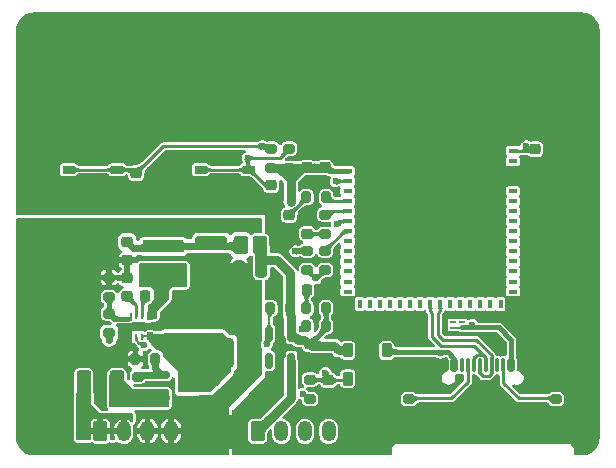
<source format=gbr>
%TF.GenerationSoftware,KiCad,Pcbnew,9.0.6*%
%TF.CreationDate,2025-11-20T15:59:52+01:00*%
%TF.ProjectId,N57__ldruckanzeige,4e35375f-d66c-4647-9275-636b616e7a65,rev?*%
%TF.SameCoordinates,Original*%
%TF.FileFunction,Copper,L1,Top*%
%TF.FilePolarity,Positive*%
%FSLAX46Y46*%
G04 Gerber Fmt 4.6, Leading zero omitted, Abs format (unit mm)*
G04 Created by KiCad (PCBNEW 9.0.6) date 2025-11-20 15:59:52*
%MOMM*%
%LPD*%
G01*
G04 APERTURE LIST*
G04 Aperture macros list*
%AMRoundRect*
0 Rectangle with rounded corners*
0 $1 Rounding radius*
0 $2 $3 $4 $5 $6 $7 $8 $9 X,Y pos of 4 corners*
0 Add a 4 corners polygon primitive as box body*
4,1,4,$2,$3,$4,$5,$6,$7,$8,$9,$2,$3,0*
0 Add four circle primitives for the rounded corners*
1,1,$1+$1,$2,$3*
1,1,$1+$1,$4,$5*
1,1,$1+$1,$6,$7*
1,1,$1+$1,$8,$9*
0 Add four rect primitives between the rounded corners*
20,1,$1+$1,$2,$3,$4,$5,0*
20,1,$1+$1,$4,$5,$6,$7,0*
20,1,$1+$1,$6,$7,$8,$9,0*
20,1,$1+$1,$8,$9,$2,$3,0*%
%AMOutline5P*
0 Free polygon, 5 corners , with rotation*
0 The origin of the aperture is its center*
0 number of corners: always 5*
0 $1 to $10 corner X, Y*
0 $11 Rotation angle, in degrees counterclockwise*
0 create outline with 5 corners*
4,1,5,$1,$2,$3,$4,$5,$6,$7,$8,$9,$10,$1,$2,$11*%
%AMOutline6P*
0 Free polygon, 6 corners , with rotation*
0 The origin of the aperture is its center*
0 number of corners: always 6*
0 $1 to $12 corner X, Y*
0 $13 Rotation angle, in degrees counterclockwise*
0 create outline with 6 corners*
4,1,6,$1,$2,$3,$4,$5,$6,$7,$8,$9,$10,$11,$12,$1,$2,$13*%
%AMOutline7P*
0 Free polygon, 7 corners , with rotation*
0 The origin of the aperture is its center*
0 number of corners: always 7*
0 $1 to $14 corner X, Y*
0 $15 Rotation angle, in degrees counterclockwise*
0 create outline with 7 corners*
4,1,7,$1,$2,$3,$4,$5,$6,$7,$8,$9,$10,$11,$12,$13,$14,$1,$2,$15*%
%AMOutline8P*
0 Free polygon, 8 corners , with rotation*
0 The origin of the aperture is its center*
0 number of corners: always 8*
0 $1 to $16 corner X, Y*
0 $17 Rotation angle, in degrees counterclockwise*
0 create outline with 8 corners*
4,1,8,$1,$2,$3,$4,$5,$6,$7,$8,$9,$10,$11,$12,$13,$14,$15,$16,$1,$2,$17*%
G04 Aperture macros list end*
%TA.AperFunction,SMDPad,CuDef*%
%ADD10RoundRect,0.225000X-0.225000X-0.375000X0.225000X-0.375000X0.225000X0.375000X-0.225000X0.375000X0*%
%TD*%
%TA.AperFunction,SMDPad,CuDef*%
%ADD11RoundRect,0.200000X0.275000X-0.200000X0.275000X0.200000X-0.275000X0.200000X-0.275000X-0.200000X0*%
%TD*%
%TA.AperFunction,SMDPad,CuDef*%
%ADD12RoundRect,0.225000X-0.250000X0.225000X-0.250000X-0.225000X0.250000X-0.225000X0.250000X0.225000X0*%
%TD*%
%TA.AperFunction,SMDPad,CuDef*%
%ADD13RoundRect,0.218750X0.256250X-0.218750X0.256250X0.218750X-0.256250X0.218750X-0.256250X-0.218750X0*%
%TD*%
%TA.AperFunction,SMDPad,CuDef*%
%ADD14RoundRect,0.200000X-0.275000X0.200000X-0.275000X-0.200000X0.275000X-0.200000X0.275000X0.200000X0*%
%TD*%
%TA.AperFunction,ComponentPad*%
%ADD15C,5.700000*%
%TD*%
%TA.AperFunction,SMDPad,CuDef*%
%ADD16R,0.625000X0.250000*%
%TD*%
%TA.AperFunction,SMDPad,CuDef*%
%ADD17R,0.700000X0.450000*%
%TD*%
%TA.AperFunction,SMDPad,CuDef*%
%ADD18R,0.575000X0.450000*%
%TD*%
%TA.AperFunction,SMDPad,CuDef*%
%ADD19RoundRect,0.250000X0.375000X1.075000X-0.375000X1.075000X-0.375000X-1.075000X0.375000X-1.075000X0*%
%TD*%
%TA.AperFunction,SMDPad,CuDef*%
%ADD20RoundRect,0.225000X0.250000X-0.225000X0.250000X0.225000X-0.250000X0.225000X-0.250000X-0.225000X0*%
%TD*%
%TA.AperFunction,SMDPad,CuDef*%
%ADD21RoundRect,0.200000X0.200000X0.275000X-0.200000X0.275000X-0.200000X-0.275000X0.200000X-0.275000X0*%
%TD*%
%TA.AperFunction,ComponentPad*%
%ADD22RoundRect,0.250000X-0.350000X-0.625000X0.350000X-0.625000X0.350000X0.625000X-0.350000X0.625000X0*%
%TD*%
%TA.AperFunction,ComponentPad*%
%ADD23O,1.200000X1.750000*%
%TD*%
%TA.AperFunction,SMDPad,CuDef*%
%ADD24RoundRect,0.218750X0.218750X0.256250X-0.218750X0.256250X-0.218750X-0.256250X0.218750X-0.256250X0*%
%TD*%
%TA.AperFunction,SMDPad,CuDef*%
%ADD25RoundRect,0.150000X-0.150000X-0.425000X0.150000X-0.425000X0.150000X0.425000X-0.150000X0.425000X0*%
%TD*%
%TA.AperFunction,SMDPad,CuDef*%
%ADD26RoundRect,0.075000X-0.075000X-0.500000X0.075000X-0.500000X0.075000X0.500000X-0.075000X0.500000X0*%
%TD*%
%TA.AperFunction,HeatsinkPad*%
%ADD27O,1.000000X2.100000*%
%TD*%
%TA.AperFunction,HeatsinkPad*%
%ADD28O,1.000000X1.800000*%
%TD*%
%TA.AperFunction,SMDPad,CuDef*%
%ADD29RoundRect,0.250000X-0.475000X0.250000X-0.475000X-0.250000X0.475000X-0.250000X0.475000X0.250000X0*%
%TD*%
%TA.AperFunction,SMDPad,CuDef*%
%ADD30R,3.400000X0.980000*%
%TD*%
%TA.AperFunction,SMDPad,CuDef*%
%ADD31RoundRect,0.150000X-0.512500X-0.150000X0.512500X-0.150000X0.512500X0.150000X-0.512500X0.150000X0*%
%TD*%
%TA.AperFunction,SMDPad,CuDef*%
%ADD32RoundRect,0.218750X-0.256250X0.218750X-0.256250X-0.218750X0.256250X-0.218750X0.256250X0.218750X0*%
%TD*%
%TA.AperFunction,SMDPad,CuDef*%
%ADD33RoundRect,0.200000X-0.200000X-0.275000X0.200000X-0.275000X0.200000X0.275000X-0.200000X0.275000X0*%
%TD*%
%TA.AperFunction,SMDPad,CuDef*%
%ADD34RoundRect,0.250000X0.250000X0.475000X-0.250000X0.475000X-0.250000X-0.475000X0.250000X-0.475000X0*%
%TD*%
%TA.AperFunction,SMDPad,CuDef*%
%ADD35Outline7P,-0.375000X0.078750X-0.341250X0.112500X0.375000X0.112500X0.375000X-0.078750X0.341250X-0.112500X-0.341250X-0.112500X-0.375000X-0.078750X90.000000*%
%TD*%
%TA.AperFunction,SMDPad,CuDef*%
%ADD36Outline7P,-0.200000X0.247500X-0.160000X0.287500X0.160000X0.287500X0.200000X0.247500X0.200000X-0.247500X0.160000X-0.287500X-0.200000X-0.287500X90.000000*%
%TD*%
%TA.AperFunction,SMDPad,CuDef*%
%ADD37R,0.250000X0.600000*%
%TD*%
%TA.AperFunction,SMDPad,CuDef*%
%ADD38R,0.249999X0.599999*%
%TD*%
%TA.AperFunction,SMDPad,CuDef*%
%ADD39Outline7P,-0.350000X0.078750X-0.316250X0.112500X0.316250X0.112500X0.350000X0.078750X0.350000X-0.112500X-0.316250X-0.112500X-0.350000X-0.078750X90.000000*%
%TD*%
%TA.AperFunction,SMDPad,CuDef*%
%ADD40Outline7P,-0.175000X0.287500X0.140000X0.287500X0.175000X0.252500X0.175000X-0.252500X0.140000X-0.287500X-0.140000X-0.287500X-0.175000X-0.252500X90.000000*%
%TD*%
%TA.AperFunction,SMDPad,CuDef*%
%ADD41Outline7P,-0.175000X0.252500X-0.140000X0.287500X0.175000X0.287500X0.175000X-0.252500X0.140000X-0.287500X-0.140000X-0.287500X-0.175000X-0.252500X90.000000*%
%TD*%
%TA.AperFunction,SMDPad,CuDef*%
%ADD42Outline7P,-0.350000X0.078750X-0.316250X0.112500X0.316250X0.112500X0.350000X0.078750X0.350000X-0.078750X0.316250X-0.112500X-0.350000X-0.112500X90.000000*%
%TD*%
%TA.AperFunction,SMDPad,CuDef*%
%ADD43Outline7P,-0.200000X0.247500X-0.160000X0.287500X0.160000X0.287500X0.200000X0.247500X0.200000X-0.287500X-0.160000X-0.287500X-0.200000X-0.247500X90.000000*%
%TD*%
%TA.AperFunction,SMDPad,CuDef*%
%ADD44Outline7P,-0.375000X0.112500X0.341250X0.112500X0.375000X0.078750X0.375000X-0.078750X0.341250X-0.112500X-0.341250X-0.112500X-0.375000X-0.078750X90.000000*%
%TD*%
%TA.AperFunction,SMDPad,CuDef*%
%ADD45R,1.300000X0.350000*%
%TD*%
%TA.AperFunction,SMDPad,CuDef*%
%ADD46RoundRect,0.225000X-0.225000X-0.250000X0.225000X-0.250000X0.225000X0.250000X-0.225000X0.250000X0*%
%TD*%
%TA.AperFunction,SMDPad,CuDef*%
%ADD47R,1.050000X0.650000*%
%TD*%
%TA.AperFunction,SMDPad,CuDef*%
%ADD48RoundRect,0.250000X-0.650000X1.000000X-0.650000X-1.000000X0.650000X-1.000000X0.650000X1.000000X0*%
%TD*%
%TA.AperFunction,SMDPad,CuDef*%
%ADD49RoundRect,0.250000X-0.350000X-0.550000X0.350000X-0.550000X0.350000X0.550000X-0.350000X0.550000X0*%
%TD*%
%TA.AperFunction,SMDPad,CuDef*%
%ADD50RoundRect,0.250000X-1.100000X0.325000X-1.100000X-0.325000X1.100000X-0.325000X1.100000X0.325000X0*%
%TD*%
%TA.AperFunction,SMDPad,CuDef*%
%ADD51R,0.800000X0.400000*%
%TD*%
%TA.AperFunction,SMDPad,CuDef*%
%ADD52R,0.400000X0.800000*%
%TD*%
%TA.AperFunction,HeatsinkPad*%
%ADD53Outline5P,-0.600000X0.204000X-0.204000X0.600000X0.600000X0.600000X0.600000X-0.600000X-0.600000X-0.600000X0.000000*%
%TD*%
%TA.AperFunction,HeatsinkPad*%
%ADD54R,1.200000X1.200000*%
%TD*%
%TA.AperFunction,SMDPad,CuDef*%
%ADD55R,0.800000X0.800000*%
%TD*%
%TA.AperFunction,SMDPad,CuDef*%
%ADD56RoundRect,0.150000X-0.150000X0.512500X-0.150000X-0.512500X0.150000X-0.512500X0.150000X0.512500X0*%
%TD*%
%TA.AperFunction,SMDPad,CuDef*%
%ADD57RoundRect,0.250000X0.475000X-0.250000X0.475000X0.250000X-0.475000X0.250000X-0.475000X-0.250000X0*%
%TD*%
%TA.AperFunction,ViaPad*%
%ADD58C,0.600000*%
%TD*%
%TA.AperFunction,ViaPad*%
%ADD59C,0.800000*%
%TD*%
%TA.AperFunction,Conductor*%
%ADD60C,0.250000*%
%TD*%
%TA.AperFunction,Conductor*%
%ADD61C,0.200000*%
%TD*%
%TA.AperFunction,Conductor*%
%ADD62C,0.600000*%
%TD*%
%TA.AperFunction,Conductor*%
%ADD63C,1.000000*%
%TD*%
%TA.AperFunction,Conductor*%
%ADD64C,0.800000*%
%TD*%
%TA.AperFunction,Conductor*%
%ADD65C,0.400000*%
%TD*%
G04 APERTURE END LIST*
D10*
%TO.P,D6,1,K*%
%TO.N,/ESP32/PRES_ADC*%
X160656000Y-120015000D03*
%TO.P,D6,2,A*%
%TO.N,GND*%
X163956000Y-120015000D03*
%TD*%
D11*
%TO.P,R3,1*%
%TO.N,/+5V_RAW*%
X140462000Y-116141000D03*
%TO.P,R3,2*%
%TO.N,Net-(U1-VOUT_FB)*%
X140462000Y-114491000D03*
%TD*%
D12*
%TO.P,C7,1*%
%TO.N,/+5V_RAW*%
X141986000Y-108445000D03*
%TO.P,C7,2*%
%TO.N,GND*%
X141986000Y-109995000D03*
%TD*%
D13*
%TO.P,D4,1,K*%
%TO.N,GND*%
X155702000Y-107721500D03*
%TO.P,D4,2,A*%
%TO.N,Net-(D4-A)*%
X155702000Y-106146500D03*
%TD*%
D14*
%TO.P,R8,1*%
%TO.N,Net-(U3-IO5)*%
X158750000Y-109157000D03*
%TO.P,R8,2*%
%TO.N,TEMP_DQ*%
X158750000Y-110807000D03*
%TD*%
D11*
%TO.P,R9,1*%
%TO.N,PRES_SENSE*%
X157480000Y-121729000D03*
%TO.P,R9,2*%
%TO.N,/ESP32/PRES_ADC*%
X157480000Y-120079000D03*
%TD*%
D15*
%TO.P,H1,1,1*%
%TO.N,GND*%
X135580000Y-114300000D03*
%TD*%
D14*
%TO.P,R11,1*%
%TO.N,Net-(J3-CC2)*%
X178308000Y-121730000D03*
%TO.P,R11,2*%
%TO.N,GND*%
X178308000Y-123380000D03*
%TD*%
D16*
%TO.P,U4,1*%
%TO.N,/ESP32/USB_D-*%
X170313500Y-117205000D03*
%TO.P,U4,2*%
%TO.N,/ESP32/USB_D+*%
X170313500Y-116705000D03*
D17*
%TO.P,U4,3,VSS*%
%TO.N,GND*%
X170276000Y-116205000D03*
D16*
%TO.P,U4,4*%
%TO.N,VBUS*%
X170313500Y-115705000D03*
%TO.P,U4,5*%
%TO.N,unconnected-(U4-Pad5)*%
X170313500Y-115205000D03*
%TO.P,U4,6,NC*%
%TO.N,unconnected-(U4-NC-Pad6)*%
X169538500Y-115205000D03*
%TO.P,U4,7,NC*%
%TO.N,VBUS*%
X169538500Y-115705000D03*
D18*
%TO.P,U4,8,VSS*%
%TO.N,GND*%
X169513500Y-116205000D03*
D16*
%TO.P,U4,9,NC*%
%TO.N,/ESP32/USB_D+*%
X169538500Y-116705000D03*
%TO.P,U4,10,NC*%
%TO.N,/ESP32/USB_D-*%
X169538500Y-117205000D03*
%TD*%
D19*
%TO.P,F1,1*%
%TO.N,Net-(Q1-S)*%
X141100000Y-120650000D03*
%TO.P,F1,2*%
%TO.N,/UBAT*%
X138300000Y-120650000D03*
%TD*%
D20*
%TO.P,C14,1*%
%TO.N,GND*%
X176530000Y-102121000D03*
%TO.P,C14,2*%
%TO.N,/ESP32/EN*%
X176530000Y-100571000D03*
%TD*%
D21*
%TO.P,R5,1*%
%TO.N,+5V*%
X155765000Y-114046000D03*
%TO.P,R5,2*%
%TO.N,/PGOOD*%
X154115000Y-114046000D03*
%TD*%
D22*
%TO.P,J1,1,Pin_1*%
%TO.N,/UBAT*%
X139700000Y-124460000D03*
D23*
%TO.P,J1,2,Pin_2*%
X141700000Y-124460000D03*
%TO.P,J1,3,Pin_3*%
%TO.N,GND*%
X143700000Y-124460000D03*
%TO.P,J1,4,Pin_4*%
X145700000Y-124460000D03*
%TD*%
D24*
%TO.P,D3,1,K*%
%TO.N,GND*%
X158775500Y-112522000D03*
%TO.P,D3,2,A*%
%TO.N,Net-(D3-A)*%
X157200500Y-112522000D03*
%TD*%
D25*
%TO.P,J3,A1,GND*%
%TO.N,GND*%
X168885000Y-118875000D03*
%TO.P,J3,A4,VBUS*%
%TO.N,VBUS*%
X169685000Y-118875000D03*
D26*
%TO.P,J3,A5,CC1*%
%TO.N,Net-(J3-CC1)*%
X170835000Y-118875000D03*
%TO.P,J3,A6,D+*%
%TO.N,/ESP32/USB_D+*%
X171835000Y-118875000D03*
%TO.P,J3,A7,D-*%
%TO.N,/ESP32/USB_D-*%
X172335000Y-118875000D03*
%TO.P,J3,A8,SBU1*%
%TO.N,unconnected-(J3-SBU1-PadA8)*%
X173335000Y-118875000D03*
D25*
%TO.P,J3,A9,VBUS*%
%TO.N,VBUS*%
X174485000Y-118875000D03*
%TO.P,J3,A12,GND*%
%TO.N,GND*%
X175285000Y-118875000D03*
%TO.P,J3,B1,GND*%
X175285000Y-118875000D03*
%TO.P,J3,B4,VBUS*%
%TO.N,VBUS*%
X174485000Y-118875000D03*
D26*
%TO.P,J3,B5,CC2*%
%TO.N,Net-(J3-CC2)*%
X173835000Y-118875000D03*
%TO.P,J3,B6,D+*%
%TO.N,/ESP32/USB_D+*%
X172835000Y-118875000D03*
%TO.P,J3,B7,D-*%
%TO.N,/ESP32/USB_D-*%
X171335000Y-118875000D03*
%TO.P,J3,B8,SBU2*%
%TO.N,unconnected-(J3-SBU2-PadB8)*%
X170335000Y-118875000D03*
D25*
%TO.P,J3,B9,VBUS*%
%TO.N,VBUS*%
X169685000Y-118875000D03*
%TO.P,J3,B12,GND*%
%TO.N,GND*%
X168885000Y-118875000D03*
D27*
%TO.P,J3,S1,SHIELD*%
X167765000Y-119450000D03*
D28*
X167765000Y-123630000D03*
D27*
X176405000Y-119450000D03*
D28*
X176405000Y-123630000D03*
%TD*%
D11*
%TO.P,R15,1*%
%TO.N,+3.3V*%
X155702000Y-102171000D03*
%TO.P,R15,2*%
%TO.N,/ESP32/EN*%
X155702000Y-100521000D03*
%TD*%
D10*
%TO.P,D2,1,K*%
%TO.N,+5V*%
X160656000Y-117602000D03*
%TO.P,D2,2,A*%
%TO.N,VBUS*%
X163956000Y-117602000D03*
%TD*%
D15*
%TO.P,H2,1,1*%
%TO.N,GND*%
X178980000Y-114300000D03*
%TD*%
D14*
%TO.P,R10,1*%
%TO.N,Net-(J3-CC1)*%
X165862000Y-121730000D03*
%TO.P,R10,2*%
%TO.N,GND*%
X165862000Y-123380000D03*
%TD*%
D29*
%TO.P,C2,1*%
%TO.N,+VIN_PROT*%
X149098000Y-120081000D03*
%TO.P,C2,2*%
%TO.N,GND*%
X149098000Y-121981000D03*
%TD*%
D21*
%TO.P,R2,1*%
%TO.N,Net-(Q1-G)*%
X144335000Y-118364000D03*
%TO.P,R2,2*%
%TO.N,GND*%
X142685000Y-118364000D03*
%TD*%
D30*
%TO.P,L1,1*%
%TO.N,Net-(U1-SW)*%
X145034000Y-111167000D03*
%TO.P,L1,2*%
%TO.N,/+5V_RAW*%
X145034000Y-108797000D03*
%TD*%
D21*
%TO.P,R12,1*%
%TO.N,+5V*%
X158813000Y-114046000D03*
%TO.P,R12,2*%
%TO.N,Net-(D3-A)*%
X157163000Y-114046000D03*
%TD*%
D12*
%TO.P,C12,1*%
%TO.N,/ESP32/PRES_ADC*%
X159004000Y-120129000D03*
%TO.P,C12,2*%
%TO.N,GND*%
X159004000Y-121679000D03*
%TD*%
D31*
%TO.P,Q1,1,G*%
%TO.N,Net-(Q1-G)*%
X144912500Y-119700000D03*
%TO.P,Q1,2,S*%
%TO.N,Net-(Q1-S)*%
X144912500Y-121600000D03*
%TO.P,Q1,3,D*%
%TO.N,+VIN_PROT*%
X147187500Y-120650000D03*
%TD*%
D32*
%TO.P,D5,1,K*%
%TO.N,GND*%
X157226000Y-106146500D03*
%TO.P,D5,2,A*%
%TO.N,Net-(D5-A)*%
X157226000Y-107721500D03*
%TD*%
D33*
%TO.P,R7,1*%
%TO.N,PRES_SENSE*%
X157163000Y-115570000D03*
%TO.P,R7,2*%
%TO.N,+5V*%
X158813000Y-115570000D03*
%TD*%
D34*
%TO.P,C9,1*%
%TO.N,+5V*%
X153350000Y-110744000D03*
%TO.P,C9,2*%
%TO.N,GND*%
X151450000Y-110744000D03*
%TD*%
D12*
%TO.P,C4,1*%
%TO.N,GND*%
X141986000Y-111493000D03*
%TO.P,C4,2*%
%TO.N,Net-(U1-VCC)*%
X141986000Y-113043000D03*
%TD*%
D14*
%TO.P,R14,1*%
%TO.N,/ESP32/IO3*%
X158750000Y-106109000D03*
%TO.P,R14,2*%
%TO.N,Net-(D5-A)*%
X158750000Y-107759000D03*
%TD*%
D20*
%TO.P,C15,1*%
%TO.N,GND*%
X142748000Y-104153000D03*
%TO.P,C15,2*%
%TO.N,/ESP32/pgm*%
X142748000Y-102603000D03*
%TD*%
D35*
%TO.P,U1,1,MODE_SYNC*%
%TO.N,GND*%
X142264000Y-116395000D03*
D36*
X142089500Y-116220000D03*
D37*
%TO.P,U1,2,PGOOD*%
%TO.N,/PGOOD*%
X142752000Y-116470000D03*
D38*
%TO.P,U1,3,EN_UVLO*%
%TO.N,+VIN_PROT*%
X143252000Y-116470001D03*
D39*
%TO.P,U1,4,VIN*%
X143740000Y-116420000D03*
D40*
X143915000Y-116245000D03*
D41*
%TO.P,U1,5,SW*%
%TO.N,Net-(U1-SW)*%
X143915000Y-114895000D03*
D42*
X143740000Y-114720000D03*
D37*
%TO.P,U1,6,BOOT*%
%TO.N,Net-(U1-BOOT)*%
X143252000Y-114670000D03*
D38*
%TO.P,U1,7,VCC*%
%TO.N,Net-(U1-VCC)*%
X142752000Y-114669999D03*
D43*
%TO.P,U1,8,VOUT_FB*%
%TO.N,Net-(U1-VOUT_FB)*%
X142089500Y-114920000D03*
D44*
X142264000Y-114745000D03*
D45*
%TO.P,U1,9,GND*%
%TO.N,GND*%
X142452000Y-115570000D03*
%TD*%
D22*
%TO.P,J2,1,Pin_1*%
%TO.N,+3.3V*%
X153035000Y-124460000D03*
D23*
%TO.P,J2,2,Pin_2*%
%TO.N,PRES_SENSE*%
X155035000Y-124460000D03*
%TO.P,J2,3,Pin_3*%
%TO.N,TEMP_DQ*%
X157035000Y-124460000D03*
%TO.P,J2,4,Pin_4*%
%TO.N,unconnected-(J2-Pin_4-Pad4)*%
X159035000Y-124460000D03*
%TO.P,J2,5,Pin_5*%
%TO.N,GND*%
X161035000Y-124460000D03*
%TD*%
D20*
%TO.P,C11,1*%
%TO.N,+3.3V*%
X158750000Y-102121000D03*
%TO.P,C11,2*%
%TO.N,GND*%
X158750000Y-100571000D03*
%TD*%
D46*
%TO.P,C5,1*%
%TO.N,Net-(U1-BOOT)*%
X143497000Y-113030000D03*
%TO.P,C5,2*%
%TO.N,Net-(U1-SW)*%
X145047000Y-113030000D03*
%TD*%
D14*
%TO.P,R4,1*%
%TO.N,GND*%
X140462000Y-111443000D03*
%TO.P,R4,2*%
%TO.N,Net-(U1-VOUT_FB)*%
X140462000Y-113093000D03*
%TD*%
%TO.P,R6,1*%
%TO.N,+3.3V*%
X157226000Y-109157000D03*
%TO.P,R6,2*%
%TO.N,TEMP_DQ*%
X157226000Y-110807000D03*
%TD*%
D12*
%TO.P,C8,1*%
%TO.N,+5V*%
X157480000Y-117081000D03*
%TO.P,C8,2*%
%TO.N,GND*%
X157480000Y-118631000D03*
%TD*%
D47*
%TO.P,SW1,1,1*%
%TO.N,GND*%
X152316000Y-104453000D03*
X148166000Y-104453000D03*
%TO.P,SW1,2,2*%
%TO.N,/ESP32/EN*%
X152316000Y-102303000D03*
X148191000Y-102303000D03*
%TD*%
D48*
%TO.P,D1,1,A1*%
%TO.N,GND*%
X150114000Y-113824000D03*
%TO.P,D1,2,A2*%
%TO.N,+VIN_PROT*%
X150114000Y-117824000D03*
%TD*%
D21*
%TO.P,R13,1*%
%TO.N,/ESP32/IO2*%
X158813000Y-104648000D03*
%TO.P,R13,2*%
%TO.N,Net-(D4-A)*%
X157163000Y-104648000D03*
%TD*%
D49*
%TO.P,FB1,1*%
%TO.N,/+5V_RAW*%
X151600000Y-108712000D03*
%TO.P,FB1,2*%
%TO.N,+5V*%
X153200000Y-108712000D03*
%TD*%
D11*
%TO.P,R16,1*%
%TO.N,+3.3V*%
X154178000Y-102171000D03*
%TO.P,R16,2*%
%TO.N,/ESP32/pgm*%
X154178000Y-100521000D03*
%TD*%
D47*
%TO.P,SW2,1,1*%
%TO.N,GND*%
X141140000Y-104453000D03*
X136990000Y-104453000D03*
%TO.P,SW2,2,2*%
%TO.N,/ESP32/pgm*%
X141140000Y-102303000D03*
X137015000Y-102303000D03*
%TD*%
D50*
%TO.P,C6,1*%
%TO.N,/+5V_RAW*%
X149098000Y-108507000D03*
%TO.P,C6,2*%
%TO.N,GND*%
X149098000Y-111457000D03*
%TD*%
D51*
%TO.P,U3,1,GND*%
%TO.N,GND*%
X160640000Y-100730000D03*
%TO.P,U3,2,GND*%
X160640000Y-101580000D03*
%TO.P,U3,3,3V3*%
%TO.N,+3.3V*%
X160640000Y-102430000D03*
%TO.P,U3,4,IO0*%
%TO.N,/ESP32/pgm*%
X160640000Y-103280000D03*
%TO.P,U3,5,IO1*%
%TO.N,unconnected-(U3-IO1-Pad5)*%
X160640000Y-104130000D03*
%TO.P,U3,6,IO2*%
%TO.N,/ESP32/IO2*%
X160640000Y-104980000D03*
%TO.P,U3,7,IO3*%
%TO.N,/ESP32/IO3*%
X160640000Y-105830000D03*
%TO.P,U3,8,ADC1_CH3*%
%TO.N,/ESP32/PRES_ADC*%
X160640000Y-106680000D03*
%TO.P,U3,9,IO5*%
%TO.N,Net-(U3-IO5)*%
X160640000Y-107530000D03*
%TO.P,U3,10,IO6*%
%TO.N,unconnected-(U3-IO6-Pad10)*%
X160640000Y-108380000D03*
%TO.P,U3,11,IO7*%
%TO.N,unconnected-(U3-IO7-Pad11)*%
X160640000Y-109230000D03*
%TO.P,U3,12,IO8*%
%TO.N,unconnected-(U3-IO8-Pad12)*%
X160640000Y-110080000D03*
%TO.P,U3,13,IO9*%
%TO.N,unconnected-(U3-IO9-Pad13)*%
X160640000Y-110930000D03*
%TO.P,U3,14,IO10*%
%TO.N,unconnected-(U3-IO10-Pad14)*%
X160640000Y-111780000D03*
%TO.P,U3,15,IO11*%
%TO.N,unconnected-(U3-IO11-Pad15)*%
X160640000Y-112630000D03*
D52*
%TO.P,U3,16,IO12*%
%TO.N,unconnected-(U3-IO12-Pad16)*%
X161690000Y-113680000D03*
%TO.P,U3,17,IO13*%
%TO.N,unconnected-(U3-IO13-Pad17)*%
X162540000Y-113680000D03*
%TO.P,U3,18,IO14*%
%TO.N,unconnected-(U3-IO14-Pad18)*%
X163390000Y-113680000D03*
%TO.P,U3,19,IO15*%
%TO.N,unconnected-(U3-IO15-Pad19)*%
X164240000Y-113680000D03*
%TO.P,U3,20,IO16*%
%TO.N,unconnected-(U3-IO16-Pad20)*%
X165090000Y-113680000D03*
%TO.P,U3,21,IO17*%
%TO.N,unconnected-(U3-IO17-Pad21)*%
X165940000Y-113680000D03*
%TO.P,U3,22,IO18*%
%TO.N,unconnected-(U3-IO18-Pad22)*%
X166790000Y-113680000D03*
%TO.P,U3,23,USB_D-*%
%TO.N,/ESP32/USB_D-*%
X167640000Y-113680000D03*
%TO.P,U3,24,USB_D+*%
%TO.N,/ESP32/USB_D+*%
X168490000Y-113680000D03*
%TO.P,U3,25,IO21*%
%TO.N,unconnected-(U3-IO21-Pad25)*%
X169340000Y-113680000D03*
%TO.P,U3,26,IO26*%
%TO.N,unconnected-(U3-IO26-Pad26)*%
X170190000Y-113680000D03*
%TO.P,U3,27,IO47*%
%TO.N,unconnected-(U3-IO47-Pad27)*%
X171040000Y-113680000D03*
%TO.P,U3,28,IO33*%
%TO.N,unconnected-(U3-IO33-Pad28)*%
X171890000Y-113680000D03*
%TO.P,U3,29,IO34*%
%TO.N,unconnected-(U3-IO34-Pad29)*%
X172740000Y-113680000D03*
%TO.P,U3,30,IO48*%
%TO.N,unconnected-(U3-IO48-Pad30)*%
X173590000Y-113680000D03*
D51*
%TO.P,U3,31,IO35*%
%TO.N,unconnected-(U3-IO35-Pad31)*%
X174640000Y-112630000D03*
%TO.P,U3,32,IO36*%
%TO.N,unconnected-(U3-IO36-Pad32)*%
X174640000Y-111780000D03*
%TO.P,U3,33,IO37*%
%TO.N,unconnected-(U3-IO37-Pad33)*%
X174640000Y-110930000D03*
%TO.P,U3,34,IO38*%
%TO.N,unconnected-(U3-IO38-Pad34)*%
X174640000Y-110080000D03*
%TO.P,U3,35,IO39*%
%TO.N,unconnected-(U3-IO39-Pad35)*%
X174640000Y-109230000D03*
%TO.P,U3,36,IO40*%
%TO.N,unconnected-(U3-IO40-Pad36)*%
X174640000Y-108380000D03*
%TO.P,U3,37,IO41*%
%TO.N,unconnected-(U3-IO41-Pad37)*%
X174640000Y-107530000D03*
%TO.P,U3,38,IO42*%
%TO.N,unconnected-(U3-IO42-Pad38)*%
X174640000Y-106680000D03*
%TO.P,U3,39,TXD0*%
%TO.N,unconnected-(U3-TXD0-Pad39)*%
X174640000Y-105830000D03*
%TO.P,U3,40,RXD0*%
%TO.N,unconnected-(U3-RXD0-Pad40)*%
X174640000Y-104980000D03*
%TO.P,U3,41,IO45*%
%TO.N,unconnected-(U3-IO45-Pad41)*%
X174640000Y-104130000D03*
%TO.P,U3,42,GND*%
%TO.N,GND*%
X174640000Y-103280000D03*
%TO.P,U3,43,GND*%
X174640000Y-102430000D03*
%TO.P,U3,44,IO46*%
%TO.N,unconnected-(U3-IO46-Pad44)*%
X174640000Y-101580000D03*
%TO.P,U3,45,EN*%
%TO.N,/ESP32/EN*%
X174640000Y-100730000D03*
D52*
%TO.P,U3,46,GND*%
%TO.N,GND*%
X173590000Y-99680000D03*
%TO.P,U3,47,GND*%
X172740000Y-99680000D03*
%TO.P,U3,48,GND*%
X171890000Y-99680000D03*
%TO.P,U3,49,GND*%
X171040000Y-99680000D03*
%TO.P,U3,50,GND*%
X170190000Y-99680000D03*
%TO.P,U3,51,GND*%
X169340000Y-99680000D03*
%TO.P,U3,52,GND*%
X168490000Y-99680000D03*
%TO.P,U3,53,GND*%
X167640000Y-99680000D03*
%TO.P,U3,54,GND*%
X166790000Y-99680000D03*
%TO.P,U3,55,GND*%
X165940000Y-99680000D03*
%TO.P,U3,56,GND*%
X165090000Y-99680000D03*
%TO.P,U3,57,GND*%
X164240000Y-99680000D03*
%TO.P,U3,58,GND*%
X163390000Y-99680000D03*
%TO.P,U3,59,GND*%
X162540000Y-99680000D03*
%TO.P,U3,60,GND*%
X161690000Y-99680000D03*
D53*
%TO.P,U3,61,GND*%
X165990000Y-105030000D03*
D54*
X165990000Y-106680000D03*
X165990000Y-108330000D03*
X167640000Y-105030000D03*
X167640000Y-106680000D03*
X167640000Y-108330000D03*
X169290000Y-105030000D03*
X169290000Y-106680000D03*
X169290000Y-108330000D03*
D55*
%TO.P,U3,62,GND*%
X160640000Y-99680000D03*
%TO.P,U3,63,GND*%
X160640000Y-113680000D03*
%TO.P,U3,64,GND*%
X174640000Y-113680000D03*
%TO.P,U3,65,GND*%
X174640000Y-99680000D03*
%TD*%
D12*
%TO.P,C3,1*%
%TO.N,GND*%
X145542000Y-115049000D03*
%TO.P,C3,2*%
%TO.N,+VIN_PROT*%
X145542000Y-116599000D03*
%TD*%
D56*
%TO.P,U2,1,VIN*%
%TO.N,+5V*%
X155890000Y-116210500D03*
%TO.P,U2,2,GND*%
%TO.N,GND*%
X154940000Y-116210500D03*
%TO.P,U2,3,EN*%
%TO.N,/PGOOD*%
X153990000Y-116210500D03*
%TO.P,U2,4,NC*%
%TO.N,unconnected-(U2-NC-Pad4)*%
X153990000Y-118485500D03*
%TO.P,U2,5,VOUT*%
%TO.N,+3.3V*%
X155890000Y-118485500D03*
%TD*%
D57*
%TO.P,C1,1*%
%TO.N,+VIN_PROT*%
X147320000Y-117028000D03*
%TO.P,C1,2*%
%TO.N,GND*%
X147320000Y-115128000D03*
%TD*%
D11*
%TO.P,R1,1*%
%TO.N,Net-(Q1-S)*%
X142875000Y-121475000D03*
%TO.P,R1,2*%
%TO.N,Net-(Q1-G)*%
X142875000Y-119825000D03*
%TD*%
D20*
%TO.P,C13,1*%
%TO.N,GND*%
X154178000Y-105169000D03*
%TO.P,C13,2*%
%TO.N,/ESP32/EN*%
X154178000Y-103619000D03*
%TD*%
D12*
%TO.P,C10,1*%
%TO.N,GND*%
X157226000Y-100571000D03*
%TO.P,C10,2*%
%TO.N,+3.3V*%
X157226000Y-102121000D03*
%TD*%
D58*
%TO.N,GND*%
X133350000Y-108712000D03*
X167005000Y-103505000D03*
X133350000Y-100711000D03*
D59*
X150749000Y-121285000D03*
D58*
X141478000Y-117094000D03*
D59*
X152654000Y-112014000D03*
D58*
X169545000Y-103505000D03*
X146304000Y-98044000D03*
X134874000Y-106934000D03*
X145415000Y-105410000D03*
X133350000Y-124206000D03*
D59*
X141605000Y-106934000D03*
D58*
X173355000Y-98044000D03*
X164465000Y-104775000D03*
X164465000Y-108585000D03*
X146685000Y-105410000D03*
X172085000Y-98044000D03*
D59*
X147828000Y-113030000D03*
D58*
X141224000Y-98044000D03*
D59*
X147066000Y-113538000D03*
D58*
X133350000Y-122936000D03*
X176530000Y-103505000D03*
X154432000Y-112014000D03*
X170815000Y-98044000D03*
X133350000Y-104648000D03*
X148844000Y-125603000D03*
X169545000Y-109855000D03*
X133350000Y-98044000D03*
D59*
X139065000Y-106934000D03*
D58*
X133350000Y-120396000D03*
X170815000Y-106045000D03*
X170815000Y-107315000D03*
X135890000Y-98044000D03*
X150749000Y-125603000D03*
X148590000Y-110236000D03*
X158115000Y-98044000D03*
X176530000Y-111252000D03*
D59*
X151765000Y-106934000D03*
D58*
X168275000Y-103505000D03*
X173355000Y-100965000D03*
D59*
X146685000Y-106934000D03*
X151130000Y-112014000D03*
D58*
X164465000Y-106045000D03*
X167005000Y-109855000D03*
X164465000Y-98044000D03*
X167005000Y-98044000D03*
X180280000Y-124300000D03*
X155448000Y-98044000D03*
D59*
X146304000Y-114046000D03*
D58*
X133350000Y-125603000D03*
X142494000Y-98044000D03*
X170815000Y-104775000D03*
X176530000Y-109982000D03*
X154813000Y-115062000D03*
X176530000Y-104902000D03*
X148971000Y-98044000D03*
X145034000Y-98044000D03*
D59*
X144145000Y-106934000D03*
X159221000Y-118618000D03*
X152654000Y-115824000D03*
X152654000Y-113284000D03*
D58*
X133350000Y-121666000D03*
X169545000Y-98044000D03*
D59*
X140208000Y-108585000D03*
D58*
X168275000Y-109855000D03*
X140970000Y-117602000D03*
X172466000Y-116459000D03*
X137160000Y-98044000D03*
X149860000Y-110236000D03*
X159385000Y-98044000D03*
X156718000Y-98044000D03*
X160655000Y-98044000D03*
X137414000Y-106934000D03*
D59*
X154051000Y-120904000D03*
D58*
X133350000Y-107442000D03*
X150749000Y-123444000D03*
X161925000Y-98044000D03*
X168275000Y-98044000D03*
D59*
X140208000Y-109855000D03*
D58*
X138430000Y-98044000D03*
X143764000Y-98044000D03*
X144145000Y-105410000D03*
X133350000Y-119126000D03*
X170815000Y-108585000D03*
D59*
X152019000Y-120142000D03*
D58*
X164280000Y-123500000D03*
D59*
X147828000Y-114046000D03*
D58*
X136144000Y-106934000D03*
X139827000Y-98044000D03*
X176530000Y-106172000D03*
X133350000Y-109982000D03*
X163195000Y-98044000D03*
X161925000Y-112395000D03*
X164465000Y-107315000D03*
X133350000Y-102108000D03*
X147574000Y-98044000D03*
D59*
X152654000Y-118237000D03*
D58*
X152908000Y-98044000D03*
X154178000Y-98044000D03*
X133350000Y-117856000D03*
X150368000Y-98044000D03*
X134620000Y-98044000D03*
D59*
X152654000Y-114554000D03*
D58*
X140462000Y-118110000D03*
X133350000Y-99441000D03*
X174625000Y-114935000D03*
X165735000Y-98044000D03*
X173482000Y-117094000D03*
X176022000Y-98044000D03*
X160655000Y-114935000D03*
D59*
X154813000Y-117602000D03*
X152781000Y-122047000D03*
D58*
X176530000Y-108712000D03*
X161925000Y-100965000D03*
X133350000Y-103378000D03*
X165735000Y-103505000D03*
X173355000Y-112395000D03*
X174625000Y-98044000D03*
X176530000Y-107442000D03*
X151638000Y-98044000D03*
D59*
X154305000Y-106934000D03*
D58*
X165735000Y-109855000D03*
D59*
X149225000Y-106934000D03*
X146304000Y-113030000D03*
D58*
%TO.N,/+5V_RAW*%
X140462000Y-116713000D03*
X142875000Y-108966000D03*
%TO.N,+3.3V*%
X156210000Y-109220000D03*
X155829000Y-105029000D03*
X155829000Y-103505000D03*
X155829000Y-104267000D03*
X155829000Y-121666000D03*
X155829000Y-120904000D03*
X155829000Y-120142000D03*
%TO.N,/ESP32/PRES_ADC*%
X159766000Y-106934000D03*
X158750000Y-119507000D03*
%TO.N,/ESP32/EN*%
X152205000Y-101328000D03*
X175768000Y-100330000D03*
%TO.N,VBUS*%
X171196000Y-115443000D03*
X168526849Y-117829853D03*
%TO.N,PRES_SENSE*%
X156790000Y-115824000D03*
X156845000Y-121285000D03*
%TO.N,TEMP_DQ*%
X157988000Y-111506000D03*
%TO.N,/PGOOD*%
X153797000Y-117094000D03*
X143384869Y-117194929D03*
%TO.N,/ESP32/pgm*%
X153416000Y-100330000D03*
X159639000Y-103280000D03*
%TD*%
D60*
%TO.N,/ESP32/PRES_ADC*%
X159258000Y-120142000D02*
X160529000Y-120142000D01*
X159004000Y-120129000D02*
X159245000Y-120129000D01*
X159245000Y-120129000D02*
X159258000Y-120142000D01*
X160529000Y-120142000D02*
X160656000Y-120015000D01*
X159004000Y-119761000D02*
X158750000Y-119507000D01*
X159004000Y-120129000D02*
X159004000Y-119761000D01*
X157530000Y-120129000D02*
X157480000Y-120079000D01*
X159004000Y-120129000D02*
X157530000Y-120129000D01*
D61*
%TO.N,+VIN_PROT*%
X143740000Y-116420000D02*
X143328001Y-116420000D01*
X143915000Y-116245000D02*
X143740000Y-116420000D01*
X143328001Y-116420000D02*
X143278000Y-116470001D01*
D60*
%TO.N,GND*%
X155702000Y-107670500D02*
X157226000Y-106146500D01*
D62*
%TO.N,/+5V_RAW*%
X145034000Y-108797000D02*
X151515000Y-108797000D01*
X140462000Y-116713000D02*
X140462000Y-116141000D01*
X142875000Y-108966000D02*
X144865000Y-108966000D01*
X142875000Y-108966000D02*
X142507000Y-108966000D01*
X142507000Y-108966000D02*
X141986000Y-108445000D01*
D63*
%TO.N,+5V*%
X153350000Y-110744000D02*
X153350000Y-109982000D01*
D64*
X154686000Y-109982000D02*
X153350000Y-109982000D01*
X155765000Y-114046000D02*
X155765000Y-111061000D01*
D63*
X153350000Y-108862000D02*
X153200000Y-108712000D01*
D64*
X156416793Y-116725000D02*
X156277793Y-116586000D01*
X156265500Y-116586000D02*
X155890000Y-116210500D01*
X159512000Y-117222000D02*
X157621000Y-117222000D01*
X155765000Y-114554000D02*
X155765000Y-114046000D01*
D65*
X157480000Y-117081000D02*
X159371000Y-117081000D01*
D63*
X153350000Y-109982000D02*
X153350000Y-108862000D01*
D64*
X159892000Y-117602000D02*
X160656000Y-117602000D01*
X156277793Y-116586000D02*
X156265500Y-116586000D01*
X157480000Y-117081000D02*
X157340000Y-117081000D01*
D65*
X158813000Y-115748000D02*
X157480000Y-117081000D01*
D64*
X155765000Y-111061000D02*
X154686000Y-109982000D01*
D65*
X158813000Y-115570000D02*
X158813000Y-114046000D01*
D64*
X157621000Y-117222000D02*
X157480000Y-117081000D01*
X156984000Y-116725000D02*
X156416793Y-116725000D01*
X159512000Y-117222000D02*
X159892000Y-117602000D01*
X155890000Y-116210500D02*
X155890000Y-114679000D01*
X155890000Y-114679000D02*
X155765000Y-114554000D01*
X157340000Y-117081000D02*
X156984000Y-116725000D01*
%TO.N,+3.3V*%
X155829000Y-121666000D02*
X153035000Y-124460000D01*
X155829000Y-103124000D02*
X155829000Y-104992780D01*
X155829000Y-103124000D02*
X154876000Y-102171000D01*
D65*
X157226000Y-109157000D02*
X156273000Y-109157000D01*
X159059000Y-102430000D02*
X158750000Y-102121000D01*
D64*
X155829000Y-121666000D02*
X155829000Y-120142000D01*
D65*
X160640000Y-102430000D02*
X159059000Y-102430000D01*
D64*
X156718000Y-102235000D02*
X156718000Y-102171000D01*
X156718000Y-102171000D02*
X158700000Y-102171000D01*
X154876000Y-102171000D02*
X156718000Y-102171000D01*
X155829000Y-103124000D02*
X156718000Y-102235000D01*
X154178000Y-102171000D02*
X154876000Y-102171000D01*
D60*
X156273000Y-109157000D02*
X156210000Y-109220000D01*
D64*
X155829000Y-120142000D02*
X155829000Y-118546500D01*
X155829000Y-104992780D02*
X155810890Y-105010890D01*
D60*
%TO.N,/ESP32/PRES_ADC*%
X160020000Y-106680000D02*
X159766000Y-106934000D01*
X160640000Y-106680000D02*
X160020000Y-106680000D01*
X158750000Y-119507000D02*
X158750000Y-119875000D01*
%TO.N,/ESP32/EN*%
X152205000Y-102154000D02*
X153670000Y-103619000D01*
X155702000Y-100521000D02*
X154895000Y-101328000D01*
X153670000Y-103619000D02*
X154178000Y-103619000D01*
X148191000Y-102303000D02*
X152316000Y-102303000D01*
X154895000Y-101328000D02*
X152205000Y-101328000D01*
X175368000Y-100730000D02*
X175768000Y-100330000D01*
X174640000Y-100730000D02*
X175368000Y-100730000D01*
X152205000Y-101328000D02*
X152205000Y-102154000D01*
X174640000Y-100730000D02*
X176371000Y-100730000D01*
%TO.N,/ESP32/USB_D+*%
X172835000Y-119519178D02*
X172835000Y-118875000D01*
X168747554Y-116705000D02*
X168315000Y-116272446D01*
X171835000Y-118875000D02*
X171835000Y-119519178D01*
X169538500Y-116705000D02*
X170313500Y-116705000D01*
X172835000Y-118017190D02*
X172835000Y-118875000D01*
X172091822Y-119776000D02*
X172578178Y-119776000D01*
X170313500Y-116705000D02*
X171522810Y-116705000D01*
X171811000Y-118516260D02*
X171811000Y-119495178D01*
X168315000Y-116272446D02*
X168315000Y-114455001D01*
X172578178Y-119776000D02*
X172835000Y-119519178D01*
X168490000Y-114280001D02*
X168490000Y-113680000D01*
X168315000Y-114455001D02*
X168490000Y-114280001D01*
X171835000Y-119519178D02*
X172091822Y-119776000D01*
X171811000Y-119495178D02*
X172091822Y-119776000D01*
X169538500Y-116705000D02*
X168747554Y-116705000D01*
X171522810Y-116705000D02*
X172835000Y-118017190D01*
D65*
%TO.N,VBUS*%
X173444000Y-115659000D02*
X170313500Y-115659000D01*
X169685000Y-118300001D02*
X169685000Y-118875000D01*
X174485000Y-118875000D02*
X174485000Y-118097000D01*
D61*
X170313500Y-115705000D02*
X169538500Y-115705000D01*
D65*
X168526849Y-117829853D02*
X168625702Y-117731000D01*
X168526849Y-117829853D02*
X168427996Y-117731000D01*
X174485000Y-118097000D02*
X174498000Y-118084000D01*
X168427996Y-117731000D02*
X164085000Y-117731000D01*
X174498000Y-116713000D02*
X173444000Y-115659000D01*
X169115999Y-117731000D02*
X169685000Y-118300001D01*
X174498000Y-118084000D02*
X174498000Y-116713000D01*
X168625702Y-117731000D02*
X169115999Y-117731000D01*
D60*
%TO.N,/ESP32/USB_D-*%
X172078178Y-117974000D02*
X171586000Y-117974000D01*
X167815000Y-116479554D02*
X167815000Y-114455001D01*
X172335000Y-118230822D02*
X172078178Y-117974000D01*
X172335000Y-118224298D02*
X172335000Y-118875000D01*
X172335000Y-118875000D02*
X172335000Y-118230822D01*
X171586000Y-117974000D02*
X171335000Y-118225000D01*
X169538500Y-117205000D02*
X168540446Y-117205000D01*
X171335000Y-118225000D02*
X171335000Y-118875000D01*
X167815000Y-114455001D02*
X167640000Y-114280001D01*
X170313500Y-117205000D02*
X171315702Y-117205000D01*
X168540446Y-117205000D02*
X167815000Y-116479554D01*
X171315702Y-117205000D02*
X172335000Y-118224298D01*
X167640000Y-114280001D02*
X167640000Y-113680000D01*
X169538500Y-117205000D02*
X170313500Y-117205000D01*
%TO.N,Net-(D4-A)*%
X157163000Y-104685500D02*
X155702000Y-106146500D01*
%TO.N,/ESP32/IO2*%
X159145000Y-104980000D02*
X158813000Y-104648000D01*
X160640000Y-104980000D02*
X159145000Y-104980000D01*
%TO.N,/ESP32/IO3*%
X159029000Y-105830000D02*
X158750000Y-106109000D01*
X160640000Y-105830000D02*
X159029000Y-105830000D01*
%TO.N,PRES_SENSE*%
X156845000Y-121285000D02*
X157289000Y-121729000D01*
X156790000Y-115824000D02*
X156909000Y-115824000D01*
%TO.N,TEMP_DQ*%
X157988000Y-111506000D02*
X157925000Y-111506000D01*
X157988000Y-111506000D02*
X158051000Y-111506000D01*
X158051000Y-111506000D02*
X158750000Y-110807000D01*
X157925000Y-111506000D02*
X157226000Y-110807000D01*
%TO.N,Net-(J3-CC1)*%
X170835000Y-118875000D02*
X170835000Y-120249000D01*
X170835000Y-120249000D02*
X169418000Y-121666000D01*
X169418000Y-121666000D02*
X165926000Y-121666000D01*
%TO.N,Net-(J3-CC2)*%
X173835000Y-118875000D02*
X173835000Y-120368000D01*
X175133000Y-121666000D02*
X178244000Y-121666000D01*
X173835000Y-120368000D02*
X175133000Y-121666000D01*
D62*
%TO.N,Net-(Q1-G)*%
X144335000Y-119122500D02*
X144912500Y-119700000D01*
X143000000Y-119700000D02*
X142875000Y-119825000D01*
X144912500Y-119700000D02*
X143000000Y-119700000D01*
X144335000Y-118364000D02*
X144335000Y-119122500D01*
D65*
%TO.N,Net-(U1-VOUT_FB)*%
X140891000Y-114920000D02*
X140462000Y-114491000D01*
X140462000Y-114491000D02*
X140462000Y-113093000D01*
X142089500Y-114920000D02*
X140891000Y-114920000D01*
D61*
%TO.N,/PGOOD*%
X142752000Y-116717000D02*
X142752000Y-116470000D01*
X143229929Y-117194929D02*
X142752000Y-116717000D01*
X153797000Y-117094000D02*
X153797000Y-116403500D01*
X143384869Y-117194929D02*
X143229929Y-117194929D01*
X153990000Y-116210500D02*
X153990000Y-114171000D01*
D60*
%TO.N,Net-(U3-IO5)*%
X158750000Y-109157000D02*
X160377000Y-107530000D01*
%TO.N,/ESP32/pgm*%
X153416000Y-100330000D02*
X145021000Y-100330000D01*
X153416000Y-100330000D02*
X153987000Y-100330000D01*
X159639000Y-103280000D02*
X160640000Y-103280000D01*
X145021000Y-100330000D02*
X142748000Y-102603000D01*
X141140000Y-102303000D02*
X142448000Y-102303000D01*
X137015000Y-102303000D02*
X141140000Y-102303000D01*
%TO.N,Net-(D5-A)*%
X158750000Y-107759000D02*
X157263500Y-107759000D01*
%TO.N,Net-(U1-VCC)*%
X142752000Y-114669999D02*
X142752000Y-113809000D01*
X142752000Y-113809000D02*
X141986000Y-113043000D01*
D62*
%TO.N,Net-(U1-SW)*%
X145047000Y-113030000D02*
X145047000Y-111180000D01*
D60*
%TO.N,Net-(U1-BOOT)*%
X143252000Y-114670000D02*
X143252000Y-113275000D01*
%TO.N,Net-(D3-A)*%
X157163000Y-114046000D02*
X157163000Y-112559500D01*
%TD*%
%TA.AperFunction,Conductor*%
%TO.N,/UBAT*%
G36*
X138881039Y-121177685D02*
G01*
X138926794Y-121230489D01*
X138938000Y-121282000D01*
X138938000Y-122174000D01*
X139700000Y-122936000D01*
X142370000Y-122936000D01*
X142437039Y-122955685D01*
X142482794Y-123008489D01*
X142494000Y-123060000D01*
X142494000Y-123548266D01*
X142474315Y-123615305D01*
X142421511Y-123661060D01*
X142352353Y-123671004D01*
X142288797Y-123641979D01*
X142282319Y-123635947D01*
X142209973Y-123563601D01*
X142209969Y-123563598D01*
X142078948Y-123476052D01*
X142078938Y-123476047D01*
X141950000Y-123422639D01*
X141950000Y-124179670D01*
X141930255Y-124159925D01*
X141844745Y-124110556D01*
X141749370Y-124085000D01*
X141650630Y-124085000D01*
X141555255Y-124110556D01*
X141469745Y-124159925D01*
X141450000Y-124179670D01*
X141450000Y-123422639D01*
X141449999Y-123422639D01*
X141321061Y-123476047D01*
X141321051Y-123476052D01*
X141190030Y-123563598D01*
X141190026Y-123563601D01*
X141078601Y-123675026D01*
X141078598Y-123675030D01*
X140991052Y-123806051D01*
X140991047Y-123806060D01*
X140930743Y-123951648D01*
X140930741Y-123951656D01*
X140900000Y-124106202D01*
X140900000Y-124210000D01*
X141419670Y-124210000D01*
X141399925Y-124229745D01*
X141350556Y-124315255D01*
X141325000Y-124410630D01*
X141325000Y-124509370D01*
X141350556Y-124604745D01*
X141399925Y-124690255D01*
X141419670Y-124710000D01*
X140900000Y-124710000D01*
X140900000Y-124813797D01*
X140930741Y-124968343D01*
X140930743Y-124968351D01*
X140964790Y-125050547D01*
X140968298Y-125083176D01*
X140972967Y-125115647D01*
X140972013Y-125117734D01*
X140972259Y-125120016D01*
X140957573Y-125149354D01*
X140943942Y-125179203D01*
X140942011Y-125180443D01*
X140940984Y-125182496D01*
X140912768Y-125199236D01*
X140885164Y-125216977D01*
X140882134Y-125217412D01*
X140880895Y-125218148D01*
X140850229Y-125222000D01*
X140624000Y-125222000D01*
X140556961Y-125202315D01*
X140511206Y-125149511D01*
X140500000Y-125098000D01*
X140500000Y-124710000D01*
X139980330Y-124710000D01*
X140000075Y-124690255D01*
X140049444Y-124604745D01*
X140075000Y-124509370D01*
X140075000Y-124410630D01*
X140049444Y-124315255D01*
X140000075Y-124229745D01*
X139980330Y-124210000D01*
X140499999Y-124210000D01*
X140499999Y-123780803D01*
X140497148Y-123750393D01*
X140452346Y-123622354D01*
X140371792Y-123513207D01*
X140262645Y-123432653D01*
X140134602Y-123387850D01*
X140104207Y-123385000D01*
X139950000Y-123385000D01*
X139950000Y-124179670D01*
X139930255Y-124159925D01*
X139844745Y-124110556D01*
X139749370Y-124085000D01*
X139650630Y-124085000D01*
X139555255Y-124110556D01*
X139469745Y-124159925D01*
X139450000Y-124179670D01*
X139450000Y-123385000D01*
X139295804Y-123385000D01*
X139265393Y-123387851D01*
X139137354Y-123432653D01*
X139028207Y-123513207D01*
X138947653Y-123622354D01*
X138902850Y-123750395D01*
X138902850Y-123750399D01*
X138900000Y-123780793D01*
X138900000Y-124210000D01*
X139419670Y-124210000D01*
X139399925Y-124229745D01*
X139350556Y-124315255D01*
X139325000Y-124410630D01*
X139325000Y-124509370D01*
X139350556Y-124604745D01*
X139399925Y-124690255D01*
X139419670Y-124710000D01*
X138900001Y-124710000D01*
X138900001Y-125098000D01*
X138880316Y-125165039D01*
X138827512Y-125210794D01*
X138776001Y-125222000D01*
X137792000Y-125222000D01*
X137724961Y-125202315D01*
X137679206Y-125149511D01*
X137668000Y-125098000D01*
X137668000Y-121282000D01*
X137687685Y-121214961D01*
X137740489Y-121169206D01*
X137792000Y-121158000D01*
X138814000Y-121158000D01*
X138881039Y-121177685D01*
G37*
%TD.AperFunction*%
%TD*%
%TA.AperFunction,Conductor*%
%TO.N,GND*%
G36*
X152400000Y-115824000D02*
G01*
X151638000Y-115824000D01*
X151384000Y-115824000D01*
X144907000Y-115824000D01*
X144907000Y-115316000D01*
X144907000Y-115189000D01*
X144780000Y-115189000D01*
X144780000Y-114336620D01*
X145070620Y-114046000D01*
X146050000Y-114046000D01*
X147320000Y-112776000D01*
X147320000Y-110236000D01*
X152400000Y-110236000D01*
X152400000Y-115824000D01*
G37*
%TD.AperFunction*%
%TD*%
%TA.AperFunction,Conductor*%
%TO.N,Net-(U1-SW)*%
G36*
X147009039Y-110255685D02*
G01*
X147054794Y-110308489D01*
X147066000Y-110360000D01*
X147066000Y-112144000D01*
X147046315Y-112211039D01*
X146993511Y-112256794D01*
X146942000Y-112268000D01*
X145795999Y-112268000D01*
X145542000Y-112521999D01*
X145542000Y-113232638D01*
X145522315Y-113299677D01*
X145505681Y-113320319D01*
X144526000Y-114299999D01*
X144526000Y-114756638D01*
X144517355Y-114786078D01*
X144510832Y-114816065D01*
X144507077Y-114821080D01*
X144506315Y-114823677D01*
X144489681Y-114844319D01*
X144386819Y-114947181D01*
X144325496Y-114980666D01*
X144299138Y-114983500D01*
X144212543Y-114983500D01*
X144172446Y-114987450D01*
X144172444Y-114987450D01*
X144172437Y-114987451D01*
X144171596Y-114987619D01*
X144170736Y-114987703D01*
X144169425Y-114987898D01*
X144169415Y-114987833D01*
X144147412Y-114990000D01*
X144063148Y-114990000D01*
X144061262Y-114990009D01*
X144059369Y-114990026D01*
X144059075Y-114990029D01*
X143999556Y-114999409D01*
X143928652Y-115021612D01*
X143928317Y-115020542D01*
X143863790Y-115026307D01*
X143801884Y-114993912D01*
X143767319Y-114933191D01*
X143764000Y-114904693D01*
X143764000Y-113843362D01*
X143772644Y-113813921D01*
X143779168Y-113783935D01*
X143782922Y-113778919D01*
X143783685Y-113776323D01*
X143800319Y-113755681D01*
X143863983Y-113692017D01*
X143895365Y-113669215D01*
X143975220Y-113628528D01*
X144070528Y-113533220D01*
X144111215Y-113453365D01*
X144134014Y-113421985D01*
X144272000Y-113284000D01*
X144272000Y-112522000D01*
X144018000Y-112268000D01*
X143126000Y-112268000D01*
X143058961Y-112248315D01*
X143013206Y-112195511D01*
X143002000Y-112144000D01*
X143002000Y-110360000D01*
X143021685Y-110292961D01*
X143074489Y-110247206D01*
X143126000Y-110236000D01*
X146942000Y-110236000D01*
X147009039Y-110255685D01*
G37*
%TD.AperFunction*%
%TD*%
%TA.AperFunction,Conductor*%
%TO.N,+VIN_PROT*%
G36*
X150054177Y-116149185D02*
G01*
X150074819Y-116165819D01*
X150712681Y-116803681D01*
X150746166Y-116865004D01*
X150749000Y-116891362D01*
X150749000Y-119367577D01*
X150729315Y-119434616D01*
X150716515Y-119451249D01*
X150352333Y-119849572D01*
X150346363Y-119855667D01*
X149878354Y-120301663D01*
X149864590Y-120315652D01*
X149864589Y-120315653D01*
X149804913Y-120410749D01*
X149794817Y-120436350D01*
X149778266Y-120465784D01*
X149758167Y-120492288D01*
X149734290Y-120516165D01*
X149707782Y-120536267D01*
X149678348Y-120552818D01*
X149625437Y-120573683D01*
X149620892Y-120575518D01*
X149620889Y-120575519D01*
X149620888Y-120575520D01*
X149620885Y-120575522D01*
X149526767Y-120636718D01*
X149069725Y-121072267D01*
X149007614Y-121104266D01*
X148984180Y-121106500D01*
X148082000Y-121106500D01*
X148079130Y-121106632D01*
X148053816Y-121107802D01*
X148053807Y-121107804D01*
X147945827Y-121138527D01*
X147935542Y-121143649D01*
X147933857Y-121140265D01*
X147887836Y-121157647D01*
X147878481Y-121158000D01*
X146428000Y-121158000D01*
X146360961Y-121138315D01*
X146315206Y-121085511D01*
X146304000Y-121034000D01*
X146304000Y-119380000D01*
X145071818Y-118147818D01*
X145038333Y-118086495D01*
X145035499Y-118060137D01*
X145035499Y-118041129D01*
X145035498Y-118041123D01*
X145035437Y-118040556D01*
X145029091Y-117981517D01*
X145028505Y-117979947D01*
X144978797Y-117846671D01*
X144978793Y-117846664D01*
X144892547Y-117731455D01*
X144892544Y-117731452D01*
X144777335Y-117645206D01*
X144777328Y-117645202D01*
X144642482Y-117594908D01*
X144642483Y-117594908D01*
X144582883Y-117588501D01*
X144582881Y-117588500D01*
X144582873Y-117588500D01*
X144582865Y-117588500D01*
X144563862Y-117588500D01*
X144496823Y-117568815D01*
X144476181Y-117552181D01*
X143988913Y-117064913D01*
X143956820Y-117009327D01*
X143944446Y-116963145D01*
X143944443Y-116963141D01*
X143944443Y-116963138D01*
X143865393Y-116826219D01*
X143865387Y-116826211D01*
X143800319Y-116761143D01*
X143766834Y-116699820D01*
X143764000Y-116673462D01*
X143764000Y-116294073D01*
X143767382Y-116282555D01*
X143766241Y-116270606D01*
X143777043Y-116249652D01*
X143783685Y-116227034D01*
X143793556Y-116217621D01*
X143798257Y-116208504D01*
X143825997Y-116186687D01*
X143853001Y-116171097D01*
X143920899Y-116154625D01*
X143976996Y-116171096D01*
X144008161Y-116189090D01*
X144008161Y-116189089D01*
X144038346Y-116206516D01*
X144043908Y-116208656D01*
X144079368Y-116224724D01*
X144079368Y-116224723D01*
X144085301Y-116227411D01*
X144088291Y-116229360D01*
X144097686Y-116233251D01*
X144102022Y-116234988D01*
X144103785Y-116235787D01*
X144104217Y-116235867D01*
X144104223Y-116235870D01*
X144214582Y-116256500D01*
X144214583Y-116256500D01*
X144906998Y-116256500D01*
X144907000Y-116256500D01*
X144935188Y-116255197D01*
X145043173Y-116224472D01*
X145132767Y-116156814D01*
X145132767Y-116156813D01*
X145135770Y-116154546D01*
X145201131Y-116129854D01*
X145210497Y-116129500D01*
X149987138Y-116129500D01*
X150054177Y-116149185D01*
G37*
%TD.AperFunction*%
%TD*%
%TA.AperFunction,Conductor*%
%TO.N,GND*%
G36*
X143578200Y-115270500D02*
G01*
X143872250Y-115270500D01*
X143872251Y-115270499D01*
X143887068Y-115267552D01*
X143930729Y-115258868D01*
X143930731Y-115258867D01*
X143994288Y-115216399D01*
X144060965Y-115195520D01*
X144063146Y-115195500D01*
X144179865Y-115195501D01*
X144212543Y-115189000D01*
X144907000Y-115189000D01*
X144907000Y-115316000D01*
X144907000Y-115951000D01*
X144214582Y-115951000D01*
X144205187Y-115947109D01*
X144205456Y-115946458D01*
X144166493Y-115928803D01*
X144160909Y-115924518D01*
X144069587Y-115871794D01*
X144069588Y-115871794D01*
X144035633Y-115862696D01*
X143967727Y-115844500D01*
X143862273Y-115844500D01*
X143809499Y-115858641D01*
X143760410Y-115871794D01*
X143760409Y-115871795D01*
X143665469Y-115926608D01*
X143637235Y-115944500D01*
X143609266Y-115944500D01*
X143602766Y-115951000D01*
X142367000Y-115951000D01*
X142367000Y-117348000D01*
X141351000Y-117348000D01*
X141351000Y-115320500D01*
X142142225Y-115320500D01*
X142142227Y-115320500D01*
X142244087Y-115293207D01*
X142297943Y-115262112D01*
X142359943Y-115245500D01*
X142394733Y-115245500D01*
X142394734Y-115245500D01*
X142451234Y-115189000D01*
X143496700Y-115189000D01*
X143578200Y-115270500D01*
G37*
%TD.AperFunction*%
%TD*%
%TA.AperFunction,Conductor*%
%TO.N,Net-(Q1-S)*%
G36*
X141239677Y-119653685D02*
G01*
X141260319Y-119670319D01*
X142494000Y-120904000D01*
X145418000Y-120904000D01*
X145485039Y-120923685D01*
X145530794Y-120976489D01*
X145542000Y-121028000D01*
X145542000Y-122304000D01*
X145522315Y-122371039D01*
X145469511Y-122416794D01*
X145418000Y-122428000D01*
X140586000Y-122428000D01*
X140518961Y-122408315D01*
X140473206Y-122355511D01*
X140462000Y-122304000D01*
X140462000Y-119758000D01*
X140481685Y-119690961D01*
X140534489Y-119645206D01*
X140586000Y-119634000D01*
X141172638Y-119634000D01*
X141239677Y-119653685D01*
G37*
%TD.AperFunction*%
%TD*%
%TA.AperFunction,Conductor*%
%TO.N,GND*%
G36*
X150622000Y-120523000D02*
G01*
X150622000Y-122936000D01*
X148082000Y-122936000D01*
X148082000Y-121412000D01*
X149156058Y-121412000D01*
X149737523Y-120857879D01*
X149845342Y-120815361D01*
X149965922Y-120723922D01*
X150057361Y-120603342D01*
X150089113Y-120522823D01*
X150622000Y-120015000D01*
X150622000Y-120523000D01*
G37*
%TD.AperFunction*%
%TD*%
%TA.AperFunction,Conductor*%
%TO.N,GND*%
G36*
X151257000Y-125984000D02*
G01*
X150368000Y-125984000D01*
X150368000Y-123063000D01*
X151257000Y-123063000D01*
X151257000Y-125984000D01*
G37*
%TD.AperFunction*%
%TD*%
%TA.AperFunction,Conductor*%
%TO.N,GND*%
G36*
X180484418Y-89000816D02*
G01*
X180684561Y-89015130D01*
X180702063Y-89017647D01*
X180893797Y-89059355D01*
X180910755Y-89064334D01*
X181094609Y-89132909D01*
X181110701Y-89140259D01*
X181282904Y-89234288D01*
X181297784Y-89243849D01*
X181454867Y-89361441D01*
X181468237Y-89373027D01*
X181606972Y-89511762D01*
X181618558Y-89525132D01*
X181736146Y-89682210D01*
X181745711Y-89697095D01*
X181839740Y-89869298D01*
X181847090Y-89885390D01*
X181915662Y-90069236D01*
X181920646Y-90086212D01*
X181962351Y-90277931D01*
X181964869Y-90295442D01*
X181979184Y-90495580D01*
X181979500Y-90504427D01*
X181979500Y-124995572D01*
X181979184Y-125004419D01*
X181964869Y-125204557D01*
X181962351Y-125222068D01*
X181920646Y-125413787D01*
X181915662Y-125430763D01*
X181847090Y-125614609D01*
X181839740Y-125630701D01*
X181745711Y-125802904D01*
X181736146Y-125817789D01*
X181618558Y-125974867D01*
X181606972Y-125988237D01*
X181468237Y-126126972D01*
X181454867Y-126138558D01*
X181297789Y-126256146D01*
X181282904Y-126265711D01*
X181110701Y-126359740D01*
X181094609Y-126367090D01*
X180910763Y-126435662D01*
X180893787Y-126440646D01*
X180702068Y-126482351D01*
X180684557Y-126484869D01*
X180503779Y-126497799D01*
X180484417Y-126499184D01*
X180475572Y-126499500D01*
X179904500Y-126499500D01*
X179837461Y-126479815D01*
X179791706Y-126427011D01*
X179780500Y-126375500D01*
X179780500Y-125934110D01*
X179780500Y-125934108D01*
X179746392Y-125806814D01*
X179680500Y-125692686D01*
X179587314Y-125599500D01*
X179530250Y-125566554D01*
X179473187Y-125533608D01*
X179409539Y-125516554D01*
X179345892Y-125499500D01*
X164945892Y-125499500D01*
X164814108Y-125499500D01*
X164686812Y-125533608D01*
X164572686Y-125599500D01*
X164572683Y-125599502D01*
X164479502Y-125692683D01*
X164479500Y-125692686D01*
X164413608Y-125806812D01*
X164379500Y-125934108D01*
X164379500Y-126375500D01*
X164359815Y-126442539D01*
X164307011Y-126488294D01*
X164255500Y-126499500D01*
X151000000Y-126499500D01*
X150932961Y-126479815D01*
X150887206Y-126427011D01*
X150876000Y-126375500D01*
X150876000Y-125984000D01*
X151257000Y-125984000D01*
X151257000Y-123780730D01*
X152234500Y-123780730D01*
X152234500Y-125139269D01*
X152237353Y-125169699D01*
X152237353Y-125169701D01*
X152282206Y-125297880D01*
X152282207Y-125297882D01*
X152362850Y-125407150D01*
X152472118Y-125487793D01*
X152505575Y-125499500D01*
X152600299Y-125532646D01*
X152630730Y-125535500D01*
X152630734Y-125535500D01*
X153439270Y-125535500D01*
X153469699Y-125532646D01*
X153469701Y-125532646D01*
X153533790Y-125510219D01*
X153597882Y-125487793D01*
X153707150Y-125407150D01*
X153787793Y-125297882D01*
X153820449Y-125204557D01*
X153832646Y-125169701D01*
X153832646Y-125169699D01*
X153835500Y-125139269D01*
X153835500Y-124755722D01*
X153836770Y-124738018D01*
X153838384Y-124726828D01*
X153840757Y-124719790D01*
X153852682Y-124627709D01*
X153852800Y-124626892D01*
X153853258Y-124625888D01*
X153859708Y-124600312D01*
X153892047Y-124515744D01*
X153902873Y-124494066D01*
X153974769Y-124379671D01*
X153985859Y-124364666D01*
X154016617Y-124329018D01*
X154075316Y-124291121D01*
X154145186Y-124290975D01*
X154204043Y-124328626D01*
X154233201Y-124392121D01*
X154234500Y-124410025D01*
X154234500Y-124813846D01*
X154265261Y-124968489D01*
X154265264Y-124968501D01*
X154325602Y-125114172D01*
X154325609Y-125114185D01*
X154413210Y-125245288D01*
X154413213Y-125245292D01*
X154524707Y-125356786D01*
X154524711Y-125356789D01*
X154655814Y-125444390D01*
X154655827Y-125444397D01*
X154801498Y-125504735D01*
X154801503Y-125504737D01*
X154941810Y-125532646D01*
X154956153Y-125535499D01*
X154956156Y-125535500D01*
X154956158Y-125535500D01*
X155113844Y-125535500D01*
X155113845Y-125535499D01*
X155268497Y-125504737D01*
X155414179Y-125444394D01*
X155545289Y-125356789D01*
X155656789Y-125245289D01*
X155744394Y-125114179D01*
X155804737Y-124968497D01*
X155835500Y-124813842D01*
X155835500Y-124106158D01*
X155835500Y-124106155D01*
X155835499Y-124106153D01*
X156234500Y-124106153D01*
X156234500Y-124813846D01*
X156265261Y-124968489D01*
X156265264Y-124968501D01*
X156325602Y-125114172D01*
X156325609Y-125114185D01*
X156413210Y-125245288D01*
X156413213Y-125245292D01*
X156524707Y-125356786D01*
X156524711Y-125356789D01*
X156655814Y-125444390D01*
X156655827Y-125444397D01*
X156801498Y-125504735D01*
X156801503Y-125504737D01*
X156941810Y-125532646D01*
X156956153Y-125535499D01*
X156956156Y-125535500D01*
X156956158Y-125535500D01*
X157113844Y-125535500D01*
X157113845Y-125535499D01*
X157268497Y-125504737D01*
X157414179Y-125444394D01*
X157545289Y-125356789D01*
X157656789Y-125245289D01*
X157744394Y-125114179D01*
X157804737Y-124968497D01*
X157835500Y-124813842D01*
X157835500Y-124106158D01*
X157835500Y-124106155D01*
X157835499Y-124106153D01*
X158234500Y-124106153D01*
X158234500Y-124813846D01*
X158265261Y-124968489D01*
X158265264Y-124968501D01*
X158325602Y-125114172D01*
X158325609Y-125114185D01*
X158413210Y-125245288D01*
X158413213Y-125245292D01*
X158524707Y-125356786D01*
X158524711Y-125356789D01*
X158655814Y-125444390D01*
X158655827Y-125444397D01*
X158801498Y-125504735D01*
X158801503Y-125504737D01*
X158941810Y-125532646D01*
X158956153Y-125535499D01*
X158956156Y-125535500D01*
X158956158Y-125535500D01*
X159113844Y-125535500D01*
X159113845Y-125535499D01*
X159268497Y-125504737D01*
X159414179Y-125444394D01*
X159545289Y-125356789D01*
X159656789Y-125245289D01*
X159744394Y-125114179D01*
X159804737Y-124968497D01*
X159835500Y-124813842D01*
X159835500Y-124106158D01*
X159835500Y-124106155D01*
X159835499Y-124106153D01*
X159804738Y-123951510D01*
X159804737Y-123951503D01*
X159804735Y-123951498D01*
X159744397Y-123805827D01*
X159744390Y-123805814D01*
X159656789Y-123674711D01*
X159656786Y-123674707D01*
X159545292Y-123563213D01*
X159545288Y-123563210D01*
X159414185Y-123475609D01*
X159414172Y-123475602D01*
X159268501Y-123415264D01*
X159268489Y-123415261D01*
X159113845Y-123384500D01*
X159113842Y-123384500D01*
X158956158Y-123384500D01*
X158956155Y-123384500D01*
X158801510Y-123415261D01*
X158801498Y-123415264D01*
X158655827Y-123475602D01*
X158655814Y-123475609D01*
X158524711Y-123563210D01*
X158524707Y-123563213D01*
X158413213Y-123674707D01*
X158413210Y-123674711D01*
X158325609Y-123805814D01*
X158325602Y-123805827D01*
X158265264Y-123951498D01*
X158265261Y-123951510D01*
X158234500Y-124106153D01*
X157835499Y-124106153D01*
X157804738Y-123951510D01*
X157804737Y-123951503D01*
X157804735Y-123951498D01*
X157744397Y-123805827D01*
X157744390Y-123805814D01*
X157656789Y-123674711D01*
X157656786Y-123674707D01*
X157545292Y-123563213D01*
X157545288Y-123563210D01*
X157414185Y-123475609D01*
X157414172Y-123475602D01*
X157268501Y-123415264D01*
X157268489Y-123415261D01*
X157113845Y-123384500D01*
X157113842Y-123384500D01*
X156956158Y-123384500D01*
X156956155Y-123384500D01*
X156801510Y-123415261D01*
X156801498Y-123415264D01*
X156655827Y-123475602D01*
X156655814Y-123475609D01*
X156524711Y-123563210D01*
X156524707Y-123563213D01*
X156413213Y-123674707D01*
X156413210Y-123674711D01*
X156325609Y-123805814D01*
X156325602Y-123805827D01*
X156265264Y-123951498D01*
X156265261Y-123951510D01*
X156234500Y-124106153D01*
X155835499Y-124106153D01*
X155804738Y-123951510D01*
X155804737Y-123951503D01*
X155804735Y-123951498D01*
X155744397Y-123805827D01*
X155744390Y-123805814D01*
X155656789Y-123674711D01*
X155656786Y-123674707D01*
X155545292Y-123563213D01*
X155545288Y-123563210D01*
X155414185Y-123475609D01*
X155414172Y-123475602D01*
X155268501Y-123415264D01*
X155268491Y-123415261D01*
X155212832Y-123404190D01*
X155150921Y-123371805D01*
X155116347Y-123311089D01*
X155120087Y-123241320D01*
X155149341Y-123194894D01*
X156309520Y-122034716D01*
X156388577Y-121897784D01*
X156415991Y-121795475D01*
X156425030Y-121780646D01*
X156429398Y-121763838D01*
X156442834Y-121751435D01*
X156452354Y-121735819D01*
X156467977Y-121728229D01*
X156480741Y-121716449D01*
X156498752Y-121713279D01*
X156515201Y-121705290D01*
X156532672Y-121707312D01*
X156549554Y-121704342D01*
X156572680Y-121711942D01*
X156583713Y-121713219D01*
X156590959Y-121716257D01*
X156651814Y-121751392D01*
X156715359Y-121768418D01*
X156723099Y-121771664D01*
X156743953Y-121788619D01*
X156766903Y-121802607D01*
X156770652Y-121810325D01*
X156777312Y-121815740D01*
X156785689Y-121841279D01*
X156797433Y-121865454D01*
X156798770Y-121877794D01*
X156798828Y-121877790D01*
X156798997Y-121879849D01*
X156802152Y-121907021D01*
X156802448Y-121908624D01*
X156804500Y-121931085D01*
X156804500Y-121960516D01*
X156810157Y-121996231D01*
X156819354Y-122054304D01*
X156876950Y-122167342D01*
X156876952Y-122167344D01*
X156876954Y-122167347D01*
X156966652Y-122257045D01*
X156966654Y-122257046D01*
X156966658Y-122257050D01*
X157079694Y-122314645D01*
X157079698Y-122314647D01*
X157173475Y-122329499D01*
X157173481Y-122329500D01*
X157786518Y-122329499D01*
X157880304Y-122314646D01*
X157993342Y-122257050D01*
X158083050Y-122167342D01*
X158140646Y-122054304D01*
X158140646Y-122054302D01*
X158140647Y-122054301D01*
X158154106Y-121969318D01*
X158155500Y-121960519D01*
X158155499Y-121497482D01*
X158140646Y-121403696D01*
X158083050Y-121290658D01*
X158083046Y-121290654D01*
X158083045Y-121290652D01*
X157993347Y-121200954D01*
X157993344Y-121200952D01*
X157993342Y-121200950D01*
X157916517Y-121161805D01*
X157880301Y-121143352D01*
X157786524Y-121128500D01*
X157786519Y-121128500D01*
X157579979Y-121128500D01*
X157562808Y-121127214D01*
X157552281Y-121128500D01*
X157404164Y-121128500D01*
X157337125Y-121108815D01*
X157296777Y-121066500D01*
X157291607Y-121057545D01*
X157245500Y-120977686D01*
X157158994Y-120891180D01*
X157125509Y-120829857D01*
X157130493Y-120760165D01*
X157172365Y-120704232D01*
X157237829Y-120679815D01*
X157246650Y-120679499D01*
X157786518Y-120679499D01*
X157880304Y-120664646D01*
X157993342Y-120607050D01*
X158074593Y-120525798D01*
X158084021Y-120519783D01*
X158088618Y-120513726D01*
X158119697Y-120497019D01*
X158135664Y-120491182D01*
X158157677Y-120485365D01*
X158179330Y-120481730D01*
X158233020Y-120484537D01*
X158272314Y-120495444D01*
X158285597Y-120499954D01*
X158304763Y-120507697D01*
X158324734Y-120515765D01*
X158379519Y-120559128D01*
X158388770Y-120574441D01*
X158405471Y-120607218D01*
X158405476Y-120607225D01*
X158500774Y-120702523D01*
X158500778Y-120702526D01*
X158500780Y-120702528D01*
X158620874Y-120763719D01*
X158620876Y-120763719D01*
X158620878Y-120763720D01*
X158720507Y-120779500D01*
X158720512Y-120779500D01*
X159287493Y-120779500D01*
X159387121Y-120763720D01*
X159387121Y-120763719D01*
X159387126Y-120763719D01*
X159507220Y-120702528D01*
X159602528Y-120607220D01*
X159612991Y-120586685D01*
X159627491Y-120571330D01*
X159638090Y-120553060D01*
X159658238Y-120538773D01*
X159660964Y-120535888D01*
X159666865Y-120532654D01*
X159671521Y-120530267D01*
X159693968Y-120521395D01*
X159809191Y-120488410D01*
X159830026Y-120484338D01*
X159907645Y-120475984D01*
X159976403Y-120488382D01*
X160027546Y-120535987D01*
X160031390Y-120542967D01*
X160082472Y-120643220D01*
X160082474Y-120643222D01*
X160082476Y-120643225D01*
X160177774Y-120738523D01*
X160177778Y-120738526D01*
X160177780Y-120738528D01*
X160297874Y-120799719D01*
X160297876Y-120799719D01*
X160297878Y-120799720D01*
X160397507Y-120815500D01*
X160397512Y-120815500D01*
X160914493Y-120815500D01*
X161014121Y-120799720D01*
X161014121Y-120799719D01*
X161014126Y-120799719D01*
X161134220Y-120738528D01*
X161229528Y-120643220D01*
X161290719Y-120523126D01*
X161290994Y-120521392D01*
X161306500Y-120423493D01*
X161306500Y-119606506D01*
X161290720Y-119506878D01*
X161290719Y-119506876D01*
X161290719Y-119506874D01*
X161229528Y-119386780D01*
X161229526Y-119386778D01*
X161229523Y-119386774D01*
X161134225Y-119291476D01*
X161134221Y-119291473D01*
X161134220Y-119291472D01*
X161014126Y-119230281D01*
X161014124Y-119230280D01*
X161014121Y-119230279D01*
X160914493Y-119214500D01*
X160914488Y-119214500D01*
X160397512Y-119214500D01*
X160397507Y-119214500D01*
X160297878Y-119230279D01*
X160177778Y-119291473D01*
X160177774Y-119291476D01*
X160082476Y-119386774D01*
X160082473Y-119386778D01*
X160082472Y-119386780D01*
X160027699Y-119494279D01*
X160021279Y-119506878D01*
X160005500Y-119606506D01*
X160005500Y-119678770D01*
X160000749Y-119694947D01*
X160001018Y-119711808D01*
X159991109Y-119727779D01*
X159985815Y-119745809D01*
X159973072Y-119756850D01*
X159964183Y-119771179D01*
X159947213Y-119779257D01*
X159933011Y-119791564D01*
X159915904Y-119794162D01*
X159901097Y-119801212D01*
X159865808Y-119801772D01*
X159847149Y-119799392D01*
X159819020Y-119795804D01*
X159800818Y-119792078D01*
X159744648Y-119776116D01*
X159731454Y-119771550D01*
X159688765Y-119754026D01*
X159634223Y-119710358D01*
X159625369Y-119695609D01*
X159616789Y-119678770D01*
X159602528Y-119650780D01*
X159507220Y-119555472D01*
X159387126Y-119494281D01*
X159387124Y-119494280D01*
X159387121Y-119494279D01*
X159341477Y-119487050D01*
X159333200Y-119483126D01*
X159324043Y-119482980D01*
X159302128Y-119468395D01*
X159278343Y-119457120D01*
X159271960Y-119448319D01*
X159265877Y-119444271D01*
X159247272Y-119414279D01*
X159247135Y-119413967D01*
X159247135Y-119413964D01*
X159240791Y-119399463D01*
X159234630Y-119381884D01*
X159216392Y-119313814D01*
X159150500Y-119199686D01*
X159057314Y-119106500D01*
X158970899Y-119056608D01*
X158943187Y-119040608D01*
X158879539Y-119023554D01*
X158815892Y-119006500D01*
X158684108Y-119006500D01*
X158556812Y-119040608D01*
X158442686Y-119106500D01*
X158442683Y-119106502D01*
X158349502Y-119199683D01*
X158349500Y-119199686D01*
X158283608Y-119313812D01*
X158249500Y-119441108D01*
X158249500Y-119507745D01*
X158229815Y-119574784D01*
X158177011Y-119620539D01*
X158107853Y-119630483D01*
X158044297Y-119601458D01*
X158037819Y-119595426D01*
X157993347Y-119550954D01*
X157993344Y-119550952D01*
X157993342Y-119550950D01*
X157906846Y-119506878D01*
X157880301Y-119493352D01*
X157786524Y-119478500D01*
X157173482Y-119478500D01*
X157098973Y-119490301D01*
X157079696Y-119493354D01*
X156966658Y-119550950D01*
X156966657Y-119550951D01*
X156966652Y-119550954D01*
X156876954Y-119640652D01*
X156876951Y-119640657D01*
X156876950Y-119640658D01*
X156871930Y-119650511D01*
X156819352Y-119753698D01*
X156804500Y-119847475D01*
X156804500Y-120310517D01*
X156813329Y-120366261D01*
X156819354Y-120404304D01*
X156876950Y-120517342D01*
X156876952Y-120517344D01*
X156876954Y-120517347D01*
X156932426Y-120572819D01*
X156965911Y-120634142D01*
X156960927Y-120703834D01*
X156919055Y-120759767D01*
X156853591Y-120784184D01*
X156844745Y-120784500D01*
X156779108Y-120784500D01*
X156651814Y-120818608D01*
X156651813Y-120818608D01*
X156651811Y-120818609D01*
X156651806Y-120818610D01*
X156615499Y-120839573D01*
X156547599Y-120856046D01*
X156481572Y-120833193D01*
X156438382Y-120778272D01*
X156429500Y-120732186D01*
X156429500Y-118467445D01*
X156429500Y-118467443D01*
X156394725Y-118337660D01*
X156390500Y-118305567D01*
X156390500Y-117939739D01*
X156380573Y-117871608D01*
X156374321Y-117858819D01*
X156329198Y-117766517D01*
X156329196Y-117766515D01*
X156329196Y-117766514D01*
X156246485Y-117683803D01*
X156141391Y-117632426D01*
X156073261Y-117622500D01*
X156073260Y-117622500D01*
X155706740Y-117622500D01*
X155706739Y-117622500D01*
X155638608Y-117632426D01*
X155533514Y-117683803D01*
X155450803Y-117766514D01*
X155399426Y-117871608D01*
X155389500Y-117939739D01*
X155389500Y-118085402D01*
X155369815Y-118152441D01*
X155353181Y-118173083D01*
X155348481Y-118177782D01*
X155348475Y-118177790D01*
X155269426Y-118314709D01*
X155269423Y-118314716D01*
X155228500Y-118467443D01*
X155228500Y-121365901D01*
X155208815Y-121432940D01*
X155192181Y-121453582D01*
X153645037Y-123000725D01*
X153638577Y-123007184D01*
X153615866Y-123024038D01*
X153559484Y-123086277D01*
X153298156Y-123347606D01*
X153273465Y-123366734D01*
X153272490Y-123367309D01*
X153209500Y-123384500D01*
X153094831Y-123384500D01*
X153090959Y-123384026D01*
X153087526Y-123384500D01*
X152630730Y-123384500D01*
X152600300Y-123387353D01*
X152600298Y-123387353D01*
X152472119Y-123432206D01*
X152472117Y-123432207D01*
X152362850Y-123512850D01*
X152282207Y-123622117D01*
X152282206Y-123622119D01*
X152237353Y-123750298D01*
X152237353Y-123750300D01*
X152234500Y-123780730D01*
X151257000Y-123780730D01*
X151257000Y-123063000D01*
X150876000Y-123063000D01*
X150876000Y-122733362D01*
X150895685Y-122666323D01*
X150912319Y-122645681D01*
X152289123Y-121268877D01*
X153670000Y-119888000D01*
X153670000Y-119471901D01*
X153689685Y-119404862D01*
X153742489Y-119359107D01*
X153802976Y-119348226D01*
X153806729Y-119348498D01*
X153806740Y-119348500D01*
X153806751Y-119348500D01*
X154173261Y-119348500D01*
X154207460Y-119343517D01*
X154241393Y-119338573D01*
X154346483Y-119287198D01*
X154429198Y-119204483D01*
X154480573Y-119099393D01*
X154490500Y-119031260D01*
X154490500Y-117939740D01*
X154480573Y-117871607D01*
X154429198Y-117766517D01*
X154429196Y-117766515D01*
X154429196Y-117766514D01*
X154346485Y-117683803D01*
X154241390Y-117632425D01*
X154232193Y-117629584D01*
X154232949Y-117627136D01*
X154182404Y-117603931D01*
X154144747Y-117545077D01*
X154144887Y-117475208D01*
X154176111Y-117422702D01*
X154197500Y-117401314D01*
X154263392Y-117287186D01*
X154297500Y-117159892D01*
X154297500Y-117110999D01*
X154317185Y-117043960D01*
X154339882Y-117020128D01*
X154339218Y-117019464D01*
X154429196Y-116929485D01*
X154429198Y-116929483D01*
X154480573Y-116824393D01*
X154490500Y-116756260D01*
X154490500Y-115664740D01*
X154480573Y-115596607D01*
X154429198Y-115491517D01*
X154346483Y-115408802D01*
X154346481Y-115408801D01*
X154343848Y-115406168D01*
X154333165Y-115386603D01*
X154318611Y-115369725D01*
X154312765Y-115349244D01*
X154310363Y-115344845D01*
X154308749Y-115335837D01*
X154308671Y-115335287D01*
X154295096Y-115231524D01*
X154293054Y-115224778D01*
X154291720Y-115215337D01*
X154292390Y-115210755D01*
X154290500Y-115197986D01*
X154290500Y-114976225D01*
X154293753Y-114952096D01*
X154293183Y-114951999D01*
X154298927Y-114918483D01*
X154306704Y-114873103D01*
X154313114Y-114849727D01*
X154321517Y-114827780D01*
X154328286Y-114813064D01*
X154346491Y-114779459D01*
X154355493Y-114765240D01*
X154362750Y-114755336D01*
X154418251Y-114712899D01*
X154434333Y-114708585D01*
X154440299Y-114706646D01*
X154440304Y-114706646D01*
X154443427Y-114705055D01*
X154458226Y-114697514D01*
X154553342Y-114649050D01*
X154643050Y-114559342D01*
X154700646Y-114446304D01*
X154700646Y-114446302D01*
X154700647Y-114446301D01*
X154715499Y-114352524D01*
X154715500Y-114352519D01*
X154715499Y-113739482D01*
X154700646Y-113645696D01*
X154643050Y-113532658D01*
X154643046Y-113532654D01*
X154643045Y-113532652D01*
X154553347Y-113442954D01*
X154553344Y-113442952D01*
X154553342Y-113442950D01*
X154471258Y-113401126D01*
X154440301Y-113385352D01*
X154346524Y-113370500D01*
X153883480Y-113370500D01*
X153813395Y-113381600D01*
X153744102Y-113372643D01*
X153690651Y-113327646D01*
X153670013Y-113260894D01*
X153670000Y-113259126D01*
X153670000Y-111759771D01*
X153689685Y-111692732D01*
X153742489Y-111646977D01*
X153753018Y-111642740D01*
X153812882Y-111621793D01*
X153922150Y-111541150D01*
X154002793Y-111431882D01*
X154038268Y-111330500D01*
X154047646Y-111303701D01*
X154047646Y-111303699D01*
X154050500Y-111273269D01*
X154050500Y-110706500D01*
X154053050Y-110697814D01*
X154051762Y-110688853D01*
X154062740Y-110664812D01*
X154070185Y-110639461D01*
X154077025Y-110633533D01*
X154080787Y-110625297D01*
X154103021Y-110611007D01*
X154122989Y-110593706D01*
X154133503Y-110591418D01*
X154139565Y-110587523D01*
X154174500Y-110582500D01*
X154385903Y-110582500D01*
X154452942Y-110602185D01*
X154473584Y-110618819D01*
X155128181Y-111273416D01*
X155161666Y-111334739D01*
X155164500Y-111361097D01*
X155164500Y-114467330D01*
X155164499Y-114467348D01*
X155164499Y-114633054D01*
X155164498Y-114633054D01*
X155175240Y-114673142D01*
X155205423Y-114785785D01*
X155234360Y-114835904D01*
X155272172Y-114901397D01*
X155272888Y-114902637D01*
X155272894Y-114902665D01*
X155289500Y-114964636D01*
X155289500Y-116123830D01*
X155289499Y-116123848D01*
X155289499Y-116289554D01*
X155289498Y-116289554D01*
X155330424Y-116442289D01*
X155330425Y-116442290D01*
X155352434Y-116480410D01*
X155352435Y-116480412D01*
X155352438Y-116480416D01*
X155372887Y-116515835D01*
X155389500Y-116577834D01*
X155389500Y-116756260D01*
X155399426Y-116824391D01*
X155450803Y-116929485D01*
X155533514Y-117012196D01*
X155533515Y-117012196D01*
X155533517Y-117012198D01*
X155638607Y-117063573D01*
X155660728Y-117066796D01*
X155706739Y-117073500D01*
X155706740Y-117073500D01*
X155864695Y-117073500D01*
X155931734Y-117093185D01*
X155952377Y-117109819D01*
X156048077Y-117205520D01*
X156048081Y-117205523D01*
X156164224Y-117272577D01*
X156185009Y-117284577D01*
X156337736Y-117325501D01*
X156337738Y-117325501D01*
X156503447Y-117325501D01*
X156503463Y-117325500D01*
X156561587Y-117325500D01*
X156588486Y-117328453D01*
X156596278Y-117330184D01*
X156598614Y-117330703D01*
X156661113Y-117332095D01*
X156661957Y-117332117D01*
X156695093Y-117333093D01*
X156761523Y-117354742D01*
X156779123Y-117369358D01*
X156786407Y-117376642D01*
X156800571Y-117402581D01*
X156805704Y-117408870D01*
X156806151Y-117412801D01*
X156815731Y-117430344D01*
X156817266Y-117429846D01*
X156820280Y-117439124D01*
X156820281Y-117439126D01*
X156881472Y-117559220D01*
X156881474Y-117559222D01*
X156881476Y-117559225D01*
X156976774Y-117654523D01*
X156976778Y-117654526D01*
X156976780Y-117654528D01*
X157096874Y-117715719D01*
X157096876Y-117715719D01*
X157096878Y-117715720D01*
X157196507Y-117731500D01*
X157196512Y-117731500D01*
X157269253Y-117731500D01*
X157331253Y-117748113D01*
X157389211Y-117781575D01*
X157389212Y-117781575D01*
X157389215Y-117781577D01*
X157541943Y-117822500D01*
X157541945Y-117822500D01*
X158353634Y-117822500D01*
X158364864Y-117823983D01*
X158378249Y-117825307D01*
X158379781Y-117825408D01*
X158381782Y-117825530D01*
X158399614Y-117822500D01*
X159211903Y-117822500D01*
X159278942Y-117842185D01*
X159299584Y-117858819D01*
X159407139Y-117966374D01*
X159407149Y-117966385D01*
X159411479Y-117970715D01*
X159411480Y-117970716D01*
X159523284Y-118082520D01*
X159605109Y-118129761D01*
X159632218Y-118145413D01*
X159660215Y-118161577D01*
X159812943Y-118202500D01*
X159971057Y-118202500D01*
X160003389Y-118202500D01*
X160070428Y-118222185D01*
X160091070Y-118238819D01*
X160177774Y-118325523D01*
X160177778Y-118325526D01*
X160177780Y-118325528D01*
X160297874Y-118386719D01*
X160297876Y-118386719D01*
X160297878Y-118386720D01*
X160397507Y-118402500D01*
X160397512Y-118402500D01*
X160914493Y-118402500D01*
X161014121Y-118386720D01*
X161014121Y-118386719D01*
X161014126Y-118386719D01*
X161134220Y-118325528D01*
X161229528Y-118230220D01*
X161290719Y-118110126D01*
X161291919Y-118102551D01*
X161306500Y-118010493D01*
X161306500Y-117193506D01*
X161290720Y-117093878D01*
X161290719Y-117093876D01*
X161290719Y-117093874D01*
X161229528Y-116973780D01*
X161229526Y-116973778D01*
X161229523Y-116973774D01*
X161134225Y-116878476D01*
X161134221Y-116878473D01*
X161134220Y-116878472D01*
X161014126Y-116817281D01*
X161014124Y-116817280D01*
X161014121Y-116817279D01*
X160914493Y-116801500D01*
X160914488Y-116801500D01*
X160397512Y-116801500D01*
X160397507Y-116801500D01*
X160297878Y-116817279D01*
X160177778Y-116878473D01*
X160170744Y-116883584D01*
X160138624Y-116895043D01*
X160106707Y-116906948D01*
X160105805Y-116906751D01*
X160104937Y-116907062D01*
X160071727Y-116899338D01*
X160038434Y-116892096D01*
X160037464Y-116891370D01*
X160036883Y-116891235D01*
X160010180Y-116870945D01*
X159999590Y-116860355D01*
X159999588Y-116860352D01*
X159880717Y-116741481D01*
X159880716Y-116741480D01*
X159786942Y-116687340D01*
X159743785Y-116662423D01*
X159591057Y-116621499D01*
X159432943Y-116621499D01*
X159425347Y-116621499D01*
X159425331Y-116621500D01*
X158805253Y-116621500D01*
X158784013Y-116615263D01*
X158761935Y-116613687D01*
X158751145Y-116605612D01*
X158738214Y-116601815D01*
X158723718Y-116585086D01*
X158705996Y-116571823D01*
X158701284Y-116559196D01*
X158692459Y-116549011D01*
X158689308Y-116527101D01*
X158681570Y-116506362D01*
X158684433Y-116493192D01*
X158682515Y-116479853D01*
X158691710Y-116459717D01*
X158696413Y-116438087D01*
X158709692Y-116420343D01*
X158711540Y-116416297D01*
X158717546Y-116409844D01*
X158721421Y-116405969D01*
X158726137Y-116401496D01*
X158806695Y-116329044D01*
X158823441Y-116316377D01*
X158896209Y-116270474D01*
X158950091Y-116251962D01*
X158960871Y-116250891D01*
X158977686Y-116248410D01*
X158980086Y-116248056D01*
X158980096Y-116248054D01*
X158980119Y-116248051D01*
X158981306Y-116247817D01*
X159005175Y-116245499D01*
X159044517Y-116245499D01*
X159044518Y-116245499D01*
X159138304Y-116230646D01*
X159251342Y-116173050D01*
X159341050Y-116083342D01*
X159398646Y-115970304D01*
X159398646Y-115970302D01*
X159398647Y-115970301D01*
X159410869Y-115893128D01*
X159413500Y-115876519D01*
X159413499Y-115263482D01*
X159398646Y-115169696D01*
X159341050Y-115056658D01*
X159266784Y-114982392D01*
X159255319Y-114961395D01*
X159240194Y-114942856D01*
X159235592Y-114925267D01*
X159233301Y-114921072D01*
X159231261Y-114908722D01*
X159221313Y-114821152D01*
X159220546Y-114804693D01*
X159220736Y-114795267D01*
X159221746Y-114781780D01*
X159231733Y-114705052D01*
X159259905Y-114641116D01*
X159267002Y-114633389D01*
X159341050Y-114559342D01*
X159398646Y-114446304D01*
X159398646Y-114446302D01*
X159398647Y-114446301D01*
X159413499Y-114352524D01*
X159413500Y-114352519D01*
X159413499Y-113739482D01*
X159398646Y-113645696D01*
X159341050Y-113532658D01*
X159341046Y-113532654D01*
X159341045Y-113532652D01*
X159251347Y-113442954D01*
X159251344Y-113442952D01*
X159251342Y-113442950D01*
X159169258Y-113401126D01*
X159138301Y-113385352D01*
X159044524Y-113370500D01*
X158581482Y-113370500D01*
X158500519Y-113383323D01*
X158487696Y-113385354D01*
X158374658Y-113442950D01*
X158374657Y-113442951D01*
X158374652Y-113442954D01*
X158284954Y-113532652D01*
X158284951Y-113532657D01*
X158227352Y-113645698D01*
X158212500Y-113739475D01*
X158212500Y-114352517D01*
X158220914Y-114405639D01*
X158227354Y-114446304D01*
X158284950Y-114559342D01*
X158359211Y-114633603D01*
X158370678Y-114654603D01*
X158385802Y-114673142D01*
X158390404Y-114690728D01*
X158392695Y-114694924D01*
X158394737Y-114707286D01*
X158404684Y-114794845D01*
X158405451Y-114811327D01*
X158405263Y-114820708D01*
X158404251Y-114834228D01*
X158394265Y-114910948D01*
X158366092Y-114974886D01*
X158358983Y-114982624D01*
X158284954Y-115056652D01*
X158284952Y-115056656D01*
X158284950Y-115056658D01*
X158279105Y-115068130D01*
X158227352Y-115169698D01*
X158212500Y-115263475D01*
X158212500Y-115263481D01*
X158212500Y-115440169D01*
X158209060Y-115466182D01*
X158212500Y-115519147D01*
X158212500Y-115562294D01*
X158210352Y-115585271D01*
X158206445Y-115605989D01*
X158198739Y-115646850D01*
X158191087Y-115672185D01*
X158149264Y-115771039D01*
X158138944Y-115790435D01*
X158060601Y-115910624D01*
X158050006Y-115924606D01*
X157973886Y-116011527D01*
X157914911Y-116048992D01*
X157845042Y-116048625D01*
X157786463Y-116010543D01*
X157757772Y-115946836D01*
X157758127Y-115910436D01*
X157763500Y-115876519D01*
X157763499Y-115263482D01*
X157748646Y-115169696D01*
X157691050Y-115056658D01*
X157691046Y-115056654D01*
X157691045Y-115056652D01*
X157601347Y-114966954D01*
X157601343Y-114966951D01*
X157601342Y-114966950D01*
X157572190Y-114952096D01*
X157506222Y-114918483D01*
X157455427Y-114870509D01*
X157438632Y-114802687D01*
X157461170Y-114736553D01*
X157506220Y-114697517D01*
X157601342Y-114649050D01*
X157691050Y-114559342D01*
X157748646Y-114446304D01*
X157748646Y-114446302D01*
X157748647Y-114446301D01*
X157763499Y-114352524D01*
X157763500Y-114352519D01*
X157763499Y-113739482D01*
X157748646Y-113645696D01*
X157691050Y-113532658D01*
X157691046Y-113532654D01*
X157691045Y-113532652D01*
X157601347Y-113442954D01*
X157601344Y-113442952D01*
X157601342Y-113442950D01*
X157592197Y-113438290D01*
X157592038Y-113438140D01*
X157591822Y-113438099D01*
X157566642Y-113414154D01*
X157541403Y-113390317D01*
X157541295Y-113390051D01*
X157541190Y-113389951D01*
X157528029Y-113357203D01*
X157523643Y-113339229D01*
X157525298Y-113274335D01*
X157527594Y-113266652D01*
X157529917Y-113260247D01*
X161289500Y-113260247D01*
X161289500Y-114099752D01*
X161301131Y-114158229D01*
X161301132Y-114158230D01*
X161345447Y-114224552D01*
X161411769Y-114268867D01*
X161411770Y-114268868D01*
X161470247Y-114280499D01*
X161470250Y-114280500D01*
X161470252Y-114280500D01*
X161909750Y-114280500D01*
X161909751Y-114280499D01*
X161931034Y-114276266D01*
X161968229Y-114268868D01*
X161968229Y-114268867D01*
X161968231Y-114268867D01*
X162013324Y-114238735D01*
X162044707Y-114217767D01*
X162046921Y-114221081D01*
X162088642Y-114198301D01*
X162158334Y-114203285D01*
X162183963Y-114219756D01*
X162185293Y-114217767D01*
X162261769Y-114268867D01*
X162261770Y-114268868D01*
X162320247Y-114280499D01*
X162320250Y-114280500D01*
X162320252Y-114280500D01*
X162759750Y-114280500D01*
X162759751Y-114280499D01*
X162781034Y-114276266D01*
X162818229Y-114268868D01*
X162818229Y-114268867D01*
X162818231Y-114268867D01*
X162863324Y-114238735D01*
X162894707Y-114217767D01*
X162896921Y-114221081D01*
X162938642Y-114198301D01*
X163008334Y-114203285D01*
X163033963Y-114219756D01*
X163035293Y-114217767D01*
X163111769Y-114268867D01*
X163111770Y-114268868D01*
X163170247Y-114280499D01*
X163170250Y-114280500D01*
X163170252Y-114280500D01*
X163609750Y-114280500D01*
X163609751Y-114280499D01*
X163631034Y-114276266D01*
X163668229Y-114268868D01*
X163668229Y-114268867D01*
X163668231Y-114268867D01*
X163713324Y-114238735D01*
X163744707Y-114217767D01*
X163746921Y-114221081D01*
X163788642Y-114198301D01*
X163858334Y-114203285D01*
X163883963Y-114219756D01*
X163885293Y-114217767D01*
X163961769Y-114268867D01*
X163961770Y-114268868D01*
X164020247Y-114280499D01*
X164020250Y-114280500D01*
X164020252Y-114280500D01*
X164459750Y-114280500D01*
X164459751Y-114280499D01*
X164481034Y-114276266D01*
X164518229Y-114268868D01*
X164518229Y-114268867D01*
X164518231Y-114268867D01*
X164563324Y-114238735D01*
X164594707Y-114217767D01*
X164596921Y-114221081D01*
X164638642Y-114198301D01*
X164708334Y-114203285D01*
X164733963Y-114219756D01*
X164735293Y-114217767D01*
X164811769Y-114268867D01*
X164811770Y-114268868D01*
X164870247Y-114280499D01*
X164870250Y-114280500D01*
X164870252Y-114280500D01*
X165309750Y-114280500D01*
X165309751Y-114280499D01*
X165331034Y-114276266D01*
X165368229Y-114268868D01*
X165368229Y-114268867D01*
X165368231Y-114268867D01*
X165413324Y-114238735D01*
X165444707Y-114217767D01*
X165446921Y-114221081D01*
X165488642Y-114198301D01*
X165558334Y-114203285D01*
X165583963Y-114219756D01*
X165585293Y-114217767D01*
X165661769Y-114268867D01*
X165661770Y-114268868D01*
X165720247Y-114280499D01*
X165720250Y-114280500D01*
X165720252Y-114280500D01*
X166159750Y-114280500D01*
X166159751Y-114280499D01*
X166181034Y-114276266D01*
X166218229Y-114268868D01*
X166218229Y-114268867D01*
X166218231Y-114268867D01*
X166263324Y-114238735D01*
X166294707Y-114217767D01*
X166296921Y-114221081D01*
X166338642Y-114198301D01*
X166408334Y-114203285D01*
X166433963Y-114219756D01*
X166435293Y-114217767D01*
X166511769Y-114268867D01*
X166511770Y-114268868D01*
X166570247Y-114280499D01*
X166570250Y-114280500D01*
X166570252Y-114280500D01*
X167009750Y-114280500D01*
X167009751Y-114280499D01*
X167031034Y-114276266D01*
X167068228Y-114268868D01*
X167068228Y-114268867D01*
X167068231Y-114268867D01*
X167122254Y-114232769D01*
X167188929Y-114211892D01*
X167256310Y-114230376D01*
X167303000Y-114282354D01*
X167314083Y-114319685D01*
X167314500Y-114322853D01*
X167336682Y-114405641D01*
X167343742Y-114417869D01*
X167379535Y-114479863D01*
X167379537Y-114479865D01*
X167453181Y-114553509D01*
X167486666Y-114614832D01*
X167489500Y-114641190D01*
X167489500Y-116522406D01*
X167511682Y-116605194D01*
X167516586Y-116613687D01*
X167554535Y-116679416D01*
X167876862Y-117001743D01*
X167993939Y-117118819D01*
X168027424Y-117180142D01*
X168022440Y-117249833D01*
X167980569Y-117305767D01*
X167915104Y-117330184D01*
X167906258Y-117330500D01*
X164895201Y-117330500D01*
X164881750Y-117329768D01*
X164872071Y-117328711D01*
X164859282Y-117325236D01*
X164807249Y-117321638D01*
X164804772Y-117321368D01*
X164803982Y-117321039D01*
X164793785Y-117319668D01*
X164739875Y-117308831D01*
X164723226Y-117304258D01*
X164692980Y-117293636D01*
X164674390Y-117285336D01*
X164669250Y-117282514D01*
X164619959Y-117232996D01*
X164606454Y-117193217D01*
X164590720Y-117093878D01*
X164590719Y-117093876D01*
X164590719Y-117093874D01*
X164529528Y-116973780D01*
X164529526Y-116973778D01*
X164529523Y-116973774D01*
X164434225Y-116878476D01*
X164434221Y-116878473D01*
X164434220Y-116878472D01*
X164314126Y-116817281D01*
X164314124Y-116817280D01*
X164314121Y-116817279D01*
X164214493Y-116801500D01*
X164214488Y-116801500D01*
X163697512Y-116801500D01*
X163697507Y-116801500D01*
X163597878Y-116817279D01*
X163477778Y-116878473D01*
X163477774Y-116878476D01*
X163382476Y-116973774D01*
X163382473Y-116973778D01*
X163321279Y-117093878D01*
X163305500Y-117193506D01*
X163305500Y-118010493D01*
X163321279Y-118110121D01*
X163321280Y-118110124D01*
X163321281Y-118110126D01*
X163382471Y-118230218D01*
X163382473Y-118230221D01*
X163382476Y-118230225D01*
X163477774Y-118325523D01*
X163477778Y-118325526D01*
X163477780Y-118325528D01*
X163597874Y-118386719D01*
X163597876Y-118386719D01*
X163597878Y-118386720D01*
X163697507Y-118402500D01*
X163697512Y-118402500D01*
X164214493Y-118402500D01*
X164314121Y-118386720D01*
X164314121Y-118386719D01*
X164314126Y-118386719D01*
X164434220Y-118325528D01*
X164529528Y-118230220D01*
X164536050Y-118217418D01*
X164540813Y-118212374D01*
X164542828Y-118205736D01*
X164564488Y-118187305D01*
X164584022Y-118166622D01*
X164592034Y-118163867D01*
X164596042Y-118160458D01*
X164629989Y-118150820D01*
X164710459Y-118139987D01*
X164724423Y-118138907D01*
X164840064Y-118136504D01*
X164842808Y-118136478D01*
X164844002Y-118136480D01*
X164857198Y-118133864D01*
X164881301Y-118131500D01*
X168069319Y-118131500D01*
X168136358Y-118151185D01*
X168157000Y-118167818D01*
X168219535Y-118230353D01*
X168333663Y-118296245D01*
X168460957Y-118330353D01*
X168460959Y-118330353D01*
X168592739Y-118330353D01*
X168592741Y-118330353D01*
X168720035Y-118296245D01*
X168834163Y-118230353D01*
X168853880Y-118210636D01*
X168861825Y-118206297D01*
X168867251Y-118199050D01*
X168892010Y-118189815D01*
X168915203Y-118177151D01*
X168924232Y-118177796D01*
X168932715Y-118174633D01*
X168958535Y-118180249D01*
X168984895Y-118182135D01*
X168993948Y-118187953D01*
X169000988Y-118189485D01*
X169029242Y-118210636D01*
X169148181Y-118329575D01*
X169181666Y-118390898D01*
X169184500Y-118417256D01*
X169184500Y-119257722D01*
X169164815Y-119324761D01*
X169112011Y-119370516D01*
X169092594Y-119377497D01*
X168971318Y-119409993D01*
X168839182Y-119486282D01*
X168839176Y-119486287D01*
X168731287Y-119594176D01*
X168731282Y-119594182D01*
X168654993Y-119726318D01*
X168654992Y-119726322D01*
X168615500Y-119873707D01*
X168615500Y-120026293D01*
X168654992Y-120173678D01*
X168654993Y-120173681D01*
X168731282Y-120305817D01*
X168731284Y-120305819D01*
X168731285Y-120305821D01*
X168839179Y-120413715D01*
X168839180Y-120413716D01*
X168839182Y-120413717D01*
X168971318Y-120490006D01*
X168971319Y-120490006D01*
X168971322Y-120490008D01*
X169118707Y-120529500D01*
X169118710Y-120529500D01*
X169271290Y-120529500D01*
X169271293Y-120529500D01*
X169418678Y-120490008D01*
X169550821Y-120413715D01*
X169658715Y-120305821D01*
X169735008Y-120173678D01*
X169774500Y-120026293D01*
X169774500Y-119873707D01*
X169756448Y-119806336D01*
X169758111Y-119736492D01*
X169797273Y-119678629D01*
X169840384Y-119655539D01*
X169857074Y-119650500D01*
X169868260Y-119650500D01*
X169936393Y-119640573D01*
X170011383Y-119603912D01*
X170020991Y-119601012D01*
X170046297Y-119600819D01*
X170071243Y-119596561D01*
X170082071Y-119600547D01*
X170090859Y-119600481D01*
X170103375Y-119608391D01*
X170125719Y-119616617D01*
X170131589Y-119620539D01*
X170152505Y-119634515D01*
X170152509Y-119634516D01*
X170160498Y-119636105D01*
X170232867Y-119650500D01*
X170385499Y-119650499D01*
X170452539Y-119670183D01*
X170498294Y-119722987D01*
X170509500Y-119774499D01*
X170509500Y-120062811D01*
X170489815Y-120129850D01*
X170473181Y-120150492D01*
X169319492Y-121304181D01*
X169258169Y-121337666D01*
X169231811Y-121340500D01*
X166773096Y-121340500D01*
X166762727Y-121340066D01*
X166752489Y-121339206D01*
X166736736Y-121335200D01*
X166650633Y-121330659D01*
X166648718Y-121330499D01*
X166648225Y-121330308D01*
X166639880Y-121329436D01*
X166539641Y-121313720D01*
X166525089Y-121310533D01*
X166502639Y-121304181D01*
X166498764Y-121303084D01*
X166444843Y-121271450D01*
X166375347Y-121201954D01*
X166375344Y-121201952D01*
X166375342Y-121201950D01*
X166294585Y-121160802D01*
X166262301Y-121144352D01*
X166168524Y-121129500D01*
X165555482Y-121129500D01*
X165474519Y-121142323D01*
X165461696Y-121144354D01*
X165348658Y-121201950D01*
X165348657Y-121201951D01*
X165348652Y-121201954D01*
X165258954Y-121291652D01*
X165258951Y-121291657D01*
X165258950Y-121291658D01*
X165247709Y-121313720D01*
X165201352Y-121404698D01*
X165186500Y-121498475D01*
X165186500Y-121961517D01*
X165194364Y-122011166D01*
X165201354Y-122055304D01*
X165258950Y-122168342D01*
X165258952Y-122168344D01*
X165258954Y-122168347D01*
X165348652Y-122258045D01*
X165348654Y-122258046D01*
X165348658Y-122258050D01*
X165459733Y-122314646D01*
X165461698Y-122315647D01*
X165555475Y-122330499D01*
X165555481Y-122330500D01*
X166168518Y-122330499D01*
X166262304Y-122315646D01*
X166375342Y-122258050D01*
X166465050Y-122168342D01*
X166500359Y-122099042D01*
X166521037Y-122077147D01*
X166539870Y-122053658D01*
X166546262Y-122050437D01*
X166548333Y-122048246D01*
X166571382Y-122037784D01*
X166650703Y-122011163D01*
X166675033Y-122005647D01*
X166751758Y-121996231D01*
X166751760Y-121996230D01*
X166751762Y-121996230D01*
X166756792Y-121995184D01*
X166756894Y-121995677D01*
X166785707Y-121991500D01*
X169460851Y-121991500D01*
X169460853Y-121991500D01*
X169543639Y-121969318D01*
X169617862Y-121926465D01*
X171024652Y-120519672D01*
X171024657Y-120519669D01*
X171034860Y-120509465D01*
X171034862Y-120509465D01*
X171095465Y-120448862D01*
X171138318Y-120374638D01*
X171142946Y-120357367D01*
X171160501Y-120291853D01*
X171160501Y-120206147D01*
X171160500Y-120206143D01*
X171160500Y-119774499D01*
X171180185Y-119707460D01*
X171232989Y-119661705D01*
X171284496Y-119650499D01*
X171437132Y-119650499D01*
X171437133Y-119650498D01*
X171442203Y-119649999D01*
X171510850Y-119663013D01*
X171543700Y-119690380D01*
X171544788Y-119689293D01*
X171550535Y-119695040D01*
X171574535Y-119719040D01*
X171891960Y-120036465D01*
X171966183Y-120079318D01*
X172048969Y-120101500D01*
X172048971Y-120101500D01*
X172621029Y-120101500D01*
X172621031Y-120101500D01*
X172703817Y-120079318D01*
X172778040Y-120036465D01*
X173095465Y-119719040D01*
X173100684Y-119709999D01*
X173151247Y-119661784D01*
X173209820Y-119648009D01*
X173221146Y-119648168D01*
X173232867Y-119650500D01*
X173386414Y-119650499D01*
X173387248Y-119650511D01*
X173419835Y-119660580D01*
X173452539Y-119670183D01*
X173453134Y-119670870D01*
X173454004Y-119671139D01*
X173475966Y-119697219D01*
X173498294Y-119722987D01*
X173498513Y-119723994D01*
X173499009Y-119724583D01*
X173499549Y-119728756D01*
X173509500Y-119774499D01*
X173509500Y-120325147D01*
X173509500Y-120410853D01*
X173512887Y-120423493D01*
X173531682Y-120493640D01*
X173552832Y-120530272D01*
X173574535Y-120567862D01*
X174933138Y-121926465D01*
X175007361Y-121969318D01*
X175090147Y-121991500D01*
X175175853Y-121991500D01*
X177381226Y-121991500D01*
X177399650Y-121992876D01*
X177409914Y-121994418D01*
X177414067Y-121995877D01*
X177521251Y-122011146D01*
X177521682Y-122011211D01*
X177522016Y-122011366D01*
X177541226Y-122015791D01*
X177580353Y-122028376D01*
X177595069Y-122034169D01*
X177611150Y-122041718D01*
X177663469Y-122088024D01*
X177668940Y-122097669D01*
X177704951Y-122168344D01*
X177794652Y-122258045D01*
X177794654Y-122258046D01*
X177794658Y-122258050D01*
X177905733Y-122314646D01*
X177907698Y-122315647D01*
X178001475Y-122330499D01*
X178001481Y-122330500D01*
X178614518Y-122330499D01*
X178708304Y-122315646D01*
X178821342Y-122258050D01*
X178911050Y-122168342D01*
X178968646Y-122055304D01*
X178968646Y-122055302D01*
X178968647Y-122055301D01*
X178983499Y-121961524D01*
X178983500Y-121961519D01*
X178983499Y-121498482D01*
X178968646Y-121404696D01*
X178911050Y-121291658D01*
X178911046Y-121291654D01*
X178911045Y-121291652D01*
X178821347Y-121201954D01*
X178821344Y-121201952D01*
X178821342Y-121201950D01*
X178740585Y-121160802D01*
X178708301Y-121144352D01*
X178614524Y-121129500D01*
X178001482Y-121129500D01*
X177920519Y-121142323D01*
X177907696Y-121144354D01*
X177798731Y-121199874D01*
X177794656Y-121201951D01*
X177727729Y-121268877D01*
X177716820Y-121275632D01*
X177710996Y-121282893D01*
X177679470Y-121298762D01*
X177654156Y-121307250D01*
X177632735Y-121312370D01*
X177497755Y-121332174D01*
X177484459Y-121333398D01*
X177436464Y-121335219D01*
X177436459Y-121335220D01*
X177427028Y-121337378D01*
X177399378Y-121340500D01*
X175319189Y-121340500D01*
X175252150Y-121320815D01*
X175231508Y-121304181D01*
X174621972Y-120694645D01*
X174588487Y-120633322D01*
X174593471Y-120563630D01*
X174635343Y-120507697D01*
X174700807Y-120483280D01*
X174742882Y-120490103D01*
X174743472Y-120487904D01*
X174751320Y-120490006D01*
X174751322Y-120490008D01*
X174898707Y-120529500D01*
X174898710Y-120529500D01*
X175051290Y-120529500D01*
X175051293Y-120529500D01*
X175198678Y-120490008D01*
X175330821Y-120413715D01*
X175438715Y-120305821D01*
X175515008Y-120173678D01*
X175554500Y-120026293D01*
X175554500Y-119873707D01*
X175515008Y-119726322D01*
X175506628Y-119711808D01*
X175438717Y-119594182D01*
X175438712Y-119594176D01*
X175330823Y-119486287D01*
X175330817Y-119486282D01*
X175198681Y-119409993D01*
X175198682Y-119409993D01*
X175077406Y-119377497D01*
X175017746Y-119341131D01*
X174987217Y-119278284D01*
X174985500Y-119257722D01*
X174985500Y-118416739D01*
X174975573Y-118348608D01*
X174966649Y-118330353D01*
X174924198Y-118243517D01*
X174924197Y-118243516D01*
X174918708Y-118235828D01*
X174895774Y-118169829D01*
X174898438Y-118144914D01*
X174897439Y-118144783D01*
X174898500Y-118136725D01*
X174898500Y-116660275D01*
X174898500Y-116660273D01*
X174880635Y-116593600D01*
X174871207Y-116558412D01*
X174818480Y-116467087D01*
X173689913Y-115338520D01*
X173644250Y-115312156D01*
X173598589Y-115285793D01*
X173547657Y-115272146D01*
X173496727Y-115258500D01*
X173496726Y-115258500D01*
X171738998Y-115258500D01*
X171671959Y-115238815D01*
X171631611Y-115196500D01*
X171616136Y-115169697D01*
X171596500Y-115135686D01*
X171503314Y-115042500D01*
X171439116Y-115005435D01*
X171389187Y-114976608D01*
X171297343Y-114951999D01*
X171261892Y-114942500D01*
X171130108Y-114942500D01*
X171002814Y-114976608D01*
X171002813Y-114976608D01*
X171002811Y-114976609D01*
X171002810Y-114976609D01*
X170886204Y-115043932D01*
X170818304Y-115060405D01*
X170752277Y-115037552D01*
X170721104Y-115005438D01*
X170712876Y-114993124D01*
X170673017Y-114966491D01*
X170673016Y-114966490D01*
X170673015Y-114966490D01*
X170673014Y-114966489D01*
X170637874Y-114959500D01*
X170637870Y-114959500D01*
X169989130Y-114959500D01*
X169950189Y-114967245D01*
X169901811Y-114967245D01*
X169862870Y-114959500D01*
X169214130Y-114959500D01*
X169214125Y-114959500D01*
X169178985Y-114966489D01*
X169178984Y-114966490D01*
X169139124Y-114993124D01*
X169112490Y-115032984D01*
X169112489Y-115032985D01*
X169105500Y-115068125D01*
X169105500Y-115341874D01*
X169112489Y-115377014D01*
X169112491Y-115377017D01*
X169118567Y-115386111D01*
X169139444Y-115452789D01*
X169120958Y-115520168D01*
X169118567Y-115523889D01*
X169112491Y-115532982D01*
X169112489Y-115532985D01*
X169105500Y-115568125D01*
X169105500Y-115841874D01*
X169112489Y-115877014D01*
X169112490Y-115877015D01*
X169112490Y-115877016D01*
X169112491Y-115877017D01*
X169139124Y-115916876D01*
X169178983Y-115943509D01*
X169178984Y-115943509D01*
X169178985Y-115943510D01*
X169214125Y-115950499D01*
X169214129Y-115950500D01*
X169214130Y-115950500D01*
X169329493Y-115950500D01*
X169391493Y-115967112D01*
X169422511Y-115985021D01*
X169498938Y-116005500D01*
X170079430Y-116005500D01*
X170141428Y-116022112D01*
X170158913Y-116032207D01*
X170260773Y-116059500D01*
X173226745Y-116059500D01*
X173293784Y-116079185D01*
X173314426Y-116095819D01*
X174061181Y-116842574D01*
X174094666Y-116903897D01*
X174097500Y-116930255D01*
X174097500Y-117979429D01*
X174093263Y-118011568D01*
X174093040Y-118012399D01*
X174056652Y-118072045D01*
X173993794Y-118102551D01*
X173949088Y-118101878D01*
X173937133Y-118099500D01*
X173937130Y-118099500D01*
X173732870Y-118099500D01*
X173672867Y-118111434D01*
X173652505Y-118115485D01*
X173652504Y-118115485D01*
X173652501Y-118115486D01*
X173641220Y-118120159D01*
X173640621Y-118118714D01*
X173587204Y-118135436D01*
X173529061Y-118119481D01*
X173528781Y-118120159D01*
X173523383Y-118117923D01*
X173519825Y-118116947D01*
X173517648Y-118115547D01*
X173517494Y-118115484D01*
X173437136Y-118099500D01*
X173284500Y-118099500D01*
X173217461Y-118079815D01*
X173171706Y-118027011D01*
X173161987Y-117982337D01*
X173161561Y-117982394D01*
X173160888Y-117977286D01*
X173160500Y-117975500D01*
X173160500Y-117974336D01*
X173159187Y-117969436D01*
X173157874Y-117964535D01*
X173138318Y-117891551D01*
X173095465Y-117817328D01*
X171722672Y-116444535D01*
X171662562Y-116409830D01*
X171648450Y-116401682D01*
X171590392Y-116386126D01*
X171565663Y-116379500D01*
X171565662Y-116379500D01*
X168933742Y-116379500D01*
X168866703Y-116359815D01*
X168846061Y-116343181D01*
X168676819Y-116173938D01*
X168643334Y-116112615D01*
X168640500Y-116086257D01*
X168640500Y-114641190D01*
X168648234Y-114614847D01*
X168652611Y-114587740D01*
X168658739Y-114579074D01*
X168660185Y-114574151D01*
X168672202Y-114558383D01*
X168674444Y-114555883D01*
X168750465Y-114479863D01*
X168758113Y-114466616D01*
X168793318Y-114405639D01*
X168815500Y-114322854D01*
X168815500Y-114322848D01*
X168815915Y-114319695D01*
X168817008Y-114317222D01*
X168817603Y-114315004D01*
X168817948Y-114315096D01*
X168844177Y-114255797D01*
X168902499Y-114217322D01*
X168972363Y-114216485D01*
X169007746Y-114232770D01*
X169061769Y-114268867D01*
X169061770Y-114268868D01*
X169120247Y-114280499D01*
X169120250Y-114280500D01*
X169120252Y-114280500D01*
X169559750Y-114280500D01*
X169559751Y-114280499D01*
X169581034Y-114276266D01*
X169618229Y-114268868D01*
X169618229Y-114268867D01*
X169618231Y-114268867D01*
X169663324Y-114238735D01*
X169694707Y-114217767D01*
X169696921Y-114221081D01*
X169738642Y-114198301D01*
X169808334Y-114203285D01*
X169833963Y-114219756D01*
X169835293Y-114217767D01*
X169911769Y-114268867D01*
X169911770Y-114268868D01*
X169970247Y-114280499D01*
X169970250Y-114280500D01*
X169970252Y-114280500D01*
X170409750Y-114280500D01*
X170409751Y-114280499D01*
X170431034Y-114276266D01*
X170468229Y-114268868D01*
X170468229Y-114268867D01*
X170468231Y-114268867D01*
X170513324Y-114238735D01*
X170544707Y-114217767D01*
X170546921Y-114221081D01*
X170588642Y-114198301D01*
X170658334Y-114203285D01*
X170683963Y-114219756D01*
X170685293Y-114217767D01*
X170761769Y-114268867D01*
X170761770Y-114268868D01*
X170820247Y-114280499D01*
X170820250Y-114280500D01*
X170820252Y-114280500D01*
X171259750Y-114280500D01*
X171259751Y-114280499D01*
X171281034Y-114276266D01*
X171318229Y-114268868D01*
X171318229Y-114268867D01*
X171318231Y-114268867D01*
X171363324Y-114238735D01*
X171394707Y-114217767D01*
X171396921Y-114221081D01*
X171438642Y-114198301D01*
X171508334Y-114203285D01*
X171533963Y-114219756D01*
X171535293Y-114217767D01*
X171611769Y-114268867D01*
X171611770Y-114268868D01*
X171670247Y-114280499D01*
X171670250Y-114280500D01*
X171670252Y-114280500D01*
X172109750Y-114280500D01*
X172109751Y-114280499D01*
X172131034Y-114276266D01*
X172168229Y-114268868D01*
X172168229Y-114268867D01*
X172168231Y-114268867D01*
X172213324Y-114238735D01*
X172244707Y-114217767D01*
X172246921Y-114221081D01*
X172288642Y-114198301D01*
X172358334Y-114203285D01*
X172383963Y-114219756D01*
X172385293Y-114217767D01*
X172461769Y-114268867D01*
X172461770Y-114268868D01*
X172520247Y-114280499D01*
X172520250Y-114280500D01*
X172520252Y-114280500D01*
X172959750Y-114280500D01*
X172959751Y-114280499D01*
X172981034Y-114276266D01*
X173018229Y-114268868D01*
X173018229Y-114268867D01*
X173018231Y-114268867D01*
X173063324Y-114238735D01*
X173094707Y-114217767D01*
X173096921Y-114221081D01*
X173138642Y-114198301D01*
X173208334Y-114203285D01*
X173233963Y-114219756D01*
X173235293Y-114217767D01*
X173311769Y-114268867D01*
X173311770Y-114268868D01*
X173370247Y-114280499D01*
X173370250Y-114280500D01*
X173370252Y-114280500D01*
X173809750Y-114280500D01*
X173809751Y-114280499D01*
X173831034Y-114276266D01*
X173868229Y-114268868D01*
X173868229Y-114268867D01*
X173868231Y-114268867D01*
X173934552Y-114224552D01*
X173978867Y-114158231D01*
X173978867Y-114158229D01*
X173978868Y-114158229D01*
X173990499Y-114099752D01*
X173990500Y-114099750D01*
X173990500Y-113260249D01*
X173990499Y-113260247D01*
X173978868Y-113201771D01*
X173978867Y-113201769D01*
X173934552Y-113135448D01*
X173890954Y-113106316D01*
X173890953Y-113106315D01*
X173868230Y-113091132D01*
X173868229Y-113091131D01*
X173809752Y-113079500D01*
X173809748Y-113079500D01*
X173370252Y-113079500D01*
X173370247Y-113079500D01*
X173311770Y-113091131D01*
X173311769Y-113091132D01*
X173235293Y-113142233D01*
X173233078Y-113138918D01*
X173191358Y-113161699D01*
X173121666Y-113156715D01*
X173096036Y-113140243D01*
X173094707Y-113142233D01*
X173018230Y-113091132D01*
X173018229Y-113091131D01*
X172959752Y-113079500D01*
X172959748Y-113079500D01*
X172520252Y-113079500D01*
X172520247Y-113079500D01*
X172461770Y-113091131D01*
X172461769Y-113091132D01*
X172385293Y-113142233D01*
X172383078Y-113138918D01*
X172341358Y-113161699D01*
X172271666Y-113156715D01*
X172246036Y-113140243D01*
X172244707Y-113142233D01*
X172168230Y-113091132D01*
X172168229Y-113091131D01*
X172109752Y-113079500D01*
X172109748Y-113079500D01*
X171670252Y-113079500D01*
X171670247Y-113079500D01*
X171611770Y-113091131D01*
X171611769Y-113091132D01*
X171535293Y-113142233D01*
X171533078Y-113138918D01*
X171491358Y-113161699D01*
X171421666Y-113156715D01*
X171396036Y-113140243D01*
X171394707Y-113142233D01*
X171318230Y-113091132D01*
X171318229Y-113091131D01*
X171259752Y-113079500D01*
X171259748Y-113079500D01*
X170820252Y-113079500D01*
X170820247Y-113079500D01*
X170761770Y-113091131D01*
X170761769Y-113091132D01*
X170685293Y-113142233D01*
X170683078Y-113138918D01*
X170641358Y-113161699D01*
X170571666Y-113156715D01*
X170546036Y-113140243D01*
X170544707Y-113142233D01*
X170468230Y-113091132D01*
X170468229Y-113091131D01*
X170409752Y-113079500D01*
X170409748Y-113079500D01*
X169970252Y-113079500D01*
X169970247Y-113079500D01*
X169911770Y-113091131D01*
X169911769Y-113091132D01*
X169835293Y-113142233D01*
X169833078Y-113138918D01*
X169791358Y-113161699D01*
X169721666Y-113156715D01*
X169696036Y-113140243D01*
X169694707Y-113142233D01*
X169618230Y-113091132D01*
X169618229Y-113091131D01*
X169559752Y-113079500D01*
X169559748Y-113079500D01*
X169120252Y-113079500D01*
X169120247Y-113079500D01*
X169061770Y-113091131D01*
X169061769Y-113091132D01*
X168985293Y-113142233D01*
X168983078Y-113138918D01*
X168941358Y-113161699D01*
X168871666Y-113156715D01*
X168846036Y-113140243D01*
X168844707Y-113142233D01*
X168768230Y-113091132D01*
X168768229Y-113091131D01*
X168709752Y-113079500D01*
X168709748Y-113079500D01*
X168270252Y-113079500D01*
X168270247Y-113079500D01*
X168211770Y-113091131D01*
X168211769Y-113091132D01*
X168135293Y-113142233D01*
X168133078Y-113138918D01*
X168091358Y-113161699D01*
X168021666Y-113156715D01*
X167996036Y-113140243D01*
X167994707Y-113142233D01*
X167918230Y-113091132D01*
X167918229Y-113091131D01*
X167859752Y-113079500D01*
X167859748Y-113079500D01*
X167420252Y-113079500D01*
X167420247Y-113079500D01*
X167361770Y-113091131D01*
X167361769Y-113091132D01*
X167285293Y-113142233D01*
X167283078Y-113138918D01*
X167241358Y-113161699D01*
X167171666Y-113156715D01*
X167146036Y-113140243D01*
X167144707Y-113142233D01*
X167068230Y-113091132D01*
X167068229Y-113091131D01*
X167009752Y-113079500D01*
X167009748Y-113079500D01*
X166570252Y-113079500D01*
X166570247Y-113079500D01*
X166511770Y-113091131D01*
X166511769Y-113091132D01*
X166435293Y-113142233D01*
X166433078Y-113138918D01*
X166391358Y-113161699D01*
X166321666Y-113156715D01*
X166296036Y-113140243D01*
X166294707Y-113142233D01*
X166218230Y-113091132D01*
X166218229Y-113091131D01*
X166159752Y-113079500D01*
X166159748Y-113079500D01*
X165720252Y-113079500D01*
X165720247Y-113079500D01*
X165661770Y-113091131D01*
X165661769Y-113091132D01*
X165585293Y-113142233D01*
X165583078Y-113138918D01*
X165541358Y-113161699D01*
X165471666Y-113156715D01*
X165446036Y-113140243D01*
X165444707Y-113142233D01*
X165368230Y-113091132D01*
X165368229Y-113091131D01*
X165309752Y-113079500D01*
X165309748Y-113079500D01*
X164870252Y-113079500D01*
X164870247Y-113079500D01*
X164811770Y-113091131D01*
X164811769Y-113091132D01*
X164735293Y-113142233D01*
X164733078Y-113138918D01*
X164691358Y-113161699D01*
X164621666Y-113156715D01*
X164596036Y-113140243D01*
X164594707Y-113142233D01*
X164518230Y-113091132D01*
X164518229Y-113091131D01*
X164459752Y-113079500D01*
X164459748Y-113079500D01*
X164020252Y-113079500D01*
X164020247Y-113079500D01*
X163961770Y-113091131D01*
X163961769Y-113091132D01*
X163885293Y-113142233D01*
X163883078Y-113138918D01*
X163841358Y-113161699D01*
X163771666Y-113156715D01*
X163746036Y-113140243D01*
X163744707Y-113142233D01*
X163668230Y-113091132D01*
X163668229Y-113091131D01*
X163609752Y-113079500D01*
X163609748Y-113079500D01*
X163170252Y-113079500D01*
X163170247Y-113079500D01*
X163111770Y-113091131D01*
X163111769Y-113091132D01*
X163035293Y-113142233D01*
X163033078Y-113138918D01*
X162991358Y-113161699D01*
X162921666Y-113156715D01*
X162896036Y-113140243D01*
X162894707Y-113142233D01*
X162818230Y-113091132D01*
X162818229Y-113091131D01*
X162759752Y-113079500D01*
X162759748Y-113079500D01*
X162320252Y-113079500D01*
X162320247Y-113079500D01*
X162261770Y-113091131D01*
X162261769Y-113091132D01*
X162185293Y-113142233D01*
X162183078Y-113138918D01*
X162141358Y-113161699D01*
X162071666Y-113156715D01*
X162046036Y-113140243D01*
X162044707Y-113142233D01*
X161968230Y-113091132D01*
X161968229Y-113091131D01*
X161909752Y-113079500D01*
X161909748Y-113079500D01*
X161470252Y-113079500D01*
X161470247Y-113079500D01*
X161411770Y-113091131D01*
X161411770Y-113091132D01*
X161389043Y-113106317D01*
X161389039Y-113106320D01*
X161345448Y-113135448D01*
X161316320Y-113179039D01*
X161316317Y-113179043D01*
X161301132Y-113201770D01*
X161301131Y-113201770D01*
X161289500Y-113260247D01*
X157529917Y-113260247D01*
X157532447Y-113253271D01*
X157548902Y-113214928D01*
X157593428Y-113161087D01*
X157606551Y-113153349D01*
X157668751Y-113121658D01*
X157762658Y-113027751D01*
X157822951Y-112909420D01*
X157822951Y-112909418D01*
X157822952Y-112909417D01*
X157838500Y-112811251D01*
X157838500Y-112232748D01*
X157825378Y-112149898D01*
X157834333Y-112080604D01*
X157879329Y-112027152D01*
X157946081Y-112006513D01*
X157947851Y-112006500D01*
X158053890Y-112006500D01*
X158053892Y-112006500D01*
X158181186Y-111972392D01*
X158295314Y-111906500D01*
X158388500Y-111813314D01*
X158401908Y-111790088D01*
X158415287Y-111771230D01*
X158422560Y-111762777D01*
X158510633Y-111606821D01*
X158515238Y-111598193D01*
X158515734Y-111597208D01*
X158519855Y-111588524D01*
X158528221Y-111569773D01*
X158543945Y-111551303D01*
X158556128Y-111530332D01*
X158570411Y-111520217D01*
X158573514Y-111516573D01*
X158584923Y-111509940D01*
X158655701Y-111473688D01*
X158667131Y-111468548D01*
X158734153Y-111442401D01*
X158747741Y-111437985D01*
X158802020Y-111423747D01*
X158824097Y-111420045D01*
X158915169Y-111413131D01*
X158915170Y-111413131D01*
X158915175Y-111413130D01*
X158915177Y-111413130D01*
X158918690Y-111412582D01*
X158941870Y-111408975D01*
X158960943Y-111407499D01*
X159056517Y-111407499D01*
X159056518Y-111407499D01*
X159150304Y-111392646D01*
X159263342Y-111335050D01*
X159353050Y-111245342D01*
X159410646Y-111132304D01*
X159410646Y-111132302D01*
X159410647Y-111132301D01*
X159425499Y-111038524D01*
X159425500Y-111038519D01*
X159425499Y-110575482D01*
X159410646Y-110481696D01*
X159353050Y-110368658D01*
X159353046Y-110368654D01*
X159353045Y-110368652D01*
X159263347Y-110278954D01*
X159263344Y-110278952D01*
X159263342Y-110278950D01*
X159186517Y-110239805D01*
X159150301Y-110221352D01*
X159056524Y-110206500D01*
X158443482Y-110206500D01*
X158362519Y-110219323D01*
X158349696Y-110221354D01*
X158236658Y-110278950D01*
X158236657Y-110278951D01*
X158236652Y-110278954D01*
X158146954Y-110368652D01*
X158146949Y-110368659D01*
X158098483Y-110463777D01*
X158050508Y-110514573D01*
X157982687Y-110531367D01*
X157916552Y-110508829D01*
X157877517Y-110463779D01*
X157829050Y-110368658D01*
X157829048Y-110368656D01*
X157829045Y-110368652D01*
X157739347Y-110278954D01*
X157739344Y-110278952D01*
X157739342Y-110278950D01*
X157662517Y-110239805D01*
X157626301Y-110221352D01*
X157532524Y-110206500D01*
X156919482Y-110206500D01*
X156838519Y-110219323D01*
X156825696Y-110221354D01*
X156712658Y-110278950D01*
X156712657Y-110278951D01*
X156712652Y-110278954D01*
X156622954Y-110368652D01*
X156622952Y-110368656D01*
X156622950Y-110368658D01*
X156603751Y-110406337D01*
X156565352Y-110481698D01*
X156550500Y-110575475D01*
X156550500Y-110757752D01*
X156530815Y-110824791D01*
X156478011Y-110870546D01*
X156408853Y-110880490D01*
X156345297Y-110851465D01*
X156319112Y-110819751D01*
X156289032Y-110767651D01*
X156245520Y-110692284D01*
X156133716Y-110580480D01*
X156133715Y-110580479D01*
X156129385Y-110576149D01*
X156129374Y-110576139D01*
X155173590Y-109620355D01*
X155173588Y-109620352D01*
X155054717Y-109501481D01*
X155054716Y-109501480D01*
X154967904Y-109451360D01*
X154967904Y-109451359D01*
X154967900Y-109451358D01*
X154917785Y-109422423D01*
X154765057Y-109381499D01*
X154606943Y-109381499D01*
X154599347Y-109381499D01*
X154599331Y-109381500D01*
X154174500Y-109381500D01*
X154107461Y-109361815D01*
X154061706Y-109309011D01*
X154050500Y-109257500D01*
X154050500Y-108793402D01*
X154050500Y-108793007D01*
X154050322Y-108792114D01*
X154023580Y-108657672D01*
X154006401Y-108616198D01*
X154004170Y-108607232D01*
X154004566Y-108597731D01*
X154000500Y-108577287D01*
X154000500Y-108107730D01*
X153997646Y-108077300D01*
X153997646Y-108077298D01*
X153961236Y-107973246D01*
X153952793Y-107949118D01*
X153872150Y-107839850D01*
X153762882Y-107759207D01*
X153762881Y-107759206D01*
X153753041Y-107755763D01*
X153696267Y-107715039D01*
X153670522Y-107650086D01*
X153670000Y-107638723D01*
X153670000Y-106172000D01*
X132704500Y-106172000D01*
X132637461Y-106152315D01*
X132591706Y-106099511D01*
X132580500Y-106048000D01*
X132580500Y-101958247D01*
X136289500Y-101958247D01*
X136289500Y-102647752D01*
X136301131Y-102706229D01*
X136301132Y-102706230D01*
X136345447Y-102772552D01*
X136411769Y-102816867D01*
X136411770Y-102816868D01*
X136470247Y-102828499D01*
X136470250Y-102828500D01*
X136470252Y-102828500D01*
X137559750Y-102828500D01*
X137559751Y-102828499D01*
X137574568Y-102825552D01*
X137618229Y-102816868D01*
X137618229Y-102816867D01*
X137618231Y-102816867D01*
X137684552Y-102772552D01*
X137728867Y-102706231D01*
X137728867Y-102706229D01*
X137731631Y-102702093D01*
X137731725Y-102701690D01*
X137732227Y-102701201D01*
X137735652Y-102696076D01*
X137736744Y-102696806D01*
X137751594Y-102682357D01*
X137768983Y-102660768D01*
X137777545Y-102657108D01*
X137781803Y-102652967D01*
X137815038Y-102641088D01*
X137823804Y-102639306D01*
X137837542Y-102636514D01*
X137856160Y-102634180D01*
X137863949Y-102633799D01*
X137872136Y-102631854D01*
X137900785Y-102628500D01*
X140249188Y-102628500D01*
X140264090Y-102629399D01*
X140273558Y-102630545D01*
X140284856Y-102633720D01*
X140326616Y-102636968D01*
X140329251Y-102637287D01*
X140359000Y-102650078D01*
X140389275Y-102661585D01*
X140391018Y-102663844D01*
X140393439Y-102664885D01*
X140404664Y-102681523D01*
X140417071Y-102697598D01*
X140419348Y-102696077D01*
X140470447Y-102772552D01*
X140536769Y-102816867D01*
X140536770Y-102816868D01*
X140595247Y-102828499D01*
X140595250Y-102828500D01*
X140595252Y-102828500D01*
X141684750Y-102828500D01*
X141684751Y-102828499D01*
X141699568Y-102825552D01*
X141743229Y-102816868D01*
X141743229Y-102816867D01*
X141743231Y-102816867D01*
X141809552Y-102772552D01*
X141821725Y-102754333D01*
X141839269Y-102739670D01*
X141853517Y-102721779D01*
X141865570Y-102717689D01*
X141875336Y-102709528D01*
X141898026Y-102706677D01*
X141919682Y-102699330D01*
X141932031Y-102702405D01*
X141944661Y-102700819D01*
X141965290Y-102710688D01*
X141987481Y-102716215D01*
X142003493Y-102728965D01*
X142007689Y-102730973D01*
X142015077Y-102738188D01*
X142019539Y-102742924D01*
X142030646Y-102756531D01*
X142046295Y-102778746D01*
X142055638Y-102794319D01*
X142056291Y-102795614D01*
X142059218Y-102801417D01*
X142072500Y-102857252D01*
X142072500Y-102861493D01*
X142088279Y-102961121D01*
X142088280Y-102961124D01*
X142088281Y-102961126D01*
X142149472Y-103081220D01*
X142149473Y-103081221D01*
X142149476Y-103081225D01*
X142244774Y-103176523D01*
X142244778Y-103176526D01*
X142244780Y-103176528D01*
X142364874Y-103237719D01*
X142364876Y-103237719D01*
X142364878Y-103237720D01*
X142464507Y-103253500D01*
X142464512Y-103253500D01*
X143031493Y-103253500D01*
X143131121Y-103237720D01*
X143131121Y-103237719D01*
X143131126Y-103237719D01*
X143251220Y-103176528D01*
X143346528Y-103081220D01*
X143407719Y-102961126D01*
X143412836Y-102928818D01*
X143423500Y-102861493D01*
X143423500Y-102783360D01*
X143423572Y-102779137D01*
X143423897Y-102769596D01*
X143428349Y-102746164D01*
X143427608Y-102660690D01*
X143427698Y-102658051D01*
X143428422Y-102655861D01*
X143430597Y-102635294D01*
X143452300Y-102537967D01*
X143459201Y-102516475D01*
X143516622Y-102381382D01*
X143525660Y-102364059D01*
X143617954Y-102216764D01*
X143626996Y-102204160D01*
X143627754Y-102203231D01*
X143698177Y-102120509D01*
X143705350Y-102108234D01*
X143711483Y-102100727D01*
X143714081Y-102098948D01*
X143719836Y-102091490D01*
X145119508Y-100691819D01*
X145180831Y-100658334D01*
X145207189Y-100655500D01*
X151906029Y-100655500D01*
X151973068Y-100675185D01*
X152018823Y-100727989D01*
X152028767Y-100797147D01*
X151999742Y-100860703D01*
X151968030Y-100886886D01*
X151897686Y-100927500D01*
X151897683Y-100927502D01*
X151804502Y-101020683D01*
X151804500Y-101020686D01*
X151738608Y-101134812D01*
X151721588Y-101198334D01*
X151704500Y-101262108D01*
X151704500Y-101393892D01*
X151715593Y-101435295D01*
X151717921Y-101458690D01*
X151761100Y-101600536D01*
X151767274Y-101617963D01*
X151768058Y-101619895D01*
X151774498Y-101633923D01*
X151777022Y-101642476D01*
X151777055Y-101668866D01*
X151780861Y-101694976D01*
X151777100Y-101703253D01*
X151777112Y-101712345D01*
X151762875Y-101734561D01*
X151751959Y-101758587D01*
X151743613Y-101764618D01*
X151739414Y-101771172D01*
X151726112Y-101777267D01*
X151721672Y-101780476D01*
X151722923Y-101782348D01*
X151646447Y-101833447D01*
X151599367Y-101903908D01*
X151599275Y-101904305D01*
X151598780Y-101904786D01*
X151595348Y-101909923D01*
X151594252Y-101909191D01*
X151579377Y-101923664D01*
X151561949Y-101945276D01*
X151553426Y-101948914D01*
X151549198Y-101953029D01*
X151515963Y-101964909D01*
X151493457Y-101969483D01*
X151474839Y-101971818D01*
X151467059Y-101972199D01*
X151467048Y-101972201D01*
X151458869Y-101974144D01*
X151430216Y-101977500D01*
X149081813Y-101977500D01*
X149066908Y-101976601D01*
X149057443Y-101975455D01*
X149046143Y-101972279D01*
X149004398Y-101969032D01*
X149001745Y-101968711D01*
X148971982Y-101955913D01*
X148941722Y-101944411D01*
X148939978Y-101942151D01*
X148937558Y-101941111D01*
X148926329Y-101924467D01*
X148913929Y-101908401D01*
X148911652Y-101909923D01*
X148860552Y-101833447D01*
X148794230Y-101789132D01*
X148794229Y-101789131D01*
X148735752Y-101777500D01*
X148735748Y-101777500D01*
X147646252Y-101777500D01*
X147646247Y-101777500D01*
X147587770Y-101789131D01*
X147587769Y-101789132D01*
X147521447Y-101833447D01*
X147477132Y-101899769D01*
X147477131Y-101899770D01*
X147465500Y-101958247D01*
X147465500Y-102647752D01*
X147477131Y-102706229D01*
X147477132Y-102706230D01*
X147521447Y-102772552D01*
X147587769Y-102816867D01*
X147587770Y-102816868D01*
X147646247Y-102828499D01*
X147646250Y-102828500D01*
X147646252Y-102828500D01*
X148735750Y-102828500D01*
X148735751Y-102828499D01*
X148750568Y-102825552D01*
X148794229Y-102816868D01*
X148794229Y-102816867D01*
X148794231Y-102816867D01*
X148860552Y-102772552D01*
X148904867Y-102706231D01*
X148904867Y-102706229D01*
X148907631Y-102702093D01*
X148907725Y-102701690D01*
X148908227Y-102701201D01*
X148911652Y-102696076D01*
X148912744Y-102696806D01*
X148927594Y-102682357D01*
X148944983Y-102660768D01*
X148953545Y-102657108D01*
X148957803Y-102652967D01*
X148991038Y-102641088D01*
X148999804Y-102639306D01*
X149013542Y-102636514D01*
X149032160Y-102634180D01*
X149039949Y-102633799D01*
X149048136Y-102631854D01*
X149076785Y-102628500D01*
X151425188Y-102628500D01*
X151440090Y-102629399D01*
X151449558Y-102630545D01*
X151460856Y-102633720D01*
X151502616Y-102636968D01*
X151505251Y-102637287D01*
X151535000Y-102650078D01*
X151565275Y-102661585D01*
X151567018Y-102663844D01*
X151569439Y-102664885D01*
X151580664Y-102681523D01*
X151593071Y-102697598D01*
X151595348Y-102696077D01*
X151646447Y-102772552D01*
X151712769Y-102816867D01*
X151712770Y-102816868D01*
X151771247Y-102828499D01*
X151771250Y-102828500D01*
X151771252Y-102828500D01*
X152139630Y-102828500D01*
X152157714Y-102829826D01*
X152168933Y-102831479D01*
X152175360Y-102833672D01*
X152262338Y-102845249D01*
X152263212Y-102845378D01*
X152264098Y-102845786D01*
X152288395Y-102851845D01*
X152362668Y-102879500D01*
X152382180Y-102886765D01*
X152402240Y-102896362D01*
X152525049Y-102969313D01*
X152540723Y-102980346D01*
X152681850Y-103097000D01*
X152687303Y-103100527D01*
X152707633Y-103116960D01*
X153136132Y-103545459D01*
X153137480Y-103546828D01*
X153142780Y-103552295D01*
X153159403Y-103574287D01*
X153190519Y-103601975D01*
X153193941Y-103605066D01*
X153210203Y-103619756D01*
X153214764Y-103624091D01*
X153446157Y-103855484D01*
X153456057Y-103866654D01*
X153492254Y-103912827D01*
X153517140Y-103969925D01*
X153518281Y-103977126D01*
X153528908Y-103997983D01*
X153530227Y-104000972D01*
X153541988Y-104023685D01*
X153542020Y-104023718D01*
X153543163Y-104025961D01*
X153543166Y-104025967D01*
X153579471Y-104097218D01*
X153579476Y-104097225D01*
X153674774Y-104192523D01*
X153674778Y-104192526D01*
X153674780Y-104192528D01*
X153794874Y-104253719D01*
X153794876Y-104253719D01*
X153794878Y-104253720D01*
X153894507Y-104269500D01*
X153894512Y-104269500D01*
X154461493Y-104269500D01*
X154561121Y-104253720D01*
X154561121Y-104253719D01*
X154561126Y-104253719D01*
X154681220Y-104192528D01*
X154776528Y-104097220D01*
X154837719Y-103977126D01*
X154845979Y-103924977D01*
X154853500Y-103877493D01*
X154853500Y-103360509D01*
X154844929Y-103306399D01*
X154853883Y-103237105D01*
X154898878Y-103183652D01*
X154965630Y-103163012D01*
X155032944Y-103181736D01*
X155055083Y-103199318D01*
X155192181Y-103336416D01*
X155225666Y-103397739D01*
X155228500Y-103424097D01*
X155228500Y-104847916D01*
X155224275Y-104880008D01*
X155210389Y-104931831D01*
X155210389Y-105089944D01*
X155210388Y-105089944D01*
X155229521Y-105161347D01*
X155251313Y-105242675D01*
X155325885Y-105371836D01*
X155342358Y-105439735D01*
X155319506Y-105505762D01*
X155274794Y-105544320D01*
X155196250Y-105584341D01*
X155196243Y-105584346D01*
X155102346Y-105678243D01*
X155102343Y-105678248D01*
X155102342Y-105678249D01*
X155082244Y-105717692D01*
X155042047Y-105796582D01*
X155026500Y-105894748D01*
X155026500Y-106398251D01*
X155042047Y-106496417D01*
X155042049Y-106496420D01*
X155102342Y-106614751D01*
X155102344Y-106614753D01*
X155102346Y-106614756D01*
X155196243Y-106708653D01*
X155196245Y-106708654D01*
X155196249Y-106708658D01*
X155314580Y-106768951D01*
X155314581Y-106768951D01*
X155314583Y-106768952D01*
X155314582Y-106768952D01*
X155412749Y-106784500D01*
X155412754Y-106784500D01*
X155991251Y-106784500D01*
X156089417Y-106768952D01*
X156089418Y-106768951D01*
X156089420Y-106768951D01*
X156207751Y-106708658D01*
X156301658Y-106614751D01*
X156361951Y-106496420D01*
X156361951Y-106496418D01*
X156361952Y-106496417D01*
X156377500Y-106398251D01*
X156377500Y-106306972D01*
X156377543Y-106303707D01*
X156377788Y-106294402D01*
X156382133Y-106270003D01*
X156380526Y-106190443D01*
X156380602Y-106187566D01*
X156381393Y-106185109D01*
X156383453Y-106164199D01*
X156403030Y-106075178D01*
X156410143Y-106053011D01*
X156464795Y-105925391D01*
X156474098Y-105907747D01*
X156563942Y-105766266D01*
X156572701Y-105754153D01*
X156573609Y-105753043D01*
X156637033Y-105679191D01*
X156644481Y-105666540D01*
X156650553Y-105659130D01*
X156653088Y-105657399D01*
X156658786Y-105650039D01*
X156728197Y-105580628D01*
X156752643Y-105561646D01*
X156757629Y-105558691D01*
X156810675Y-105511071D01*
X156819363Y-105503959D01*
X156888153Y-105452680D01*
X156897363Y-105446440D01*
X156970673Y-105401447D01*
X156982116Y-105395229D01*
X157057203Y-105359398D01*
X157071052Y-105353788D01*
X157117306Y-105338230D01*
X157134099Y-105333865D01*
X157163233Y-105328435D01*
X157189580Y-105326390D01*
X157243689Y-105327976D01*
X157268180Y-105327232D01*
X157270950Y-105326982D01*
X157283763Y-105325419D01*
X157283762Y-105325419D01*
X157291652Y-105324457D01*
X157291765Y-105325385D01*
X157306845Y-105323499D01*
X157394517Y-105323499D01*
X157394518Y-105323499D01*
X157488304Y-105308646D01*
X157601342Y-105251050D01*
X157691050Y-105161342D01*
X157748646Y-105048304D01*
X157748646Y-105048302D01*
X157748647Y-105048301D01*
X157763499Y-104954524D01*
X157763500Y-104954519D01*
X157763499Y-104341482D01*
X157748646Y-104247696D01*
X157691050Y-104134658D01*
X157691046Y-104134654D01*
X157691045Y-104134652D01*
X157601347Y-104044954D01*
X157601344Y-104044952D01*
X157601342Y-104044950D01*
X157515031Y-104000972D01*
X157488301Y-103987352D01*
X157394524Y-103972500D01*
X156931482Y-103972500D01*
X156850519Y-103985323D01*
X156837696Y-103987354D01*
X156724658Y-104044950D01*
X156724657Y-104044951D01*
X156724652Y-104044954D01*
X156641181Y-104128426D01*
X156579858Y-104161911D01*
X156510166Y-104156927D01*
X156454233Y-104115055D01*
X156429816Y-104049591D01*
X156429500Y-104040745D01*
X156429500Y-103424097D01*
X156449185Y-103357058D01*
X156465819Y-103336416D01*
X156994416Y-102807819D01*
X157055739Y-102774334D01*
X157082097Y-102771500D01*
X157509488Y-102771500D01*
X157833650Y-102771500D01*
X157860503Y-102773830D01*
X157881636Y-102771500D01*
X158466512Y-102771500D01*
X158698569Y-102771500D01*
X158706067Y-102771727D01*
X158710503Y-102771995D01*
X158718164Y-102772460D01*
X158718164Y-102772459D01*
X158718167Y-102772460D01*
X158721166Y-102772347D01*
X158733623Y-102771500D01*
X158816268Y-102771500D01*
X158878267Y-102788113D01*
X158904405Y-102803203D01*
X158904412Y-102803207D01*
X159006273Y-102830500D01*
X159105817Y-102830500D01*
X159172856Y-102850185D01*
X159218611Y-102902989D01*
X159228555Y-102972147D01*
X159213204Y-103016498D01*
X159210265Y-103021591D01*
X159172608Y-103086812D01*
X159142463Y-103199318D01*
X159138500Y-103214108D01*
X159138500Y-103345892D01*
X159152392Y-103397739D01*
X159172608Y-103473187D01*
X159187946Y-103499752D01*
X159238500Y-103587314D01*
X159331686Y-103680500D01*
X159445814Y-103746392D01*
X159573108Y-103780500D01*
X159573110Y-103780500D01*
X159704891Y-103780500D01*
X159704892Y-103780500D01*
X159746299Y-103769404D01*
X159769692Y-103767078D01*
X159890894Y-103730183D01*
X159892744Y-103729682D01*
X159925829Y-103730374D01*
X159958937Y-103730047D01*
X159960615Y-103731102D01*
X159962598Y-103731144D01*
X159990065Y-103749619D01*
X160018086Y-103767238D01*
X160018927Y-103769033D01*
X160020573Y-103770140D01*
X160033688Y-103800528D01*
X160047738Y-103830503D01*
X160047684Y-103832954D01*
X160048261Y-103834290D01*
X160047563Y-103838513D01*
X160046799Y-103873553D01*
X160039500Y-103910250D01*
X160039500Y-104349752D01*
X160051131Y-104408229D01*
X160051132Y-104408230D01*
X160086799Y-104461609D01*
X160107677Y-104528286D01*
X160089193Y-104595667D01*
X160037214Y-104642357D01*
X159983697Y-104654500D01*
X159659335Y-104654500D01*
X159634868Y-104652062D01*
X159585710Y-104642168D01*
X159540479Y-104623164D01*
X159527845Y-104614578D01*
X159513420Y-104603121D01*
X159498511Y-104589354D01*
X159485751Y-104575646D01*
X159471281Y-104557532D01*
X159460685Y-104541979D01*
X159450795Y-104524790D01*
X159442632Y-104507704D01*
X159434589Y-104486921D01*
X159434238Y-104486014D01*
X159428812Y-104468064D01*
X159424136Y-104446933D01*
X159421521Y-104428961D01*
X159418640Y-104388543D01*
X159415957Y-104375275D01*
X159413499Y-104350704D01*
X159413499Y-104341482D01*
X159413498Y-104341475D01*
X159398646Y-104247696D01*
X159341050Y-104134658D01*
X159341046Y-104134654D01*
X159341045Y-104134652D01*
X159251347Y-104044954D01*
X159251344Y-104044952D01*
X159251342Y-104044950D01*
X159165031Y-104000972D01*
X159138301Y-103987352D01*
X159044524Y-103972500D01*
X158581482Y-103972500D01*
X158500519Y-103985323D01*
X158487696Y-103987354D01*
X158374658Y-104044950D01*
X158374657Y-104044951D01*
X158374652Y-104044954D01*
X158284954Y-104134652D01*
X158284951Y-104134657D01*
X158284950Y-104134658D01*
X158271064Y-104161911D01*
X158227352Y-104247698D01*
X158212500Y-104341475D01*
X158212500Y-104954517D01*
X158223292Y-105022657D01*
X158227354Y-105048304D01*
X158284950Y-105161342D01*
X158284952Y-105161344D01*
X158284954Y-105161347D01*
X158374652Y-105251045D01*
X158374654Y-105251046D01*
X158374658Y-105251050D01*
X158436398Y-105282508D01*
X158487193Y-105330482D01*
X158503988Y-105398303D01*
X158481451Y-105464438D01*
X158426735Y-105507889D01*
X158399501Y-105515465D01*
X158349699Y-105523353D01*
X158349697Y-105523353D01*
X158349696Y-105523354D01*
X158236658Y-105580950D01*
X158236657Y-105580951D01*
X158236652Y-105580954D01*
X158146954Y-105670652D01*
X158146951Y-105670657D01*
X158146950Y-105670658D01*
X158127751Y-105708337D01*
X158089352Y-105783698D01*
X158074500Y-105877475D01*
X158074500Y-106340517D01*
X158085292Y-106408657D01*
X158089354Y-106434304D01*
X158146950Y-106547342D01*
X158146952Y-106547344D01*
X158146954Y-106547347D01*
X158236652Y-106637045D01*
X158236654Y-106637046D01*
X158236658Y-106637050D01*
X158349696Y-106694646D01*
X158349698Y-106694647D01*
X158443475Y-106709499D01*
X158443481Y-106709500D01*
X159056518Y-106709499D01*
X159056522Y-106709499D01*
X159116558Y-106699990D01*
X159130552Y-106697774D01*
X159199846Y-106706729D01*
X159253298Y-106751725D01*
X159273937Y-106818477D01*
X159273950Y-106820247D01*
X159273950Y-106836571D01*
X159265500Y-106868108D01*
X159265500Y-106999892D01*
X159273950Y-107031428D01*
X159273950Y-107047751D01*
X159268520Y-107066240D01*
X159268062Y-107085507D01*
X159258879Y-107099073D01*
X159254265Y-107114790D01*
X159239702Y-107127408D01*
X159228900Y-107143369D01*
X159213840Y-107149818D01*
X159201461Y-107160545D01*
X159182387Y-107163287D01*
X159164672Y-107170874D01*
X159133720Y-107170285D01*
X159132303Y-107170489D01*
X159131775Y-107170248D01*
X159130553Y-107170225D01*
X159056519Y-107158500D01*
X158443482Y-107158500D01*
X158367786Y-107170489D01*
X158349696Y-107173354D01*
X158236658Y-107230950D01*
X158236657Y-107230951D01*
X158236652Y-107230954D01*
X158146950Y-107320656D01*
X158142288Y-107329806D01*
X158142139Y-107329963D01*
X158142099Y-107330175D01*
X158118176Y-107355331D01*
X158094310Y-107380598D01*
X158094049Y-107380703D01*
X158093951Y-107380807D01*
X158061203Y-107393968D01*
X158043229Y-107398354D01*
X157978340Y-107396701D01*
X157970671Y-107394410D01*
X157957260Y-107389547D01*
X157918928Y-107373096D01*
X157865086Y-107328568D01*
X157857348Y-107315443D01*
X157845296Y-107291790D01*
X157825658Y-107253249D01*
X157825655Y-107253246D01*
X157825653Y-107253243D01*
X157731756Y-107159346D01*
X157731753Y-107159344D01*
X157731751Y-107159342D01*
X157613420Y-107099049D01*
X157613419Y-107099048D01*
X157613416Y-107099047D01*
X157613417Y-107099047D01*
X157515251Y-107083500D01*
X157515246Y-107083500D01*
X156936754Y-107083500D01*
X156936749Y-107083500D01*
X156838582Y-107099047D01*
X156775170Y-107131358D01*
X156720249Y-107159342D01*
X156720248Y-107159343D01*
X156720243Y-107159346D01*
X156626346Y-107253243D01*
X156626343Y-107253248D01*
X156626342Y-107253249D01*
X156606244Y-107292692D01*
X156566047Y-107371582D01*
X156550500Y-107469748D01*
X156550500Y-107973251D01*
X156566047Y-108071417D01*
X156577763Y-108094410D01*
X156626342Y-108189751D01*
X156626344Y-108189753D01*
X156626346Y-108189756D01*
X156720243Y-108283653D01*
X156720245Y-108283654D01*
X156720249Y-108283658D01*
X156838580Y-108343951D01*
X156838582Y-108343951D01*
X156839349Y-108344342D01*
X156890145Y-108392317D01*
X156906940Y-108460138D01*
X156884403Y-108526273D01*
X156834052Y-108566257D01*
X156834392Y-108566924D01*
X156831101Y-108568600D01*
X156829687Y-108569724D01*
X156826900Y-108570740D01*
X156773928Y-108597731D01*
X156712658Y-108628950D01*
X156712657Y-108628951D01*
X156712656Y-108628951D01*
X156638396Y-108703211D01*
X156617396Y-108714676D01*
X156598856Y-108729803D01*
X156581264Y-108734405D01*
X156577072Y-108736695D01*
X156564711Y-108738737D01*
X156488645Y-108747378D01*
X156455740Y-108746720D01*
X156310898Y-108724370D01*
X156305180Y-108724023D01*
X156305227Y-108723235D01*
X156278150Y-108720105D01*
X156275892Y-108719500D01*
X156144108Y-108719500D01*
X156016812Y-108753608D01*
X155902686Y-108819500D01*
X155902683Y-108819502D01*
X155809502Y-108912683D01*
X155809500Y-108912686D01*
X155743608Y-109026812D01*
X155709500Y-109154108D01*
X155709500Y-109285891D01*
X155743608Y-109413187D01*
X155765647Y-109451359D01*
X155809500Y-109527314D01*
X155902686Y-109620500D01*
X155973506Y-109661388D01*
X156014489Y-109685050D01*
X156016814Y-109686392D01*
X156144108Y-109720500D01*
X156144110Y-109720500D01*
X156275889Y-109720500D01*
X156275892Y-109720500D01*
X156306278Y-109712357D01*
X156326726Y-109708681D01*
X156339641Y-109707464D01*
X156487249Y-109663356D01*
X156502606Y-109658098D01*
X156504334Y-109657429D01*
X156519326Y-109650928D01*
X156547495Y-109637357D01*
X156616434Y-109625994D01*
X156680573Y-109653706D01*
X156688995Y-109661388D01*
X156712652Y-109685045D01*
X156712654Y-109685046D01*
X156712658Y-109685050D01*
X156825694Y-109742645D01*
X156825698Y-109742647D01*
X156919475Y-109757499D01*
X156919481Y-109757500D01*
X157532518Y-109757499D01*
X157626304Y-109742646D01*
X157739342Y-109685050D01*
X157829050Y-109595342D01*
X157877516Y-109500221D01*
X157925490Y-109449427D01*
X157993311Y-109432632D01*
X158059446Y-109455169D01*
X158098483Y-109500220D01*
X158146950Y-109595342D01*
X158146952Y-109595344D01*
X158146954Y-109595347D01*
X158236652Y-109685045D01*
X158236654Y-109685046D01*
X158236658Y-109685050D01*
X158349694Y-109742645D01*
X158349698Y-109742647D01*
X158443475Y-109757499D01*
X158443481Y-109757500D01*
X159056518Y-109757499D01*
X159150304Y-109742646D01*
X159263342Y-109685050D01*
X159353050Y-109595342D01*
X159410646Y-109482304D01*
X159410646Y-109482302D01*
X159410647Y-109482301D01*
X159423355Y-109402061D01*
X159425500Y-109388519D01*
X159425499Y-109247249D01*
X159429190Y-109220073D01*
X159425499Y-109160021D01*
X159425499Y-109154954D01*
X159428121Y-109129590D01*
X159441131Y-109067350D01*
X159448985Y-109042842D01*
X159494765Y-108938696D01*
X159504980Y-108920006D01*
X159587140Y-108796299D01*
X159594667Y-108786135D01*
X159596046Y-108784458D01*
X159639394Y-108735409D01*
X159647627Y-108721759D01*
X159653372Y-108714777D01*
X159655743Y-108713165D01*
X159661442Y-108705883D01*
X159830348Y-108536978D01*
X159891668Y-108503496D01*
X159961360Y-108508480D01*
X160017293Y-108550352D01*
X160039643Y-108600471D01*
X160051131Y-108658229D01*
X160051132Y-108658230D01*
X160102233Y-108734707D01*
X160098918Y-108736921D01*
X160121699Y-108778642D01*
X160116715Y-108848334D01*
X160100243Y-108873963D01*
X160102233Y-108875293D01*
X160051132Y-108951769D01*
X160051131Y-108951770D01*
X160039500Y-109010247D01*
X160039500Y-109449752D01*
X160051131Y-109508229D01*
X160051132Y-109508230D01*
X160102233Y-109584707D01*
X160098918Y-109586921D01*
X160121699Y-109628642D01*
X160116715Y-109698334D01*
X160100243Y-109723963D01*
X160102233Y-109725293D01*
X160051132Y-109801769D01*
X160051131Y-109801770D01*
X160039500Y-109860247D01*
X160039500Y-110299752D01*
X160051131Y-110358229D01*
X160051132Y-110358230D01*
X160102233Y-110434707D01*
X160098918Y-110436921D01*
X160121699Y-110478642D01*
X160116715Y-110548334D01*
X160100243Y-110573963D01*
X160102233Y-110575293D01*
X160051132Y-110651769D01*
X160051131Y-110651770D01*
X160039500Y-110710247D01*
X160039500Y-111149752D01*
X160051131Y-111208229D01*
X160051132Y-111208230D01*
X160102233Y-111284707D01*
X160098918Y-111286921D01*
X160121699Y-111328642D01*
X160116715Y-111398334D01*
X160100243Y-111423963D01*
X160102233Y-111425293D01*
X160051132Y-111501769D01*
X160051131Y-111501770D01*
X160039500Y-111560247D01*
X160039500Y-111999752D01*
X160051131Y-112058229D01*
X160051132Y-112058230D01*
X160102233Y-112134707D01*
X160098918Y-112136921D01*
X160121699Y-112178642D01*
X160116715Y-112248334D01*
X160100243Y-112273963D01*
X160102233Y-112275293D01*
X160051132Y-112351769D01*
X160051131Y-112351770D01*
X160039500Y-112410247D01*
X160039500Y-112849752D01*
X160051131Y-112908229D01*
X160051132Y-112908230D01*
X160095447Y-112974552D01*
X160161769Y-113018867D01*
X160161770Y-113018868D01*
X160220247Y-113030499D01*
X160220250Y-113030500D01*
X160220252Y-113030500D01*
X161059750Y-113030500D01*
X161059751Y-113030499D01*
X161079418Y-113026587D01*
X161118228Y-113018868D01*
X161118228Y-113018867D01*
X161118231Y-113018867D01*
X161184552Y-112974552D01*
X161228867Y-112908231D01*
X161240500Y-112849748D01*
X161240500Y-112410252D01*
X161240500Y-112410249D01*
X161240499Y-112410247D01*
X161228868Y-112351770D01*
X161228867Y-112351769D01*
X161177767Y-112275293D01*
X161181081Y-112273078D01*
X161158301Y-112231358D01*
X161163285Y-112161666D01*
X161179756Y-112136036D01*
X161177767Y-112134707D01*
X161198735Y-112103324D01*
X161228867Y-112058231D01*
X161228867Y-112058229D01*
X161228868Y-112058229D01*
X161240499Y-111999752D01*
X161240500Y-111999750D01*
X161240500Y-111560249D01*
X161240499Y-111560247D01*
X161228868Y-111501770D01*
X161228867Y-111501769D01*
X161177767Y-111425293D01*
X161181081Y-111423078D01*
X161158301Y-111381358D01*
X161163285Y-111311666D01*
X161179756Y-111286036D01*
X161177767Y-111284707D01*
X161222786Y-111217331D01*
X161228867Y-111208231D01*
X161228867Y-111208229D01*
X161228868Y-111208229D01*
X161240499Y-111149752D01*
X161240500Y-111149750D01*
X161240500Y-110710249D01*
X161240499Y-110710247D01*
X161228868Y-110651770D01*
X161228867Y-110651769D01*
X161177767Y-110575293D01*
X161181081Y-110573078D01*
X161158301Y-110531358D01*
X161163285Y-110461666D01*
X161179756Y-110436036D01*
X161177767Y-110434707D01*
X161221899Y-110368659D01*
X161228867Y-110358231D01*
X161228867Y-110358229D01*
X161228868Y-110358229D01*
X161240499Y-110299752D01*
X161240500Y-110299750D01*
X161240500Y-109860249D01*
X161240499Y-109860247D01*
X161228868Y-109801770D01*
X161228867Y-109801769D01*
X161177767Y-109725293D01*
X161181081Y-109723078D01*
X161158301Y-109681358D01*
X161163285Y-109611666D01*
X161179756Y-109586036D01*
X161177767Y-109584707D01*
X161211420Y-109534342D01*
X161228867Y-109508231D01*
X161228867Y-109508229D01*
X161228868Y-109508229D01*
X161240179Y-109451360D01*
X161240500Y-109449748D01*
X161240500Y-109010252D01*
X161240500Y-109010249D01*
X161240499Y-109010247D01*
X161228868Y-108951770D01*
X161228867Y-108951769D01*
X161177767Y-108875293D01*
X161181081Y-108873078D01*
X161158301Y-108831358D01*
X161163285Y-108761666D01*
X161179756Y-108736036D01*
X161177767Y-108734707D01*
X161198812Y-108703211D01*
X161228867Y-108658231D01*
X161228867Y-108658229D01*
X161228868Y-108658229D01*
X161240499Y-108599752D01*
X161240500Y-108599750D01*
X161240500Y-108160249D01*
X161240499Y-108160247D01*
X161228868Y-108101770D01*
X161228867Y-108101769D01*
X161177767Y-108025293D01*
X161181081Y-108023078D01*
X161158301Y-107981358D01*
X161163285Y-107911666D01*
X161179756Y-107886036D01*
X161177767Y-107884707D01*
X161204350Y-107844922D01*
X161228867Y-107808231D01*
X161228867Y-107808229D01*
X161228868Y-107808229D01*
X161238931Y-107757636D01*
X161240500Y-107749748D01*
X161240500Y-107310252D01*
X161240500Y-107310249D01*
X161240499Y-107310247D01*
X161228868Y-107251770D01*
X161228867Y-107251769D01*
X161177767Y-107175293D01*
X161181081Y-107173078D01*
X161158301Y-107131358D01*
X161163285Y-107061666D01*
X161179756Y-107036036D01*
X161177767Y-107034707D01*
X161201030Y-106999892D01*
X161228867Y-106958231D01*
X161228867Y-106958229D01*
X161228868Y-106958229D01*
X161240499Y-106899752D01*
X161240500Y-106899750D01*
X161240500Y-106460249D01*
X161240499Y-106460247D01*
X161228868Y-106401770D01*
X161228867Y-106401769D01*
X161177767Y-106325293D01*
X161181081Y-106323078D01*
X161158301Y-106281358D01*
X161163285Y-106211666D01*
X161179756Y-106186036D01*
X161177767Y-106184707D01*
X161199411Y-106152315D01*
X161228867Y-106108231D01*
X161228867Y-106108229D01*
X161228868Y-106108229D01*
X161237714Y-106063756D01*
X161240500Y-106049748D01*
X161240500Y-105610252D01*
X161240500Y-105610249D01*
X161240499Y-105610247D01*
X161228868Y-105551770D01*
X161228867Y-105551769D01*
X161177767Y-105475293D01*
X161181081Y-105473078D01*
X161158301Y-105431358D01*
X161163285Y-105361666D01*
X161179756Y-105336036D01*
X161177767Y-105334707D01*
X161212646Y-105282507D01*
X161228867Y-105258231D01*
X161228867Y-105258229D01*
X161228868Y-105258229D01*
X161240499Y-105199752D01*
X161240500Y-105199750D01*
X161240500Y-104760249D01*
X161240499Y-104760247D01*
X161228868Y-104701770D01*
X161228867Y-104701769D01*
X161177767Y-104625293D01*
X161181081Y-104623078D01*
X161158301Y-104581358D01*
X161163285Y-104511666D01*
X161179756Y-104486036D01*
X161177767Y-104484707D01*
X161203003Y-104446939D01*
X161228867Y-104408231D01*
X161228867Y-104408229D01*
X161228868Y-104408229D01*
X161240499Y-104349752D01*
X161240500Y-104349750D01*
X161240500Y-103910249D01*
X161240499Y-103910247D01*
X174039500Y-103910247D01*
X174039500Y-104349752D01*
X174051131Y-104408229D01*
X174051132Y-104408230D01*
X174102233Y-104484707D01*
X174098918Y-104486921D01*
X174121699Y-104528642D01*
X174116715Y-104598334D01*
X174100243Y-104623963D01*
X174102233Y-104625293D01*
X174051132Y-104701769D01*
X174051131Y-104701770D01*
X174039500Y-104760247D01*
X174039500Y-105199752D01*
X174051131Y-105258229D01*
X174051132Y-105258230D01*
X174102233Y-105334707D01*
X174098918Y-105336921D01*
X174121699Y-105378642D01*
X174116715Y-105448334D01*
X174100243Y-105473963D01*
X174102233Y-105475293D01*
X174051132Y-105551769D01*
X174051131Y-105551770D01*
X174039500Y-105610247D01*
X174039500Y-106049752D01*
X174051131Y-106108229D01*
X174051132Y-106108230D01*
X174102233Y-106184707D01*
X174098918Y-106186921D01*
X174121699Y-106228642D01*
X174116715Y-106298334D01*
X174100243Y-106323963D01*
X174102233Y-106325293D01*
X174051132Y-106401769D01*
X174051131Y-106401770D01*
X174039500Y-106460247D01*
X174039500Y-106899752D01*
X174051131Y-106958229D01*
X174051132Y-106958230D01*
X174102233Y-107034707D01*
X174098918Y-107036921D01*
X174121699Y-107078642D01*
X174116715Y-107148334D01*
X174100243Y-107173963D01*
X174102233Y-107175293D01*
X174051132Y-107251769D01*
X174051131Y-107251770D01*
X174039500Y-107310247D01*
X174039500Y-107749752D01*
X174051131Y-107808229D01*
X174051132Y-107808230D01*
X174102233Y-107884707D01*
X174098918Y-107886921D01*
X174121699Y-107928642D01*
X174116715Y-107998334D01*
X174100243Y-108023963D01*
X174102233Y-108025293D01*
X174051132Y-108101769D01*
X174051131Y-108101770D01*
X174039500Y-108160247D01*
X174039500Y-108599752D01*
X174051131Y-108658229D01*
X174051132Y-108658230D01*
X174102233Y-108734707D01*
X174098918Y-108736921D01*
X174121699Y-108778642D01*
X174116715Y-108848334D01*
X174100243Y-108873963D01*
X174102233Y-108875293D01*
X174051132Y-108951769D01*
X174051131Y-108951770D01*
X174039500Y-109010247D01*
X174039500Y-109449752D01*
X174051131Y-109508229D01*
X174051132Y-109508230D01*
X174102233Y-109584707D01*
X174098918Y-109586921D01*
X174121699Y-109628642D01*
X174116715Y-109698334D01*
X174100243Y-109723963D01*
X174102233Y-109725293D01*
X174051132Y-109801769D01*
X174051131Y-109801770D01*
X174039500Y-109860247D01*
X174039500Y-110299752D01*
X174051131Y-110358229D01*
X174051132Y-110358230D01*
X174102233Y-110434707D01*
X174098918Y-110436921D01*
X174121699Y-110478642D01*
X174116715Y-110548334D01*
X174100243Y-110573963D01*
X174102233Y-110575293D01*
X174051132Y-110651769D01*
X174051131Y-110651770D01*
X174039500Y-110710247D01*
X174039500Y-111149752D01*
X174051131Y-111208229D01*
X174051132Y-111208230D01*
X174102233Y-111284707D01*
X174098918Y-111286921D01*
X174121699Y-111328642D01*
X174116715Y-111398334D01*
X174100243Y-111423963D01*
X174102233Y-111425293D01*
X174051132Y-111501769D01*
X174051131Y-111501770D01*
X174039500Y-111560247D01*
X174039500Y-111999752D01*
X174051131Y-112058229D01*
X174051132Y-112058230D01*
X174102233Y-112134707D01*
X174098918Y-112136921D01*
X174121699Y-112178642D01*
X174116715Y-112248334D01*
X174100243Y-112273963D01*
X174102233Y-112275293D01*
X174051132Y-112351769D01*
X174051131Y-112351770D01*
X174039500Y-112410247D01*
X174039500Y-112849752D01*
X174051131Y-112908229D01*
X174051132Y-112908230D01*
X174066315Y-112930953D01*
X174066316Y-112930954D01*
X174095448Y-112974552D01*
X174161769Y-113018867D01*
X174161771Y-113018867D01*
X174161772Y-113018868D01*
X174161770Y-113018868D01*
X174220247Y-113030499D01*
X174220250Y-113030500D01*
X174220252Y-113030500D01*
X175059750Y-113030500D01*
X175059751Y-113030499D01*
X175074568Y-113027552D01*
X175118229Y-113018868D01*
X175118229Y-113018867D01*
X175118231Y-113018867D01*
X175184552Y-112974552D01*
X175228867Y-112908231D01*
X175228867Y-112908229D01*
X175228868Y-112908229D01*
X175240499Y-112849752D01*
X175240500Y-112849750D01*
X175240500Y-112410249D01*
X175240499Y-112410247D01*
X175228868Y-112351770D01*
X175228867Y-112351769D01*
X175177767Y-112275293D01*
X175181081Y-112273078D01*
X175158301Y-112231358D01*
X175163285Y-112161666D01*
X175179756Y-112136036D01*
X175177767Y-112134707D01*
X175198735Y-112103324D01*
X175228867Y-112058231D01*
X175228867Y-112058229D01*
X175228868Y-112058229D01*
X175240499Y-111999752D01*
X175240500Y-111999750D01*
X175240500Y-111560249D01*
X175240499Y-111560247D01*
X175228868Y-111501770D01*
X175228867Y-111501769D01*
X175177767Y-111425293D01*
X175181081Y-111423078D01*
X175158301Y-111381358D01*
X175163285Y-111311666D01*
X175179756Y-111286036D01*
X175177767Y-111284707D01*
X175222786Y-111217331D01*
X175228867Y-111208231D01*
X175228867Y-111208229D01*
X175228868Y-111208229D01*
X175240499Y-111149752D01*
X175240500Y-111149750D01*
X175240500Y-110710249D01*
X175240499Y-110710247D01*
X175228868Y-110651770D01*
X175228867Y-110651769D01*
X175177767Y-110575293D01*
X175181081Y-110573078D01*
X175158301Y-110531358D01*
X175163285Y-110461666D01*
X175179756Y-110436036D01*
X175177767Y-110434707D01*
X175221899Y-110368659D01*
X175228867Y-110358231D01*
X175228867Y-110358229D01*
X175228868Y-110358229D01*
X175240499Y-110299752D01*
X175240500Y-110299750D01*
X175240500Y-109860249D01*
X175240499Y-109860247D01*
X175228868Y-109801770D01*
X175228867Y-109801769D01*
X175177767Y-109725293D01*
X175181081Y-109723078D01*
X175158301Y-109681358D01*
X175163285Y-109611666D01*
X175179756Y-109586036D01*
X175177767Y-109584707D01*
X175211420Y-109534342D01*
X175228867Y-109508231D01*
X175228867Y-109508229D01*
X175228868Y-109508229D01*
X175240179Y-109451360D01*
X175240500Y-109449748D01*
X175240500Y-109010252D01*
X175240500Y-109010249D01*
X175240499Y-109010247D01*
X175228868Y-108951770D01*
X175228867Y-108951769D01*
X175177767Y-108875293D01*
X175181081Y-108873078D01*
X175158301Y-108831358D01*
X175163285Y-108761666D01*
X175179756Y-108736036D01*
X175177767Y-108734707D01*
X175198812Y-108703211D01*
X175228867Y-108658231D01*
X175228867Y-108658229D01*
X175228868Y-108658229D01*
X175240499Y-108599752D01*
X175240500Y-108599750D01*
X175240500Y-108160249D01*
X175240499Y-108160247D01*
X175228868Y-108101770D01*
X175228867Y-108101769D01*
X175177767Y-108025293D01*
X175181081Y-108023078D01*
X175158301Y-107981358D01*
X175163285Y-107911666D01*
X175179756Y-107886036D01*
X175177767Y-107884707D01*
X175204350Y-107844922D01*
X175228867Y-107808231D01*
X175228867Y-107808229D01*
X175228868Y-107808229D01*
X175238931Y-107757636D01*
X175240500Y-107749748D01*
X175240500Y-107310252D01*
X175240500Y-107310249D01*
X175240499Y-107310247D01*
X175228868Y-107251770D01*
X175228867Y-107251769D01*
X175177767Y-107175293D01*
X175181081Y-107173078D01*
X175158301Y-107131358D01*
X175163285Y-107061666D01*
X175179756Y-107036036D01*
X175177767Y-107034707D01*
X175201030Y-106999892D01*
X175228867Y-106958231D01*
X175228867Y-106958229D01*
X175228868Y-106958229D01*
X175240499Y-106899752D01*
X175240500Y-106899750D01*
X175240500Y-106460249D01*
X175240499Y-106460247D01*
X175228868Y-106401770D01*
X175228867Y-106401769D01*
X175177767Y-106325293D01*
X175181081Y-106323078D01*
X175158301Y-106281358D01*
X175163285Y-106211666D01*
X175179756Y-106186036D01*
X175177767Y-106184707D01*
X175199411Y-106152315D01*
X175228867Y-106108231D01*
X175228867Y-106108229D01*
X175228868Y-106108229D01*
X175237714Y-106063756D01*
X175240500Y-106049748D01*
X175240500Y-105610252D01*
X175240500Y-105610249D01*
X175240499Y-105610247D01*
X175228868Y-105551770D01*
X175228867Y-105551769D01*
X175177767Y-105475293D01*
X175181081Y-105473078D01*
X175158301Y-105431358D01*
X175163285Y-105361666D01*
X175179756Y-105336036D01*
X175177767Y-105334707D01*
X175212646Y-105282507D01*
X175228867Y-105258231D01*
X175228867Y-105258229D01*
X175228868Y-105258229D01*
X175240499Y-105199752D01*
X175240500Y-105199750D01*
X175240500Y-104760249D01*
X175240499Y-104760247D01*
X175228868Y-104701770D01*
X175228867Y-104701769D01*
X175177767Y-104625293D01*
X175181081Y-104623078D01*
X175158301Y-104581358D01*
X175163285Y-104511666D01*
X175179756Y-104486036D01*
X175177767Y-104484707D01*
X175203003Y-104446939D01*
X175228867Y-104408231D01*
X175228867Y-104408229D01*
X175228868Y-104408229D01*
X175240499Y-104349752D01*
X175240500Y-104349750D01*
X175240500Y-103910249D01*
X175240499Y-103910247D01*
X175228868Y-103851770D01*
X175228867Y-103851769D01*
X175184552Y-103785447D01*
X175118230Y-103741132D01*
X175118229Y-103741131D01*
X175059752Y-103729500D01*
X175059748Y-103729500D01*
X174220252Y-103729500D01*
X174220247Y-103729500D01*
X174161770Y-103741131D01*
X174161769Y-103741132D01*
X174095447Y-103785447D01*
X174051132Y-103851769D01*
X174051131Y-103851770D01*
X174039500Y-103910247D01*
X161240499Y-103910247D01*
X161228868Y-103851770D01*
X161228867Y-103851769D01*
X161177767Y-103775293D01*
X161181081Y-103773078D01*
X161158301Y-103731358D01*
X161163285Y-103661666D01*
X161179756Y-103636036D01*
X161177767Y-103634707D01*
X161199638Y-103601975D01*
X161228867Y-103558231D01*
X161228867Y-103558229D01*
X161228868Y-103558229D01*
X161240499Y-103499752D01*
X161240500Y-103499750D01*
X161240500Y-103060249D01*
X161240499Y-103060247D01*
X161228868Y-103001770D01*
X161228867Y-103001769D01*
X161177767Y-102925293D01*
X161181081Y-102923078D01*
X161158301Y-102881358D01*
X161163285Y-102811666D01*
X161179756Y-102786036D01*
X161177767Y-102784707D01*
X161201406Y-102749329D01*
X161228867Y-102708231D01*
X161228867Y-102708229D01*
X161228868Y-102708229D01*
X161240499Y-102649752D01*
X161240500Y-102649750D01*
X161240500Y-102210249D01*
X161240499Y-102210247D01*
X161228868Y-102151770D01*
X161228867Y-102151769D01*
X161184552Y-102085447D01*
X161118230Y-102041132D01*
X161118229Y-102041131D01*
X161059752Y-102029500D01*
X161059748Y-102029500D01*
X160692727Y-102029500D01*
X159700090Y-102029500D01*
X159683680Y-102028409D01*
X159674657Y-102027204D01*
X159664577Y-102024314D01*
X159633943Y-102021768D01*
X159630855Y-102021356D01*
X159629842Y-102020905D01*
X159619417Y-102019280D01*
X159598254Y-102014402D01*
X159595099Y-102013675D01*
X159578781Y-102008710D01*
X159551501Y-101998311D01*
X159534897Y-101990531D01*
X159508574Y-101975731D01*
X159492533Y-101964987D01*
X159478868Y-101954204D01*
X159463950Y-101940296D01*
X159459397Y-101935291D01*
X159457161Y-101932832D01*
X159442870Y-101903474D01*
X159438434Y-101897223D01*
X159438288Y-101894062D01*
X159426581Y-101870012D01*
X159426202Y-101866941D01*
X159409720Y-101762878D01*
X159409719Y-101762876D01*
X159409719Y-101762874D01*
X159348528Y-101642780D01*
X159348526Y-101642778D01*
X159348523Y-101642774D01*
X159253225Y-101547476D01*
X159253221Y-101547473D01*
X159253220Y-101547472D01*
X159133126Y-101486281D01*
X159133124Y-101486280D01*
X159133121Y-101486279D01*
X159033493Y-101470500D01*
X159033488Y-101470500D01*
X158466512Y-101470500D01*
X158466507Y-101470500D01*
X158366878Y-101486279D01*
X158366874Y-101486280D01*
X158366874Y-101486281D01*
X158246780Y-101547472D01*
X158246778Y-101547473D01*
X158238085Y-101551903D01*
X158237368Y-101550497D01*
X158181872Y-101570298D01*
X158174795Y-101570500D01*
X157874185Y-101570500D01*
X157868051Y-101569605D01*
X157853264Y-101567992D01*
X157851584Y-101567870D01*
X157848218Y-101567653D01*
X157831463Y-101570500D01*
X157801205Y-101570500D01*
X157734166Y-101550815D01*
X157729444Y-101547587D01*
X157729221Y-101547473D01*
X157729220Y-101547472D01*
X157609126Y-101486281D01*
X157609124Y-101486280D01*
X157609121Y-101486279D01*
X157509493Y-101470500D01*
X157509488Y-101470500D01*
X156942512Y-101470500D01*
X156942507Y-101470500D01*
X156842878Y-101486279D01*
X156842874Y-101486280D01*
X156842874Y-101486281D01*
X156722780Y-101547472D01*
X156722778Y-101547473D01*
X156714085Y-101551903D01*
X156713368Y-101550497D01*
X156657872Y-101570298D01*
X156650795Y-101570500D01*
X155432635Y-101570500D01*
X155405777Y-101562613D01*
X155378179Y-101557903D01*
X155372705Y-101552902D01*
X155365596Y-101550815D01*
X155347268Y-101529663D01*
X155326595Y-101510777D01*
X155324693Y-101503611D01*
X155319841Y-101498011D01*
X155315856Y-101470303D01*
X155308678Y-101443244D01*
X155310951Y-101436190D01*
X155309897Y-101428853D01*
X155321527Y-101403386D01*
X155330116Y-101376744D01*
X155337271Y-101368912D01*
X155338922Y-101365297D01*
X155353921Y-101350687D01*
X155419883Y-101296497D01*
X155432180Y-101287597D01*
X155509348Y-101238651D01*
X155519226Y-101233004D01*
X155607701Y-101187688D01*
X155619131Y-101182548D01*
X155686153Y-101156401D01*
X155699741Y-101151985D01*
X155754020Y-101137747D01*
X155776097Y-101134045D01*
X155867169Y-101127131D01*
X155867170Y-101127131D01*
X155867175Y-101127130D01*
X155867177Y-101127130D01*
X155870690Y-101126582D01*
X155893870Y-101122975D01*
X155912943Y-101121499D01*
X156008517Y-101121499D01*
X156008518Y-101121499D01*
X156102304Y-101106646D01*
X156215342Y-101049050D01*
X156305050Y-100959342D01*
X156362646Y-100846304D01*
X156362646Y-100846302D01*
X156362647Y-100846301D01*
X156375448Y-100765476D01*
X156377500Y-100752519D01*
X156377499Y-100510247D01*
X174039500Y-100510247D01*
X174039500Y-100949752D01*
X174051131Y-101008229D01*
X174051132Y-101008230D01*
X174102233Y-101084707D01*
X174098918Y-101086921D01*
X174121699Y-101128642D01*
X174116715Y-101198334D01*
X174100243Y-101223963D01*
X174102233Y-101225293D01*
X174051132Y-101301769D01*
X174051131Y-101301770D01*
X174039500Y-101360247D01*
X174039500Y-101799752D01*
X174051131Y-101858229D01*
X174051132Y-101858230D01*
X174095447Y-101924552D01*
X174161769Y-101968867D01*
X174161770Y-101968868D01*
X174220247Y-101980499D01*
X174220250Y-101980500D01*
X174220252Y-101980500D01*
X175059750Y-101980500D01*
X175059751Y-101980499D01*
X175079350Y-101976601D01*
X175118229Y-101968868D01*
X175118229Y-101968867D01*
X175118231Y-101968867D01*
X175184552Y-101924552D01*
X175228867Y-101858231D01*
X175228867Y-101858229D01*
X175228868Y-101858229D01*
X175240499Y-101799752D01*
X175240500Y-101799750D01*
X175240500Y-101360249D01*
X175240499Y-101360247D01*
X175228868Y-101301770D01*
X175228867Y-101301769D01*
X175193201Y-101248391D01*
X175190163Y-101238690D01*
X175183509Y-101231011D01*
X175179900Y-101205913D01*
X175172323Y-101181714D01*
X175175011Y-101171913D01*
X175173565Y-101161853D01*
X175184098Y-101138787D01*
X175190807Y-101114333D01*
X175198368Y-101107540D01*
X175202590Y-101098297D01*
X175223920Y-101084588D01*
X175242786Y-101067643D01*
X175254383Y-101065011D01*
X175261368Y-101060523D01*
X175296303Y-101055500D01*
X175323320Y-101055500D01*
X175342219Y-101056948D01*
X175360559Y-101059777D01*
X175454105Y-101055720D01*
X175456526Y-101055616D01*
X175461896Y-101055500D01*
X175570076Y-101055500D01*
X175599902Y-101059140D01*
X175606585Y-101060797D01*
X175812241Y-101070383D01*
X175824929Y-101071633D01*
X175889484Y-101081363D01*
X175910879Y-101084588D01*
X175919080Y-101085824D01*
X175936451Y-101089735D01*
X175957566Y-101096114D01*
X176009388Y-101127136D01*
X176026775Y-101144524D01*
X176026778Y-101144526D01*
X176026780Y-101144528D01*
X176146874Y-101205719D01*
X176146876Y-101205719D01*
X176146878Y-101205720D01*
X176246507Y-101221500D01*
X176246512Y-101221500D01*
X176813493Y-101221500D01*
X176913121Y-101205720D01*
X176913121Y-101205719D01*
X176913126Y-101205719D01*
X177033220Y-101144528D01*
X177128528Y-101049220D01*
X177189719Y-100929126D01*
X177195518Y-100892513D01*
X177205500Y-100829493D01*
X177205500Y-100312506D01*
X177189720Y-100212878D01*
X177189719Y-100212876D01*
X177189719Y-100212874D01*
X177128528Y-100092780D01*
X177128526Y-100092778D01*
X177128523Y-100092774D01*
X177033225Y-99997476D01*
X177033221Y-99997473D01*
X177033220Y-99997472D01*
X176913126Y-99936281D01*
X176913124Y-99936280D01*
X176913121Y-99936279D01*
X176813493Y-99920500D01*
X176813488Y-99920500D01*
X176246512Y-99920500D01*
X176246505Y-99920500D01*
X176143304Y-99936845D01*
X176074011Y-99927890D01*
X176061907Y-99921759D01*
X175961189Y-99863609D01*
X175961186Y-99863608D01*
X175833892Y-99829500D01*
X175702108Y-99829500D01*
X175574812Y-99863608D01*
X175460686Y-99929500D01*
X175460683Y-99929502D01*
X175367502Y-100022683D01*
X175367500Y-100022686D01*
X175327035Y-100092774D01*
X175301608Y-100136814D01*
X175281228Y-100212874D01*
X175270411Y-100253243D01*
X175234046Y-100312903D01*
X175171198Y-100343432D01*
X175126445Y-100342766D01*
X175059752Y-100329500D01*
X175059748Y-100329500D01*
X174220252Y-100329500D01*
X174220247Y-100329500D01*
X174161770Y-100341131D01*
X174161769Y-100341132D01*
X174095447Y-100385447D01*
X174051132Y-100451769D01*
X174051131Y-100451770D01*
X174039500Y-100510247D01*
X156377499Y-100510247D01*
X156377499Y-100289482D01*
X156362646Y-100195696D01*
X156305050Y-100082658D01*
X156305046Y-100082654D01*
X156305045Y-100082652D01*
X156215347Y-99992954D01*
X156215344Y-99992952D01*
X156215342Y-99992950D01*
X156138517Y-99953805D01*
X156102301Y-99935352D01*
X156008524Y-99920500D01*
X155395482Y-99920500D01*
X155314519Y-99933323D01*
X155301696Y-99935354D01*
X155188658Y-99992950D01*
X155188657Y-99992951D01*
X155188652Y-99992954D01*
X155098954Y-100082652D01*
X155098949Y-100082659D01*
X155050483Y-100177777D01*
X155002508Y-100228573D01*
X154934687Y-100245367D01*
X154868552Y-100222829D01*
X154829517Y-100177779D01*
X154781050Y-100082658D01*
X154781048Y-100082656D01*
X154781045Y-100082652D01*
X154691347Y-99992954D01*
X154691344Y-99992952D01*
X154691342Y-99992950D01*
X154614517Y-99953805D01*
X154578301Y-99935352D01*
X154484524Y-99920500D01*
X153871480Y-99920500D01*
X153823291Y-99928132D01*
X153753998Y-99919175D01*
X153745621Y-99915111D01*
X153713053Y-99897771D01*
X153713038Y-99897763D01*
X153701437Y-99892290D01*
X153695041Y-99889272D01*
X153692947Y-99888406D01*
X153692946Y-99888405D01*
X153674151Y-99881675D01*
X153674139Y-99881671D01*
X153546623Y-99842896D01*
X153537226Y-99840281D01*
X153536117Y-99840001D01*
X153533979Y-99839943D01*
X153505275Y-99835764D01*
X153481899Y-99829501D01*
X153481892Y-99829500D01*
X153350108Y-99829500D01*
X153350105Y-99829500D01*
X153318467Y-99837977D01*
X153298661Y-99841591D01*
X153285319Y-99842919D01*
X153285313Y-99842920D01*
X153285310Y-99842920D01*
X153285309Y-99842921D01*
X153258013Y-99851229D01*
X153143455Y-99886101D01*
X153143447Y-99886104D01*
X153126030Y-99892276D01*
X153125994Y-99892290D01*
X153124093Y-99893061D01*
X153124056Y-99893077D01*
X153107330Y-99900758D01*
X153025113Y-99943071D01*
X153020869Y-99945154D01*
X152945267Y-99980485D01*
X152919323Y-99989270D01*
X152904084Y-99992611D01*
X152885076Y-99995258D01*
X152820249Y-99999211D01*
X152813462Y-100000886D01*
X152783745Y-100004500D01*
X144978147Y-100004500D01*
X144895362Y-100026682D01*
X144895355Y-100026685D01*
X144821144Y-100069530D01*
X144821136Y-100069536D01*
X143262015Y-101628656D01*
X143251728Y-101637857D01*
X143242711Y-101645059D01*
X143233740Y-101649828D01*
X143099307Y-101759618D01*
X143098726Y-101760083D01*
X143098435Y-101760201D01*
X143087589Y-101768015D01*
X143009401Y-101817441D01*
X143000227Y-101822707D01*
X142908272Y-101870391D01*
X142898021Y-101875127D01*
X142819115Y-101907312D01*
X142807055Y-101911521D01*
X142731147Y-101933697D01*
X142717063Y-101936934D01*
X142666398Y-101945507D01*
X142650176Y-101947165D01*
X142636456Y-101947659D01*
X142631911Y-101947823D01*
X142631902Y-101947823D01*
X142629681Y-101947903D01*
X142629679Y-101947903D01*
X142615874Y-101948400D01*
X142536310Y-101951266D01*
X142526422Y-101952500D01*
X142518130Y-101952500D01*
X142502414Y-101951446D01*
X142492953Y-101951240D01*
X142486886Y-101951706D01*
X142486867Y-101951458D01*
X142474967Y-101952500D01*
X142464507Y-101952500D01*
X142364876Y-101968279D01*
X142355595Y-101971296D01*
X142354673Y-101968458D01*
X142317011Y-101977500D01*
X142030813Y-101977500D01*
X142015908Y-101976601D01*
X142006443Y-101975455D01*
X141995143Y-101972279D01*
X141953398Y-101969032D01*
X141950745Y-101968711D01*
X141920982Y-101955913D01*
X141890722Y-101944411D01*
X141888978Y-101942151D01*
X141886558Y-101941111D01*
X141875329Y-101924467D01*
X141862929Y-101908401D01*
X141860652Y-101909923D01*
X141809552Y-101833447D01*
X141743230Y-101789132D01*
X141743229Y-101789131D01*
X141684752Y-101777500D01*
X141684748Y-101777500D01*
X140595252Y-101777500D01*
X140595247Y-101777500D01*
X140536770Y-101789131D01*
X140536769Y-101789132D01*
X140470447Y-101833447D01*
X140423367Y-101903908D01*
X140423275Y-101904305D01*
X140422780Y-101904786D01*
X140419348Y-101909923D01*
X140418252Y-101909191D01*
X140403377Y-101923664D01*
X140385949Y-101945276D01*
X140377426Y-101948914D01*
X140373198Y-101953029D01*
X140339963Y-101964909D01*
X140317457Y-101969483D01*
X140298839Y-101971818D01*
X140291059Y-101972199D01*
X140291048Y-101972201D01*
X140282869Y-101974144D01*
X140254216Y-101977500D01*
X137905813Y-101977500D01*
X137890908Y-101976601D01*
X137881443Y-101975455D01*
X137870143Y-101972279D01*
X137828398Y-101969032D01*
X137825745Y-101968711D01*
X137795982Y-101955913D01*
X137765722Y-101944411D01*
X137763978Y-101942151D01*
X137761558Y-101941111D01*
X137750329Y-101924467D01*
X137737929Y-101908401D01*
X137735652Y-101909923D01*
X137684552Y-101833447D01*
X137618230Y-101789132D01*
X137618229Y-101789131D01*
X137559752Y-101777500D01*
X137559748Y-101777500D01*
X136470252Y-101777500D01*
X136470247Y-101777500D01*
X136411770Y-101789131D01*
X136411769Y-101789132D01*
X136345447Y-101833447D01*
X136301132Y-101899769D01*
X136301131Y-101899770D01*
X136289500Y-101958247D01*
X132580500Y-101958247D01*
X132580500Y-90504427D01*
X132580816Y-90495581D01*
X132595130Y-90295443D01*
X132595131Y-90295434D01*
X132597646Y-90277938D01*
X132639356Y-90086199D01*
X132644333Y-90069248D01*
X132712911Y-89885385D01*
X132720259Y-89869298D01*
X132782815Y-89754734D01*
X132814291Y-89697089D01*
X132823845Y-89682221D01*
X132941448Y-89525123D01*
X132953020Y-89511769D01*
X133091769Y-89373020D01*
X133105123Y-89361448D01*
X133262221Y-89243845D01*
X133277089Y-89234291D01*
X133449298Y-89140258D01*
X133465385Y-89132911D01*
X133649248Y-89064333D01*
X133666199Y-89059356D01*
X133857938Y-89017646D01*
X133875436Y-89015130D01*
X134075582Y-89000816D01*
X134084428Y-89000500D01*
X134145892Y-89000500D01*
X180414108Y-89000500D01*
X180475572Y-89000500D01*
X180484418Y-89000816D01*
G37*
%TD.AperFunction*%
%TD*%
%TA.AperFunction,Conductor*%
%TO.N,GND*%
G36*
X153359039Y-106445685D02*
G01*
X153404794Y-106498489D01*
X153416000Y-106550000D01*
X153416000Y-107587500D01*
X153396315Y-107654539D01*
X153343511Y-107700294D01*
X153292000Y-107711500D01*
X152795730Y-107711500D01*
X152765300Y-107714353D01*
X152765298Y-107714353D01*
X152637119Y-107759206D01*
X152637118Y-107759207D01*
X152542171Y-107829280D01*
X152476542Y-107853250D01*
X152408371Y-107837934D01*
X152369734Y-107804435D01*
X152342922Y-107769078D01*
X152342920Y-107769077D01*
X152342920Y-107769076D01*
X152222343Y-107677639D01*
X152081561Y-107622122D01*
X152035926Y-107616642D01*
X151993102Y-107611500D01*
X151206898Y-107611500D01*
X151167853Y-107616188D01*
X151118438Y-107622122D01*
X150977656Y-107677639D01*
X150857076Y-107769078D01*
X150815219Y-107824275D01*
X150759026Y-107865798D01*
X150689305Y-107870349D01*
X150628191Y-107836483D01*
X150617612Y-107824274D01*
X150590922Y-107789077D01*
X150470343Y-107697639D01*
X150374192Y-107659722D01*
X150329564Y-107642123D01*
X150329563Y-107642122D01*
X150329561Y-107642122D01*
X150283926Y-107636642D01*
X150241102Y-107631500D01*
X147954898Y-107631500D01*
X147915853Y-107636188D01*
X147866438Y-107642122D01*
X147725656Y-107697639D01*
X147605077Y-107789077D01*
X147513639Y-107909656D01*
X147458121Y-108050441D01*
X147453697Y-108087285D01*
X147453106Y-108088662D01*
X147453320Y-108090147D01*
X147439377Y-108120676D01*
X147426160Y-108151499D01*
X147424918Y-108152338D01*
X147424295Y-108153703D01*
X147396070Y-108171841D01*
X147368277Y-108190632D01*
X147366369Y-108190928D01*
X147365517Y-108191477D01*
X147330582Y-108196500D01*
X147240151Y-108196500D01*
X147221440Y-108195080D01*
X147201739Y-108192072D01*
X147201727Y-108192072D01*
X147151828Y-108193735D01*
X147150319Y-108193776D01*
X147095784Y-108194929D01*
X147028344Y-108176666D01*
X146990864Y-108141035D01*
X146986205Y-108134234D01*
X146906765Y-108054794D01*
X146803992Y-108009415D01*
X146778868Y-108006500D01*
X146778865Y-108006500D01*
X146750251Y-108006500D01*
X146748618Y-108006335D01*
X146746898Y-108006500D01*
X143289143Y-108006500D01*
X143289117Y-108006502D01*
X143264012Y-108009413D01*
X143264008Y-108009415D01*
X143161235Y-108054793D01*
X143081794Y-108134234D01*
X143036415Y-108237006D01*
X143036413Y-108237014D01*
X143034812Y-108250816D01*
X143034694Y-108251093D01*
X143034744Y-108251391D01*
X143021014Y-108283348D01*
X143007531Y-108315140D01*
X143007283Y-108315308D01*
X143007164Y-108315587D01*
X142978353Y-108335035D01*
X142949805Y-108354503D01*
X142949419Y-108354568D01*
X142949254Y-108354680D01*
X142914442Y-108360491D01*
X142889188Y-108361062D01*
X142884564Y-108361081D01*
X142883679Y-108361068D01*
X142846838Y-108349660D01*
X142821721Y-108342898D01*
X142820440Y-108341486D01*
X142816936Y-108340401D01*
X142784707Y-108302083D01*
X142774784Y-108291142D01*
X142774605Y-108290074D01*
X142771961Y-108286930D01*
X142761500Y-108237081D01*
X142761500Y-108178862D01*
X142761500Y-108178856D01*
X142751359Y-108094410D01*
X142698364Y-107960025D01*
X142698363Y-107960024D01*
X142698363Y-107960023D01*
X142611078Y-107844921D01*
X142495976Y-107757636D01*
X142361588Y-107704640D01*
X142318242Y-107699435D01*
X142277144Y-107694500D01*
X141694856Y-107694500D01*
X141656841Y-107699065D01*
X141610411Y-107704640D01*
X141476023Y-107757636D01*
X141360921Y-107844921D01*
X141273636Y-107960023D01*
X141220640Y-108094411D01*
X141215858Y-108134235D01*
X141210500Y-108178856D01*
X141210500Y-108711144D01*
X141215825Y-108755494D01*
X141220640Y-108795588D01*
X141273636Y-108929976D01*
X141360921Y-109045078D01*
X141476024Y-109132364D01*
X141478393Y-109133298D01*
X141480236Y-109134732D01*
X141483419Y-109136522D01*
X141483150Y-109136999D01*
X141533536Y-109176205D01*
X141556728Y-109242113D01*
X141540607Y-109310097D01*
X141507212Y-109347919D01*
X141396670Y-109430670D01*
X141314815Y-109540015D01*
X141314814Y-109540016D01*
X141267083Y-109667989D01*
X141261000Y-109724571D01*
X141261000Y-109745000D01*
X142710999Y-109745000D01*
X142710999Y-109724566D01*
X142710998Y-109724560D01*
X142708762Y-109703753D01*
X142721169Y-109634994D01*
X142768780Y-109583857D01*
X142832052Y-109566500D01*
X142954057Y-109566500D01*
X143196892Y-109566500D01*
X143219778Y-109568630D01*
X143233865Y-109571275D01*
X143264009Y-109584585D01*
X143289135Y-109587500D01*
X143314974Y-109587499D01*
X143318660Y-109587872D01*
X143321031Y-109587643D01*
X143321933Y-109587813D01*
X143328492Y-109587499D01*
X146694046Y-109587499D01*
X146697854Y-109588023D01*
X146702888Y-109587499D01*
X146778864Y-109587499D01*
X146778879Y-109587497D01*
X146778882Y-109587497D01*
X146803987Y-109584586D01*
X146803988Y-109584585D01*
X146803991Y-109584585D01*
X146906765Y-109539206D01*
X146986206Y-109459765D01*
X146986208Y-109459759D01*
X146990622Y-109453317D01*
X146996947Y-109448153D01*
X147000451Y-109440779D01*
X147023617Y-109426380D01*
X147044747Y-109409132D01*
X147054385Y-109407258D01*
X147059793Y-109403898D01*
X147094799Y-109399404D01*
X147150898Y-109400252D01*
X147153100Y-109400306D01*
X147177966Y-109401135D01*
X147177966Y-109401134D01*
X147189215Y-109401509D01*
X147201729Y-109401927D01*
X147201820Y-109401929D01*
X147202318Y-109401946D01*
X147202317Y-109401946D01*
X147214285Y-109402345D01*
X147216165Y-109402033D01*
X147219363Y-109402021D01*
X147230781Y-109399612D01*
X147233462Y-109399168D01*
X147235435Y-109399408D01*
X147253729Y-109397500D01*
X150374898Y-109397500D01*
X150397091Y-109399502D01*
X150413236Y-109402439D01*
X150430240Y-109402356D01*
X150432903Y-109402373D01*
X150580380Y-109404921D01*
X150589860Y-109405450D01*
X150643862Y-109410547D01*
X150708753Y-109436442D01*
X150747563Y-109488507D01*
X150765637Y-109534339D01*
X150765638Y-109534341D01*
X150830267Y-109619566D01*
X150857078Y-109654922D01*
X150889326Y-109679377D01*
X150930850Y-109735568D01*
X150935403Y-109805289D01*
X150901538Y-109866404D01*
X150888715Y-109877446D01*
X150842811Y-109911810D01*
X150842809Y-109911812D01*
X150756649Y-110026906D01*
X150756645Y-110026913D01*
X150706403Y-110161620D01*
X150706401Y-110161627D01*
X150700000Y-110221155D01*
X150700000Y-110236000D01*
X147320000Y-110236000D01*
X147320000Y-111054530D01*
X147286668Y-111021198D01*
X147271500Y-110961771D01*
X147271500Y-110360008D01*
X147271499Y-110359992D01*
X147270502Y-110350716D01*
X147266803Y-110316316D01*
X147262897Y-110298364D01*
X147255602Y-110264825D01*
X147255348Y-110263789D01*
X147253110Y-110254627D01*
X147210100Y-110173915D01*
X147164345Y-110121111D01*
X147164339Y-110121104D01*
X147146757Y-110103160D01*
X147146756Y-110103159D01*
X147146754Y-110103157D01*
X147146752Y-110103156D01*
X147146750Y-110103154D01*
X147066940Y-110058511D01*
X147066935Y-110058509D01*
X146999903Y-110038826D01*
X146999899Y-110038825D01*
X146999898Y-110038825D01*
X146942000Y-110030500D01*
X143126000Y-110030500D01*
X143125992Y-110030500D01*
X143082313Y-110035197D01*
X143030825Y-110046397D01*
X143020627Y-110048890D01*
X143020624Y-110048891D01*
X142939916Y-110091899D01*
X142939913Y-110091901D01*
X142887104Y-110137660D01*
X142869160Y-110155242D01*
X142869156Y-110155247D01*
X142854452Y-110181535D01*
X142804544Y-110230434D01*
X142746232Y-110245000D01*
X142236000Y-110245000D01*
X142236000Y-111369000D01*
X142216315Y-111436039D01*
X142163511Y-111481794D01*
X142112000Y-111493000D01*
X141986000Y-111493000D01*
X141986000Y-111619000D01*
X141966315Y-111686039D01*
X141913511Y-111731794D01*
X141862000Y-111743000D01*
X141232362Y-111743000D01*
X141165323Y-111723315D01*
X141144681Y-111706681D01*
X141131000Y-111693000D01*
X140712000Y-111693000D01*
X140712000Y-112092999D01*
X140791196Y-112092999D01*
X140821606Y-112090148D01*
X140949645Y-112045346D01*
X141058791Y-111964792D01*
X141097081Y-111912911D01*
X141152728Y-111870660D01*
X141222384Y-111865201D01*
X141283934Y-111898268D01*
X141313033Y-111943208D01*
X141314813Y-111947980D01*
X141314815Y-111947984D01*
X141396670Y-112057329D01*
X141506015Y-112139184D01*
X141506018Y-112139186D01*
X141603570Y-112175571D01*
X141659504Y-112217442D01*
X141683921Y-112282907D01*
X141669069Y-112351180D01*
X141619664Y-112400585D01*
X141608717Y-112405304D01*
X141482778Y-112469473D01*
X141482774Y-112469476D01*
X141387476Y-112564774D01*
X141387473Y-112564778D01*
X141326278Y-112684880D01*
X141323263Y-112694160D01*
X141319654Y-112692987D01*
X141297662Y-112739244D01*
X141238309Y-112776109D01*
X141168448Y-112775033D01*
X141110259Y-112736358D01*
X141094730Y-112712908D01*
X141065050Y-112654658D01*
X141065049Y-112654657D01*
X141065045Y-112654652D01*
X140975347Y-112564954D01*
X140975344Y-112564952D01*
X140975342Y-112564950D01*
X140873713Y-112513167D01*
X140862301Y-112507352D01*
X140768524Y-112492500D01*
X140155482Y-112492500D01*
X140074519Y-112505323D01*
X140061696Y-112507354D01*
X139948658Y-112564950D01*
X139948657Y-112564951D01*
X139948652Y-112564954D01*
X139858954Y-112654652D01*
X139858951Y-112654657D01*
X139858950Y-112654658D01*
X139850832Y-112670591D01*
X139801352Y-112767698D01*
X139786500Y-112861475D01*
X139786500Y-113324517D01*
X139791736Y-113357575D01*
X139801354Y-113418304D01*
X139858950Y-113531342D01*
X139948658Y-113621050D01*
X139977478Y-113635734D01*
X139981374Y-113639414D01*
X139986543Y-113640842D01*
X140006513Y-113663155D01*
X140028274Y-113683708D01*
X140030517Y-113689977D01*
X140033138Y-113692906D01*
X140043623Y-113726607D01*
X140050779Y-113771282D01*
X140050905Y-113809702D01*
X140043707Y-113856608D01*
X140014082Y-113919886D01*
X139977440Y-113948283D01*
X139948657Y-113962949D01*
X139948657Y-113962950D01*
X139858954Y-114052652D01*
X139858951Y-114052657D01*
X139801352Y-114165698D01*
X139786500Y-114259475D01*
X139786500Y-114722517D01*
X139794119Y-114770620D01*
X139801354Y-114816304D01*
X139858950Y-114929342D01*
X139858952Y-114929344D01*
X139858954Y-114929347D01*
X139948652Y-115019045D01*
X139948654Y-115019046D01*
X139948658Y-115019050D01*
X140029969Y-115060480D01*
X140061698Y-115076647D01*
X140155475Y-115091499D01*
X140155481Y-115091500D01*
X140316505Y-115091499D01*
X140329037Y-115092134D01*
X140339569Y-115093203D01*
X140353123Y-115096978D01*
X140444511Y-115103864D01*
X140446102Y-115104026D01*
X140447142Y-115104449D01*
X140464815Y-115107392D01*
X140496017Y-115115519D01*
X140552442Y-115147834D01*
X140566179Y-115161571D01*
X140566189Y-115161582D01*
X140570519Y-115165912D01*
X140570520Y-115165913D01*
X140633427Y-115228820D01*
X140666911Y-115290141D01*
X140661927Y-115359833D01*
X140620056Y-115415767D01*
X140554592Y-115440184D01*
X140545745Y-115440500D01*
X140139129Y-115440500D01*
X140139123Y-115440501D01*
X140079516Y-115446908D01*
X139944671Y-115497202D01*
X139944664Y-115497206D01*
X139829455Y-115583452D01*
X139829452Y-115583455D01*
X139743206Y-115698664D01*
X139743202Y-115698671D01*
X139692910Y-115833513D01*
X139692909Y-115833517D01*
X139686500Y-115893127D01*
X139686500Y-115893134D01*
X139686500Y-115893135D01*
X139686500Y-116388870D01*
X139686501Y-116388876D01*
X139692908Y-116448483D01*
X139743202Y-116583328D01*
X139743203Y-116583329D01*
X139743204Y-116583331D01*
X139812085Y-116675344D01*
X139834769Y-116705646D01*
X139832370Y-116707441D01*
X139858666Y-116755597D01*
X139861500Y-116781955D01*
X139861500Y-116792057D01*
X139888931Y-116894429D01*
X139902423Y-116944783D01*
X139902426Y-116944790D01*
X139981475Y-117081709D01*
X139981479Y-117081714D01*
X139981480Y-117081716D01*
X140093284Y-117193520D01*
X140093286Y-117193521D01*
X140093290Y-117193524D01*
X140163770Y-117234215D01*
X140230216Y-117272577D01*
X140382943Y-117313500D01*
X140382945Y-117313500D01*
X140541055Y-117313500D01*
X140541057Y-117313500D01*
X140693784Y-117272577D01*
X140830716Y-117193520D01*
X140942520Y-117081716D01*
X141021577Y-116944784D01*
X141062500Y-116792057D01*
X141062500Y-116781955D01*
X141082185Y-116714916D01*
X141089495Y-116705844D01*
X141089231Y-116705646D01*
X141106252Y-116682909D01*
X141180796Y-116583331D01*
X141231091Y-116448483D01*
X141237500Y-116388873D01*
X141237499Y-115893128D01*
X141232061Y-115842542D01*
X141231091Y-115833516D01*
X141180797Y-115698671D01*
X141180793Y-115698664D01*
X141094547Y-115583455D01*
X141041530Y-115543766D01*
X141023137Y-115519195D01*
X141003048Y-115496011D01*
X141002397Y-115491489D01*
X140999660Y-115487832D01*
X140997471Y-115457225D01*
X140993104Y-115426853D01*
X140995001Y-115422697D01*
X140994676Y-115418140D01*
X141009381Y-115391210D01*
X141022129Y-115363297D01*
X141025973Y-115360826D01*
X141028162Y-115356818D01*
X141055092Y-115342112D01*
X141080907Y-115325523D01*
X141087106Y-115324631D01*
X141089485Y-115323333D01*
X141115842Y-115320500D01*
X141166057Y-115320500D01*
X141177232Y-115321005D01*
X141186409Y-115321835D01*
X141186410Y-115321834D01*
X141186411Y-115321835D01*
X141186411Y-115321834D01*
X141191044Y-115321654D01*
X141204726Y-115320500D01*
X141351000Y-115320500D01*
X141351000Y-117348000D01*
X142367000Y-117348000D01*
X142367000Y-117020000D01*
X142392470Y-117020000D01*
X142392478Y-117019998D01*
X142483904Y-116982129D01*
X142503781Y-116979991D01*
X142522511Y-116973006D01*
X142537807Y-116976333D01*
X142553374Y-116974660D01*
X142571251Y-116983608D01*
X142590784Y-116987858D01*
X142613072Y-117004543D01*
X142615853Y-117005935D01*
X142619038Y-117009009D01*
X142657708Y-117047679D01*
X142662619Y-117053139D01*
X142664251Y-117054672D01*
X142664253Y-117054675D01*
X142664255Y-117054676D01*
X142664459Y-117054868D01*
X142684961Y-117079926D01*
X142688960Y-117086379D01*
X142688961Y-117086380D01*
X142765253Y-117168087D01*
X142773713Y-117178172D01*
X142812124Y-117229234D01*
X142819099Y-117239546D01*
X142857742Y-117303361D01*
X142857819Y-117303486D01*
X142858852Y-117305173D01*
X142954323Y-117459462D01*
X142954369Y-117459536D01*
X142956068Y-117462233D01*
X142959685Y-117467875D01*
X142958635Y-117468547D01*
X142982451Y-117527069D01*
X142969617Y-117595750D01*
X142946763Y-117627236D01*
X142935000Y-117638999D01*
X142935000Y-118114000D01*
X143334999Y-118114000D01*
X143334999Y-118034803D01*
X143332148Y-118004393D01*
X143284277Y-117867583D01*
X143285786Y-117867054D01*
X143273960Y-117808911D01*
X143299260Y-117743783D01*
X143355755Y-117702672D01*
X143397513Y-117695429D01*
X143450759Y-117695429D01*
X143450761Y-117695429D01*
X143578055Y-117661321D01*
X143692183Y-117595429D01*
X143785369Y-117502243D01*
X143785375Y-117502231D01*
X143789959Y-117496259D01*
X143803776Y-117486168D01*
X143814028Y-117472475D01*
X143831404Y-117465993D01*
X143846386Y-117455054D01*
X143863464Y-117454036D01*
X143879492Y-117448058D01*
X143897615Y-117452000D01*
X143916132Y-117450897D01*
X143931393Y-117459348D01*
X143947765Y-117462910D01*
X143976019Y-117484061D01*
X144011976Y-117520018D01*
X144045461Y-117581341D01*
X144040477Y-117651033D01*
X143998605Y-117706966D01*
X143980591Y-117718183D01*
X143896659Y-117760949D01*
X143896652Y-117760954D01*
X143806954Y-117850652D01*
X143806951Y-117850657D01*
X143806950Y-117850658D01*
X143796276Y-117871607D01*
X143749352Y-117963698D01*
X143734500Y-118057475D01*
X143734500Y-118670517D01*
X143745292Y-118738657D01*
X143749354Y-118764304D01*
X143806949Y-118877340D01*
X143810819Y-118882666D01*
X143817971Y-118902712D01*
X143829477Y-118920616D01*
X143832931Y-118944643D01*
X143834298Y-118948473D01*
X143834500Y-118955551D01*
X143834500Y-119072880D01*
X143814815Y-119139919D01*
X143762011Y-119185674D01*
X143722209Y-119194429D01*
X143722394Y-119196247D01*
X143716333Y-119196863D01*
X143704295Y-119198086D01*
X143696650Y-119198864D01*
X143684109Y-119199500D01*
X143260186Y-119199500D01*
X143193147Y-119179815D01*
X143147392Y-119127011D01*
X143137448Y-119057853D01*
X143166473Y-118994297D01*
X143186552Y-118975730D01*
X143206792Y-118960792D01*
X143287346Y-118851645D01*
X143332149Y-118723604D01*
X143332149Y-118723600D01*
X143335000Y-118693206D01*
X143335000Y-118614000D01*
X142035001Y-118614000D01*
X142035001Y-118693196D01*
X142037851Y-118723606D01*
X142082653Y-118851645D01*
X142163207Y-118960792D01*
X142272354Y-119041346D01*
X142348873Y-119068121D01*
X142405649Y-119108843D01*
X142431397Y-119173795D01*
X142417941Y-119242357D01*
X142369554Y-119292760D01*
X142364227Y-119295640D01*
X142361658Y-119296950D01*
X142361652Y-119296954D01*
X142271954Y-119386652D01*
X142271951Y-119386657D01*
X142214352Y-119499698D01*
X142199500Y-119593475D01*
X142199500Y-120019518D01*
X142193261Y-120040763D01*
X142191682Y-120062852D01*
X142183609Y-120073635D01*
X142179815Y-120086557D01*
X142163081Y-120101056D01*
X142149810Y-120118785D01*
X142137189Y-120123492D01*
X142127011Y-120132312D01*
X142105093Y-120135463D01*
X142084346Y-120143202D01*
X142071185Y-120140339D01*
X142057853Y-120142256D01*
X142037709Y-120133056D01*
X142016073Y-120128350D01*
X141998347Y-120115081D01*
X141994297Y-120113231D01*
X141987819Y-120107199D01*
X141961819Y-120081199D01*
X141928334Y-120019876D01*
X141925500Y-119993518D01*
X141925500Y-119520730D01*
X141922646Y-119490300D01*
X141922646Y-119490298D01*
X141886380Y-119386658D01*
X141877793Y-119362118D01*
X141797150Y-119252850D01*
X141687882Y-119172207D01*
X141687880Y-119172206D01*
X141559700Y-119127353D01*
X141529270Y-119124500D01*
X141529266Y-119124500D01*
X140670734Y-119124500D01*
X140670730Y-119124500D01*
X140640300Y-119127353D01*
X140640298Y-119127353D01*
X140512119Y-119172206D01*
X140512117Y-119172207D01*
X140402850Y-119252850D01*
X140322207Y-119362117D01*
X140322206Y-119362119D01*
X140277353Y-119490298D01*
X140277353Y-119490300D01*
X140274500Y-119520730D01*
X140274500Y-119649323D01*
X140269477Y-119684259D01*
X140264826Y-119700095D01*
X140256500Y-119758003D01*
X140256500Y-122304007D01*
X140261197Y-122347686D01*
X140272397Y-122399174D01*
X140274342Y-122407133D01*
X140274890Y-122409373D01*
X140317900Y-122490085D01*
X140348412Y-122525298D01*
X140377437Y-122588853D01*
X140367494Y-122658011D01*
X140321739Y-122710815D01*
X140254699Y-122730500D01*
X139836482Y-122730500D01*
X139769443Y-122710815D01*
X139748801Y-122694181D01*
X139179819Y-122125199D01*
X139146334Y-122063876D01*
X139143500Y-122037518D01*
X139143500Y-121282008D01*
X139143499Y-121281992D01*
X139138803Y-121238316D01*
X139135700Y-121224055D01*
X139128334Y-121190189D01*
X139125500Y-121163831D01*
X139125500Y-119520730D01*
X139122646Y-119490300D01*
X139122646Y-119490298D01*
X139086380Y-119386658D01*
X139077793Y-119362118D01*
X138997150Y-119252850D01*
X138887882Y-119172207D01*
X138887880Y-119172206D01*
X138759700Y-119127353D01*
X138729270Y-119124500D01*
X138729266Y-119124500D01*
X137870734Y-119124500D01*
X137870730Y-119124500D01*
X137840300Y-119127353D01*
X137840298Y-119127353D01*
X137712119Y-119172206D01*
X137712117Y-119172207D01*
X137602850Y-119252850D01*
X137522207Y-119362117D01*
X137522206Y-119362119D01*
X137477353Y-119490298D01*
X137477353Y-119490300D01*
X137474500Y-119520730D01*
X137474500Y-121193875D01*
X137473242Y-121205575D01*
X137473245Y-121211474D01*
X137472015Y-121220045D01*
X137470825Y-121224102D01*
X137462500Y-121282000D01*
X137462500Y-121286416D01*
X137462500Y-125098007D01*
X137467197Y-125141686D01*
X137478397Y-125193174D01*
X137480890Y-125203372D01*
X137480891Y-125203375D01*
X137523899Y-125284083D01*
X137523901Y-125284086D01*
X137569660Y-125336895D01*
X137579908Y-125347354D01*
X137587246Y-125354843D01*
X137587247Y-125354844D01*
X137587249Y-125354845D01*
X137667059Y-125399488D01*
X137667063Y-125399490D01*
X137734102Y-125419175D01*
X137792000Y-125427500D01*
X137792004Y-125427500D01*
X138775992Y-125427500D01*
X138776001Y-125427500D01*
X138819685Y-125422803D01*
X138848876Y-125416452D01*
X138871175Y-125411602D01*
X138871191Y-125411598D01*
X138871196Y-125411597D01*
X138881374Y-125409110D01*
X138898955Y-125399741D01*
X138967372Y-125385585D01*
X139030902Y-125409403D01*
X139137113Y-125487790D01*
X139137115Y-125487791D01*
X139137118Y-125487793D01*
X139179845Y-125502744D01*
X139265299Y-125532646D01*
X139295730Y-125535500D01*
X139295734Y-125535500D01*
X140104270Y-125535500D01*
X140134699Y-125532646D01*
X140134701Y-125532646D01*
X140198790Y-125510219D01*
X140262882Y-125487793D01*
X140368415Y-125409906D01*
X140434042Y-125385936D01*
X140491760Y-125398902D01*
X140492647Y-125396793D01*
X140499059Y-125399488D01*
X140499063Y-125399490D01*
X140566102Y-125419175D01*
X140624000Y-125427500D01*
X140624004Y-125427500D01*
X140850229Y-125427500D01*
X140875841Y-125425898D01*
X140906507Y-125422046D01*
X140906509Y-125422045D01*
X140907332Y-125421855D01*
X140912210Y-125420941D01*
X140914360Y-125420391D01*
X140914367Y-125420391D01*
X140949316Y-125407359D01*
X140985847Y-125394827D01*
X140987086Y-125394091D01*
X140986689Y-125393424D01*
X140996270Y-125389852D01*
X141018937Y-125375282D01*
X141021247Y-125373835D01*
X141021976Y-125373388D01*
X141045838Y-125359233D01*
X141052336Y-125354817D01*
X141054860Y-125353274D01*
X141085837Y-125344921D01*
X141116387Y-125335094D01*
X141119355Y-125335883D01*
X141122320Y-125335084D01*
X141152900Y-125344806D01*
X141183909Y-125353054D01*
X141188456Y-125355951D01*
X141320814Y-125444390D01*
X141320827Y-125444397D01*
X141425596Y-125487793D01*
X141466503Y-125504737D01*
X141606810Y-125532646D01*
X141621153Y-125535499D01*
X141621156Y-125535500D01*
X141621158Y-125535500D01*
X141778844Y-125535500D01*
X141778845Y-125535499D01*
X141933497Y-125504737D01*
X142079179Y-125444394D01*
X142210289Y-125356789D01*
X142321789Y-125245289D01*
X142409394Y-125114179D01*
X142469737Y-124968497D01*
X142500500Y-124813842D01*
X142500500Y-124106158D01*
X142499529Y-124101277D01*
X142850000Y-124101277D01*
X142850000Y-124210000D01*
X143419670Y-124210000D01*
X143399925Y-124229745D01*
X143350556Y-124315255D01*
X143325000Y-124410630D01*
X143325000Y-124509370D01*
X143350556Y-124604745D01*
X143399925Y-124690255D01*
X143419670Y-124710000D01*
X142850000Y-124710000D01*
X142850000Y-124818722D01*
X142882663Y-124982928D01*
X142882665Y-124982936D01*
X142946740Y-125137627D01*
X142946740Y-125137628D01*
X143039758Y-125276839D01*
X143039764Y-125276847D01*
X143158152Y-125395235D01*
X143158160Y-125395241D01*
X143297372Y-125488259D01*
X143449999Y-125551479D01*
X143450000Y-125551479D01*
X143450000Y-124740330D01*
X143469745Y-124760075D01*
X143555255Y-124809444D01*
X143650630Y-124835000D01*
X143749370Y-124835000D01*
X143844745Y-124809444D01*
X143930255Y-124760075D01*
X143950000Y-124740330D01*
X143950000Y-125551479D01*
X144102627Y-125488259D01*
X144102628Y-125488259D01*
X144241839Y-125395241D01*
X144241847Y-125395235D01*
X144360235Y-125276847D01*
X144360241Y-125276839D01*
X144453259Y-125137628D01*
X144453259Y-125137627D01*
X144517334Y-124982936D01*
X144517336Y-124982928D01*
X144549999Y-124818722D01*
X144550000Y-124818720D01*
X144550000Y-124710000D01*
X143980330Y-124710000D01*
X144000075Y-124690255D01*
X144049444Y-124604745D01*
X144075000Y-124509370D01*
X144075000Y-124410630D01*
X144049444Y-124315255D01*
X144000075Y-124229745D01*
X143980330Y-124210000D01*
X144550000Y-124210000D01*
X144550000Y-124101279D01*
X144549999Y-124101277D01*
X144850000Y-124101277D01*
X144850000Y-124210000D01*
X145419670Y-124210000D01*
X145399925Y-124229745D01*
X145350556Y-124315255D01*
X145325000Y-124410630D01*
X145325000Y-124509370D01*
X145350556Y-124604745D01*
X145399925Y-124690255D01*
X145419670Y-124710000D01*
X144850000Y-124710000D01*
X144850000Y-124818722D01*
X144882663Y-124982928D01*
X144882665Y-124982936D01*
X144946740Y-125137627D01*
X144946740Y-125137628D01*
X145039758Y-125276839D01*
X145039764Y-125276847D01*
X145158152Y-125395235D01*
X145158160Y-125395241D01*
X145297372Y-125488259D01*
X145449999Y-125551479D01*
X145450000Y-125551479D01*
X145450000Y-124740330D01*
X145469745Y-124760075D01*
X145555255Y-124809444D01*
X145650630Y-124835000D01*
X145749370Y-124835000D01*
X145844745Y-124809444D01*
X145930255Y-124760075D01*
X145950000Y-124740330D01*
X145950000Y-125551479D01*
X146102627Y-125488259D01*
X146102628Y-125488259D01*
X146241839Y-125395241D01*
X146241847Y-125395235D01*
X146360235Y-125276847D01*
X146360241Y-125276839D01*
X146453259Y-125137628D01*
X146453259Y-125137627D01*
X146517334Y-124982936D01*
X146517336Y-124982928D01*
X146549999Y-124818722D01*
X146550000Y-124818720D01*
X146550000Y-124710000D01*
X145980330Y-124710000D01*
X146000075Y-124690255D01*
X146049444Y-124604745D01*
X146075000Y-124509370D01*
X146075000Y-124410630D01*
X146049444Y-124315255D01*
X146000075Y-124229745D01*
X145980330Y-124210000D01*
X146550000Y-124210000D01*
X146550000Y-124101279D01*
X146549999Y-124101277D01*
X146517336Y-123937071D01*
X146517334Y-123937063D01*
X146453259Y-123782372D01*
X146453259Y-123782371D01*
X146360241Y-123643160D01*
X146360235Y-123643152D01*
X146241844Y-123524761D01*
X146102632Y-123431743D01*
X146102622Y-123431738D01*
X145950000Y-123368519D01*
X145950000Y-124179670D01*
X145930255Y-124159925D01*
X145844745Y-124110556D01*
X145749370Y-124085000D01*
X145650630Y-124085000D01*
X145555255Y-124110556D01*
X145469745Y-124159925D01*
X145450000Y-124179670D01*
X145450000Y-123368519D01*
X145297377Y-123431738D01*
X145297367Y-123431743D01*
X145158155Y-123524761D01*
X145039764Y-123643152D01*
X145039758Y-123643160D01*
X144946740Y-123782371D01*
X144946740Y-123782372D01*
X144882665Y-123937063D01*
X144882663Y-123937071D01*
X144850000Y-124101277D01*
X144549999Y-124101277D01*
X144517336Y-123937071D01*
X144517334Y-123937063D01*
X144453259Y-123782372D01*
X144453259Y-123782371D01*
X144360241Y-123643160D01*
X144360235Y-123643152D01*
X144241844Y-123524761D01*
X144102632Y-123431743D01*
X144102622Y-123431738D01*
X143950000Y-123368519D01*
X143950000Y-124179670D01*
X143930255Y-124159925D01*
X143844745Y-124110556D01*
X143749370Y-124085000D01*
X143650630Y-124085000D01*
X143555255Y-124110556D01*
X143469745Y-124159925D01*
X143450000Y-124179670D01*
X143450000Y-123368519D01*
X143297377Y-123431738D01*
X143297367Y-123431743D01*
X143158155Y-123524761D01*
X143039764Y-123643152D01*
X143039758Y-123643160D01*
X142946740Y-123782371D01*
X142946740Y-123782372D01*
X142882665Y-123937063D01*
X142882663Y-123937071D01*
X142850000Y-124101277D01*
X142499529Y-124101277D01*
X142471673Y-123961236D01*
X142477900Y-123891646D01*
X142520763Y-123836469D01*
X142534971Y-123827616D01*
X142556085Y-123816366D01*
X142608889Y-123770611D01*
X142626843Y-123753020D01*
X142671490Y-123673203D01*
X142691175Y-123606164D01*
X142699500Y-123548266D01*
X142699500Y-123060000D01*
X142694803Y-123016316D01*
X142690897Y-122998364D01*
X142683602Y-122964825D01*
X142683348Y-122963789D01*
X142681110Y-122954627D01*
X142638100Y-122873915D01*
X142607587Y-122838701D01*
X142578563Y-122775147D01*
X142588506Y-122705989D01*
X142634261Y-122653185D01*
X142701301Y-122633500D01*
X145417991Y-122633500D01*
X145418000Y-122633500D01*
X145461684Y-122628803D01*
X145490875Y-122622452D01*
X145513174Y-122617602D01*
X145513190Y-122617598D01*
X145513195Y-122617597D01*
X145523373Y-122615110D01*
X145604085Y-122572100D01*
X145656889Y-122526345D01*
X145674843Y-122508754D01*
X145719490Y-122428937D01*
X145739175Y-122361898D01*
X145747500Y-122304000D01*
X145747500Y-121917050D01*
X145760099Y-121862590D01*
X145765573Y-121851393D01*
X145775500Y-121783260D01*
X145775500Y-121416740D01*
X145775500Y-121416739D01*
X145765574Y-121348611D01*
X145765573Y-121348609D01*
X145765573Y-121348607D01*
X145760097Y-121337406D01*
X145747500Y-121282950D01*
X145747500Y-121028008D01*
X145747499Y-121027992D01*
X145746637Y-121019975D01*
X145742803Y-120984316D01*
X145738897Y-120966364D01*
X145731602Y-120932825D01*
X145731348Y-120931789D01*
X145729110Y-120922627D01*
X145686100Y-120841915D01*
X145640345Y-120789111D01*
X145640339Y-120789104D01*
X145622757Y-120771160D01*
X145622756Y-120771159D01*
X145622754Y-120771157D01*
X145622752Y-120771156D01*
X145622750Y-120771154D01*
X145542940Y-120726511D01*
X145542935Y-120726509D01*
X145475903Y-120706826D01*
X145475899Y-120706825D01*
X145475898Y-120706825D01*
X145418000Y-120698500D01*
X145417996Y-120698500D01*
X142630482Y-120698500D01*
X142601041Y-120689855D01*
X142571055Y-120683332D01*
X142566039Y-120679577D01*
X142563443Y-120678815D01*
X142542801Y-120662181D01*
X142517800Y-120637180D01*
X142484315Y-120575857D01*
X142489299Y-120506165D01*
X142531171Y-120450232D01*
X142596635Y-120425815D01*
X142605454Y-120425499D01*
X143181518Y-120425499D01*
X143275304Y-120410646D01*
X143388342Y-120353050D01*
X143478050Y-120263342D01*
X143478053Y-120263335D01*
X143483783Y-120255450D01*
X143486043Y-120257092D01*
X143492344Y-120243297D01*
X143509531Y-120232251D01*
X143523558Y-120217403D01*
X143539232Y-120213163D01*
X143551122Y-120205523D01*
X143586057Y-120200500D01*
X143639280Y-120200500D01*
X143645460Y-120200654D01*
X143650414Y-120200901D01*
X143663081Y-120201533D01*
X143663287Y-120201555D01*
X143669878Y-120201872D01*
X143669880Y-120201873D01*
X143727833Y-120204669D01*
X143732637Y-120204845D01*
X143733179Y-120204858D01*
X143733200Y-120204859D01*
X143733200Y-120204858D01*
X143733201Y-120204859D01*
X143745386Y-120202591D01*
X143768067Y-120200500D01*
X145458261Y-120200500D01*
X145480971Y-120197191D01*
X145526393Y-120190573D01*
X145631483Y-120139198D01*
X145714198Y-120056483D01*
X145763099Y-119956452D01*
X145810227Y-119904871D01*
X145877761Y-119886956D01*
X145944260Y-119908397D01*
X145988610Y-119962386D01*
X145998500Y-120010913D01*
X145998500Y-121034000D01*
X145998501Y-121034009D01*
X146005481Y-121098935D01*
X146005483Y-121098947D01*
X146016688Y-121150453D01*
X146027644Y-121188654D01*
X146027646Y-121188658D01*
X146084323Y-121285568D01*
X146084325Y-121285571D01*
X146130081Y-121338376D01*
X146130091Y-121338387D01*
X146174807Y-121380548D01*
X146174809Y-121380549D01*
X146174813Y-121380553D01*
X146274889Y-121431439D01*
X146341928Y-121451124D01*
X146428000Y-121463500D01*
X146428003Y-121463500D01*
X147878482Y-121463500D01*
X147880126Y-121463469D01*
X147890000Y-121463283D01*
X147899355Y-121462930D01*
X147994249Y-121443750D01*
X148063858Y-121449763D01*
X148082000Y-121463766D01*
X148082000Y-122936000D01*
X150622000Y-122936000D01*
X150622000Y-123063000D01*
X150368000Y-123063000D01*
X150368000Y-125984000D01*
X150622000Y-125984000D01*
X150622000Y-126375500D01*
X150602315Y-126442539D01*
X150549511Y-126488294D01*
X150498000Y-126499500D01*
X134084428Y-126499500D01*
X134075582Y-126499184D01*
X134053622Y-126497613D01*
X133875442Y-126484869D01*
X133857931Y-126482351D01*
X133666212Y-126440646D01*
X133649236Y-126435662D01*
X133465390Y-126367090D01*
X133449298Y-126359740D01*
X133277095Y-126265711D01*
X133262210Y-126256146D01*
X133105132Y-126138558D01*
X133091762Y-126126972D01*
X132953027Y-125988237D01*
X132941441Y-125974867D01*
X132823849Y-125817784D01*
X132814288Y-125802904D01*
X132720259Y-125630701D01*
X132712909Y-125614609D01*
X132644334Y-125430755D01*
X132639355Y-125413797D01*
X132597647Y-125222063D01*
X132595130Y-125204556D01*
X132595045Y-125203373D01*
X132580816Y-125004418D01*
X132580500Y-124995572D01*
X132580500Y-118034793D01*
X142035000Y-118034793D01*
X142035000Y-118114000D01*
X142435000Y-118114000D01*
X142435000Y-117639000D01*
X142430796Y-117639001D01*
X142430774Y-117639002D01*
X142400399Y-117641850D01*
X142400394Y-117641851D01*
X142272354Y-117686653D01*
X142163207Y-117767207D01*
X142082653Y-117876354D01*
X142037850Y-118004395D01*
X142037850Y-118004399D01*
X142035000Y-118034793D01*
X132580500Y-118034793D01*
X132580500Y-111697196D01*
X139737001Y-111697196D01*
X139739851Y-111727606D01*
X139784653Y-111855645D01*
X139865207Y-111964792D01*
X139974354Y-112045346D01*
X140102397Y-112090149D01*
X140132778Y-112092998D01*
X140132806Y-112092999D01*
X140211999Y-112092998D01*
X140212000Y-112092998D01*
X140212000Y-111693000D01*
X139737001Y-111693000D01*
X139737001Y-111697196D01*
X132580500Y-111697196D01*
X132580500Y-111188793D01*
X139737000Y-111188793D01*
X139737000Y-111193000D01*
X140212000Y-111193000D01*
X140212000Y-110793000D01*
X140712000Y-110793000D01*
X140712000Y-111193000D01*
X141215638Y-111193000D01*
X141282677Y-111212685D01*
X141303319Y-111229319D01*
X141317000Y-111243000D01*
X141736000Y-111243000D01*
X141736000Y-110245000D01*
X141261001Y-110245000D01*
X141261001Y-110265439D01*
X141267081Y-110322007D01*
X141314813Y-110449981D01*
X141314815Y-110449984D01*
X141396670Y-110559329D01*
X141510755Y-110644733D01*
X141552626Y-110700667D01*
X141557610Y-110770359D01*
X141524125Y-110831682D01*
X141510755Y-110843267D01*
X141396670Y-110928670D01*
X141329278Y-111018695D01*
X141273344Y-111060566D01*
X141203652Y-111065550D01*
X141142329Y-111032065D01*
X141130241Y-111018018D01*
X141058792Y-110921207D01*
X140949645Y-110840653D01*
X140821602Y-110795850D01*
X140791207Y-110793000D01*
X140712000Y-110793000D01*
X140212000Y-110793000D01*
X140211999Y-110792999D01*
X140132804Y-110793000D01*
X140102393Y-110795851D01*
X139974354Y-110840653D01*
X139865207Y-110921207D01*
X139784653Y-111030354D01*
X139739850Y-111158395D01*
X139739850Y-111158399D01*
X139737000Y-111188793D01*
X132580500Y-111188793D01*
X132580500Y-106550000D01*
X132600185Y-106482961D01*
X132652989Y-106437206D01*
X132704500Y-106426000D01*
X153292000Y-106426000D01*
X153359039Y-106445685D01*
G37*
%TD.AperFunction*%
%TA.AperFunction,Conductor*%
G36*
X152504655Y-109577600D02*
G01*
X152511079Y-109578016D01*
X152542169Y-109594718D01*
X152599134Y-109636760D01*
X152641384Y-109692405D01*
X152649500Y-109736529D01*
X152649500Y-111273269D01*
X152652353Y-111303699D01*
X152652353Y-111303701D01*
X152697206Y-111431880D01*
X152697207Y-111431882D01*
X152777850Y-111541150D01*
X152887118Y-111621793D01*
X152929845Y-111636744D01*
X153015299Y-111666646D01*
X153045730Y-111669500D01*
X153292000Y-111669500D01*
X153359039Y-111689185D01*
X153404794Y-111741989D01*
X153416000Y-111793500D01*
X153416000Y-116676006D01*
X153398711Y-116739163D01*
X153374413Y-116780216D01*
X153366837Y-116794227D01*
X153366042Y-116795846D01*
X153359623Y-116810278D01*
X153333970Y-116874521D01*
X153329513Y-116886800D01*
X153329073Y-116888143D01*
X153325441Y-116900540D01*
X153306910Y-116972054D01*
X153305641Y-116977233D01*
X153305492Y-116977876D01*
X153305492Y-116977882D01*
X153305449Y-116980422D01*
X153301243Y-117010404D01*
X153296500Y-117028108D01*
X153296500Y-117159892D01*
X153301398Y-117178172D01*
X153330608Y-117287187D01*
X153345800Y-117313499D01*
X153396500Y-117401314D01*
X153396501Y-117401315D01*
X153399387Y-117406313D01*
X153416000Y-117468314D01*
X153416000Y-119582638D01*
X153396315Y-119649677D01*
X153379681Y-119670319D01*
X150622000Y-122427999D01*
X150622000Y-120523000D01*
X150622000Y-120015000D01*
X150557120Y-120076827D01*
X150564611Y-120069439D01*
X150570581Y-120063344D01*
X150577801Y-120055714D01*
X150941983Y-119657391D01*
X150958624Y-119637565D01*
X150971424Y-119620932D01*
X150971553Y-119620764D01*
X151022439Y-119520688D01*
X151042124Y-119453649D01*
X151054500Y-119367577D01*
X151054500Y-119356180D01*
X151074185Y-119289141D01*
X151103576Y-119257376D01*
X151156921Y-119216923D01*
X151162606Y-119209427D01*
X151248361Y-119096342D01*
X151303877Y-118955564D01*
X151314500Y-118867102D01*
X151314500Y-116780898D01*
X151303877Y-116692436D01*
X151248361Y-116551658D01*
X151248360Y-116551657D01*
X151248360Y-116551656D01*
X151156922Y-116431077D01*
X151036343Y-116339639D01*
X150895561Y-116284122D01*
X150849926Y-116278642D01*
X150807102Y-116273500D01*
X150807097Y-116273500D01*
X150665904Y-116273500D01*
X150598865Y-116253815D01*
X150578223Y-116237181D01*
X150290853Y-115949811D01*
X150290840Y-115949798D01*
X150266508Y-115927942D01*
X150262261Y-115924520D01*
X150245825Y-115911275D01*
X150240327Y-115906948D01*
X150240325Y-115906947D01*
X150140247Y-115856060D01*
X150073216Y-115836377D01*
X150073210Y-115836376D01*
X149987138Y-115824000D01*
X151384000Y-115824000D01*
X151638000Y-115824000D01*
X152400000Y-115824000D01*
X152400000Y-110236000D01*
X152200000Y-110236000D01*
X152200000Y-110221172D01*
X152199999Y-110221155D01*
X152193598Y-110161627D01*
X152193596Y-110161620D01*
X152143354Y-110026913D01*
X152143352Y-110026911D01*
X152096570Y-109964417D01*
X152072153Y-109898953D01*
X152087004Y-109830680D01*
X152136410Y-109781274D01*
X152150335Y-109774756D01*
X152222342Y-109746361D01*
X152342922Y-109654922D01*
X152342923Y-109654921D01*
X152369734Y-109619566D01*
X152376361Y-109614668D01*
X152380262Y-109607408D01*
X152404050Y-109594206D01*
X152425926Y-109578042D01*
X152434148Y-109577505D01*
X152441355Y-109573506D01*
X152468504Y-109575262D01*
X152495647Y-109573490D01*
X152504655Y-109577600D01*
G37*
%TD.AperFunction*%
%TA.AperFunction,Conductor*%
G36*
X143570583Y-115983182D02*
G01*
X143543656Y-115997884D01*
X143517838Y-116014477D01*
X143511635Y-116015368D01*
X143509260Y-116016666D01*
X143482903Y-116019500D01*
X143449777Y-116019500D01*
X143382738Y-115999815D01*
X143340439Y-115951000D01*
X143602765Y-115951000D01*
X143570583Y-115983182D01*
G37*
%TD.AperFunction*%
%TA.AperFunction,Conductor*%
G36*
X145057478Y-115825260D02*
G01*
X145040989Y-115855755D01*
X145040713Y-115855962D01*
X145040630Y-115856116D01*
X145012825Y-115877019D01*
X144985876Y-115891879D01*
X144979665Y-115895304D01*
X144968984Y-115897673D01*
X144955251Y-115908044D01*
X144955236Y-115908056D01*
X144946760Y-115914453D01*
X144946708Y-115914495D01*
X144931534Y-115925954D01*
X144907000Y-115935222D01*
X144907000Y-115824000D01*
X145058166Y-115824000D01*
X145057478Y-115825260D01*
G37*
%TD.AperFunction*%
%TA.AperFunction,Conductor*%
G36*
X144780000Y-115189000D02*
G01*
X144299139Y-115189000D01*
X144301680Y-115188863D01*
X144321107Y-115187822D01*
X144321114Y-115187821D01*
X144321118Y-115187821D01*
X144347465Y-115184988D01*
X144423982Y-115161029D01*
X144485305Y-115127544D01*
X144532129Y-115092491D01*
X144634991Y-114989629D01*
X144649693Y-114973262D01*
X144666327Y-114952620D01*
X144666330Y-114952612D01*
X144669668Y-114947520D01*
X144669909Y-114947677D01*
X144674680Y-114940100D01*
X144675330Y-114939234D01*
X144687780Y-114911971D01*
X144689285Y-114908798D01*
X144689947Y-114907451D01*
X144703502Y-114881535D01*
X144704264Y-114878938D01*
X144704007Y-114878862D01*
X144709215Y-114868275D01*
X144729884Y-114845760D01*
X144748851Y-114821785D01*
X144753292Y-114820262D01*
X144756466Y-114816805D01*
X144780000Y-114810621D01*
X144780000Y-115189000D01*
G37*
%TD.AperFunction*%
%TA.AperFunction,Conductor*%
G36*
X147320000Y-112776000D02*
G01*
X146050000Y-114046000D01*
X145070619Y-114046000D01*
X145435637Y-113680982D01*
X145467017Y-113658183D01*
X145525220Y-113628528D01*
X145620528Y-113533220D01*
X145653354Y-113468793D01*
X145667280Y-113447291D01*
X145682327Y-113428620D01*
X145719490Y-113357575D01*
X145729197Y-113324517D01*
X145739173Y-113290543D01*
X145739173Y-113290542D01*
X145739175Y-113290536D01*
X145747500Y-113232638D01*
X145747500Y-112658481D01*
X145767185Y-112591442D01*
X145783819Y-112570800D01*
X145844800Y-112509819D01*
X145906123Y-112476334D01*
X145932481Y-112473500D01*
X146941991Y-112473500D01*
X146942000Y-112473500D01*
X146985684Y-112468803D01*
X147014875Y-112462452D01*
X147037174Y-112457602D01*
X147037190Y-112457598D01*
X147037195Y-112457597D01*
X147047373Y-112455110D01*
X147128085Y-112412100D01*
X147180889Y-112366345D01*
X147198843Y-112348754D01*
X147243490Y-112268937D01*
X147263175Y-112201898D01*
X147271500Y-112144000D01*
X147271500Y-111952228D01*
X147291185Y-111885189D01*
X147320000Y-111860220D01*
X147320000Y-112776000D01*
G37*
%TD.AperFunction*%
%TD*%
%TA.AperFunction,Conductor*%
%TO.N,/ESP32/PRES_ADC*%
G36*
X159343923Y-119710264D02*
G01*
X159347620Y-119715206D01*
X159354640Y-119733024D01*
X159387752Y-119786687D01*
X159387753Y-119786688D01*
X159387755Y-119786691D01*
X159431366Y-119834415D01*
X159497594Y-119885967D01*
X159572948Y-119928623D01*
X159572955Y-119928625D01*
X159572959Y-119928628D01*
X159670594Y-119968709D01*
X159670603Y-119968712D01*
X159670610Y-119968715D01*
X159768453Y-119996519D01*
X159918781Y-120015696D01*
X159926554Y-120020142D01*
X159929000Y-120027302D01*
X159929000Y-120256491D01*
X159925573Y-120264764D01*
X159918552Y-120268124D01*
X159779873Y-120283050D01*
X159606437Y-120332699D01*
X159606436Y-120332700D01*
X159474293Y-120400460D01*
X159387550Y-120477472D01*
X159348725Y-120546537D01*
X159341684Y-120552070D01*
X159332793Y-120551003D01*
X159329295Y-120547993D01*
X159161633Y-120332700D01*
X159008597Y-120136188D01*
X159006218Y-120127556D01*
X159008597Y-120121812D01*
X159327505Y-119712304D01*
X159335290Y-119707884D01*
X159343923Y-119710264D01*
G37*
%TD.AperFunction*%
%TD*%
%TA.AperFunction,Conductor*%
%TO.N,/ESP32/PRES_ADC*%
G36*
X159041875Y-119452426D02*
G01*
X159046752Y-119459538D01*
X159087478Y-119638603D01*
X159109621Y-119733728D01*
X159109821Y-119734819D01*
X159124012Y-119840159D01*
X159124111Y-119841351D01*
X159128619Y-119983955D01*
X159125455Y-119992333D01*
X159117295Y-119996019D01*
X159116925Y-119996025D01*
X158889184Y-119996025D01*
X158880911Y-119992598D01*
X158877596Y-119985938D01*
X158868534Y-119920831D01*
X158868534Y-119920829D01*
X158839163Y-119874368D01*
X158839160Y-119874366D01*
X158839159Y-119874365D01*
X158793927Y-119845999D01*
X158735828Y-119825061D01*
X158689615Y-119809284D01*
X158688177Y-119808684D01*
X158595198Y-119762355D01*
X158589322Y-119755598D01*
X158589944Y-119746665D01*
X158590676Y-119745401D01*
X158747295Y-119510063D01*
X158754731Y-119505075D01*
X158754727Y-119505075D01*
X159033099Y-119450650D01*
X159041875Y-119452426D01*
G37*
%TD.AperFunction*%
%TD*%
%TA.AperFunction,Conductor*%
%TO.N,/ESP32/PRES_ADC*%
G36*
X157841400Y-119712813D02*
G01*
X157844508Y-119717761D01*
X157845763Y-119721700D01*
X157845767Y-119721708D01*
X157872308Y-119775411D01*
X157872309Y-119775414D01*
X157872310Y-119775415D01*
X157908872Y-119823012D01*
X157965324Y-119873835D01*
X158030645Y-119915812D01*
X158117569Y-119955691D01*
X158205659Y-119983296D01*
X158344908Y-120002600D01*
X158352631Y-120007130D01*
X158355000Y-120014189D01*
X158355000Y-120242838D01*
X158351573Y-120251111D01*
X158343851Y-120254525D01*
X158271042Y-120257960D01*
X158271037Y-120257960D01*
X158271032Y-120257961D01*
X158093677Y-120287735D01*
X158093674Y-120287736D01*
X158093672Y-120287736D01*
X157960689Y-120336344D01*
X157876337Y-120395581D01*
X157876334Y-120395583D01*
X157839789Y-120451213D01*
X157832382Y-120456246D01*
X157823586Y-120454568D01*
X157821383Y-120452693D01*
X157486357Y-120087030D01*
X157483295Y-120078615D01*
X157486483Y-120071087D01*
X157569506Y-119983296D01*
X157824860Y-119713274D01*
X157833035Y-119709619D01*
X157841400Y-119712813D01*
G37*
%TD.AperFunction*%
%TD*%
%TA.AperFunction,Conductor*%
%TO.N,/ESP32/PRES_ADC*%
G36*
X158675230Y-119707132D02*
G01*
X158678872Y-119710221D01*
X158853159Y-119934022D01*
X158999401Y-120121811D01*
X159001781Y-120130444D01*
X158999401Y-120136189D01*
X158680572Y-120545594D01*
X158672785Y-120550016D01*
X158664152Y-120547636D01*
X158660433Y-120542636D01*
X158656941Y-120533633D01*
X158656940Y-120533631D01*
X158645269Y-120514098D01*
X158625737Y-120481408D01*
X158583915Y-120434983D01*
X158583913Y-120434982D01*
X158583912Y-120434980D01*
X158583913Y-120434980D01*
X158537212Y-120398558D01*
X158519060Y-120384401D01*
X158444591Y-120342551D01*
X158444585Y-120342548D01*
X158444580Y-120342546D01*
X158345270Y-120302424D01*
X158345268Y-120302423D01*
X158345267Y-120302423D01*
X158317930Y-120294835D01*
X158245242Y-120274660D01*
X158089257Y-120255274D01*
X158081470Y-120250853D01*
X158079000Y-120243663D01*
X158079000Y-120014415D01*
X158082427Y-120006142D01*
X158089345Y-120002794D01*
X158232261Y-119986139D01*
X158403027Y-119934023D01*
X158533875Y-119863527D01*
X158620361Y-119783582D01*
X158659364Y-119711824D01*
X158666325Y-119706192D01*
X158675230Y-119707132D01*
G37*
%TD.AperFunction*%
%TD*%
%TA.AperFunction,Conductor*%
%TO.N,+VIN_PROT*%
G36*
X143496574Y-116324720D02*
G01*
X143501719Y-116332049D01*
X143502000Y-116334596D01*
X143502000Y-116507484D01*
X143498573Y-116515757D01*
X143490300Y-116519184D01*
X143489512Y-116519157D01*
X143480743Y-116518565D01*
X143440204Y-116516971D01*
X143435437Y-116516784D01*
X143435436Y-116516784D01*
X143435435Y-116516784D01*
X143394063Y-116530039D01*
X143381633Y-116546628D01*
X143381632Y-116546629D01*
X143380511Y-116552855D01*
X143375671Y-116560389D01*
X143366921Y-116562295D01*
X143361620Y-116559861D01*
X143260154Y-116477437D01*
X143255894Y-116469562D01*
X143258451Y-116460980D01*
X143258465Y-116460962D01*
X143364716Y-116332318D01*
X143372626Y-116328123D01*
X143381187Y-116330749D01*
X143384512Y-116335213D01*
X143384861Y-116336039D01*
X143405036Y-116340910D01*
X143445859Y-116332319D01*
X143461889Y-116328946D01*
X143478273Y-116325291D01*
X143487753Y-116323177D01*
X143496574Y-116324720D01*
G37*
%TD.AperFunction*%
%TD*%
%TA.AperFunction,Conductor*%
%TO.N,+VIN_PROT*%
G36*
X143642048Y-116321920D02*
G01*
X143732616Y-116411690D01*
X143736080Y-116419948D01*
X143732690Y-116428236D01*
X143732616Y-116428310D01*
X143640675Y-116519441D01*
X143632387Y-116522831D01*
X143624129Y-116519367D01*
X143621392Y-116514984D01*
X143619941Y-116510824D01*
X143619940Y-116510823D01*
X143605473Y-116505614D01*
X143600669Y-116503884D01*
X143600668Y-116503884D01*
X143547415Y-116513254D01*
X143529083Y-116517069D01*
X143520285Y-116515399D01*
X143515245Y-116507997D01*
X143515000Y-116505614D01*
X143515000Y-116334385D01*
X143515478Y-116333230D01*
X143515245Y-116332002D01*
X143517139Y-116329220D01*
X143518427Y-116326112D01*
X143519582Y-116325633D01*
X143520286Y-116324600D01*
X143523592Y-116323972D01*
X143526700Y-116322685D01*
X143529079Y-116322929D01*
X143547157Y-116326691D01*
X143547659Y-116326808D01*
X143568413Y-116332172D01*
X143568412Y-116332172D01*
X143570558Y-116332286D01*
X143610621Y-116334433D01*
X143622890Y-116325704D01*
X143622890Y-116325701D01*
X143624066Y-116323985D01*
X143624675Y-116324402D01*
X143627792Y-116320197D01*
X143636650Y-116318879D01*
X143642048Y-116321920D01*
G37*
%TD.AperFunction*%
%TD*%
%TA.AperFunction,Conductor*%
%TO.N,/+5V_RAW*%
G36*
X146730324Y-108311625D02*
G01*
X146735907Y-108318626D01*
X146736198Y-108319900D01*
X146745816Y-108376345D01*
X146778312Y-108427369D01*
X146827054Y-108462758D01*
X146887612Y-108485196D01*
X147026452Y-108501964D01*
X147026461Y-108501963D01*
X147026463Y-108501964D01*
X147159308Y-108499155D01*
X147159347Y-108499153D01*
X147159380Y-108499153D01*
X147211911Y-108497402D01*
X147220293Y-108500552D01*
X147223994Y-108508706D01*
X147224000Y-108509096D01*
X147224000Y-109084903D01*
X147220573Y-109093176D01*
X147212300Y-109096603D01*
X147211911Y-109096597D01*
X147188130Y-109095804D01*
X147159380Y-109094847D01*
X147009656Y-109092581D01*
X147009655Y-109092581D01*
X147009652Y-109092581D01*
X146883852Y-109109799D01*
X146801763Y-109146551D01*
X146752515Y-109202616D01*
X146738814Y-109240964D01*
X146735452Y-109273107D01*
X146731183Y-109280979D01*
X146722598Y-109283527D01*
X146720576Y-109283133D01*
X146118859Y-109109799D01*
X145072028Y-108808242D01*
X145065028Y-108802660D01*
X145064025Y-108793761D01*
X145069608Y-108786760D01*
X145072029Y-108785757D01*
X146721426Y-108310622D01*
X146730324Y-108311625D01*
G37*
%TD.AperFunction*%
%TD*%
%TA.AperFunction,Conductor*%
%TO.N,/+5V_RAW*%
G36*
X151019346Y-108169270D02*
G01*
X151062770Y-108209788D01*
X151592568Y-108704133D01*
X151596279Y-108712282D01*
X151593255Y-108720544D01*
X151033466Y-109338156D01*
X151025371Y-109341985D01*
X151016940Y-109338968D01*
X151013400Y-109332942D01*
X150998457Y-109268398D01*
X150998454Y-109268394D01*
X150998454Y-109268393D01*
X150968926Y-109229357D01*
X150949563Y-109203757D01*
X150878625Y-109157690D01*
X150872773Y-109155610D01*
X150792516Y-109127083D01*
X150792507Y-109127080D01*
X150792505Y-109127080D01*
X150764198Y-109121603D01*
X150698055Y-10910
... [91919 chars truncated]
</source>
